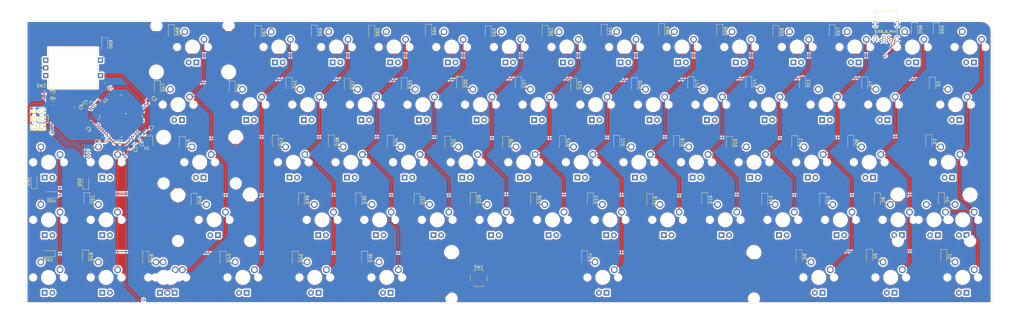
<source format=kicad_pcb>
(kicad_pcb (version 20171130) (host pcbnew "(5.1.6)-1")
  (layers (0 F.Cu signal) (31 B.Cu signal) (34 B.Paste user) (35 F.Paste user) (36 B.SilkS user) (37 F.SilkS user) (38 B.Mask user) (39 F.Mask user) (44 Edge.Cuts user))
  (net 0 "")
  (net 1 GND)
  (net 2 "Net-(C7-Pad1)")
  (net 3 "Net-(C8-Pad1)")
  (net 4 "Net-(C9-Pad1)")
  (net 5 "Net-(C10-Pad1)")
  (net 6 /MOSI)
  (net 7 /RESET)
  (net 8 /SCK)
  (net 9 /MISO)
  (net 10 "Net-(R4-Pad2)")
  (net 11 /D+)
  (net 12 "Net-(R5-Pad2)")
  (net 13 /D-)
  (net 14 /D4)
  (net 15 /D3)
  (net 16 "Net-(U1-Pad39)")
  (net 17 "Net-(U1-Pad38)")
  (net 18 "Net-(U1-Pad37)")
  (net 19 "Net-(U1-Pad22)")
  (net 20 "Net-(U1-Pad8)")
  (net 21 VBUS)
  (net 22 "Net-(J2-Pad4)")
  (net 23 "Net-(U1-Pad21)")
  (net 24 "Net-(U1-Pad20)")
  (net 25 "Net-(MX_SPACE1-Pad4)")
  (net 26 "Net-(MX_SPACE1-Pad3)")
  (net 27 "Net-(MX_0-Pad4)")
  (net 28 "Net-(MX_0-Pad3)")
  (net 29 "Net-(MX_1-Pad4)")
  (net 30 "Net-(MX_1-Pad3)")
  (net 31 "Net-(MX_2-Pad4)")
  (net 32 "Net-(MX_2-Pad3)")
  (net 33 "Net-(MX_3-Pad4)")
  (net 34 "Net-(MX_3-Pad3)")
  (net 35 "Net-(MX_4-Pad4)")
  (net 36 "Net-(MX_4-Pad3)")
  (net 37 "Net-(MX_5-Pad4)")
  (net 38 "Net-(MX_5-Pad3)")
  (net 39 "Net-(MX_6-Pad4)")
  (net 40 "Net-(MX_6-Pad3)")
  (net 41 "Net-(MX_7-Pad4)")
  (net 42 "Net-(MX_7-Pad3)")
  (net 43 "Net-(MX_8-Pad4)")
  (net 44 "Net-(MX_8-Pad3)")
  (net 45 "Net-(MX_9-Pad4)")
  (net 46 "Net-(MX_9-Pad3)")
  (net 47 "Net-(MX_<1-Pad4)")
  (net 48 "Net-(MX_<1-Pad3)")
  (net 49 "Net-(D32-Pad2)")
  (net 50 "Net-(MX_>1-Pad4)")
  (net 51 "Net-(MX_>1-Pad3)")
  (net 52 "Net-(D35-Pad2)")
  (net 53 "Net-(MX_A1-Pad4)")
  (net 54 "Net-(MX_A1-Pad3)")
  (net 55 "Net-(D8-Pad2)")
  (net 56 "Net-(MX_B1-Pad4)")
  (net 57 "Net-(MX_B1-Pad3)")
  (net 58 "Net-(D22-Pad2)")
  (net 59 "Net-(MX_BSLSH1-Pad4)")
  (net 60 "Net-(MX_BSLSH1-Pad3)")
  (net 61 "Net-(D47-Pad2)")
  (net 62 "Net-(MX_BSPC1-Pad4)")
  (net 63 "Net-(MX_BSPC1-Pad3)")
  (net 64 "Net-(MX_C1-Pad4)")
  (net 65 "Net-(MX_C1-Pad3)")
  (net 66 "Net-(D16-Pad2)")
  (net 67 "Net-(MX_CAPS1-Pad4)")
  (net 68 "Net-(MX_CAPS1-Pad3)")
  (net 69 "Net-(D3-Pad2)")
  (net 70 "Net-(MX_CLBRK1-Pad4)")
  (net 71 "Net-(MX_CLBRK1-Pad3)")
  (net 72 "Net-(D44-Pad2)")
  (net 73 "Net-(MX_D1-Pad4)")
  (net 74 "Net-(MX_D1-Pad3)")
  (net 75 "Net-(D15-Pad2)")
  (net 76 "Net-(MX_DOWN1-Pad4)")
  (net 77 "Net-(MX_DOWN1-Pad3)")
  (net 78 "Net-(D49-Pad2)")
  (net 79 "Net-(MX_E1-Pad4)")
  (net 80 "Net-(MX_E1-Pad3)")
  (net 81 "Net-(D14-Pad2)")
  (net 82 "Net-(MX_ENTER1-Pad4)")
  (net 83 "Net-(MX_ENTER1-Pad3)")
  (net 84 "Net-(D45-Pad2)")
  (net 85 "Net-(MX_ESC1-Pad4)")
  (net 86 "Net-(MX_ESC1-Pad3)")
  (net 87 "Net-(MX_EXTRA1-Pad4)")
  (net 88 "Net-(MX_EXTRA1-Pad3)")
  (net 89 "Net-(D6-Pad2)")
  (net 90 "Net-(MX_F1-Pad4)")
  (net 91 "Net-(MX_F1-Pad3)")
  (net 92 "Net-(D18-Pad2)")
  (net 93 "Net-(MX_FSLSH1-Pad4)")
  (net 94 "Net-(MX_FSLSH1-Pad3)")
  (net 95 "Net-(D39-Pad2)")
  (net 96 "Net-(MX_G1-Pad4)")
  (net 97 "Net-(MX_G1-Pad3)")
  (net 98 "Net-(D21-Pad2)")
  (net 99 "Net-(MX_H1-Pad4)")
  (net 100 "Net-(MX_H1-Pad3)")
  (net 101 "Net-(D25-Pad2)")
  (net 102 "Net-(MX_I1-Pad4)")
  (net 103 "Net-(MX_I1-Pad3)")
  (net 104 "Net-(D30-Pad2)")
  (net 105 "Net-(MX_J1-Pad4)")
  (net 106 "Net-(MX_J1-Pad3)")
  (net 107 "Net-(D28-Pad2)")
  (net 108 "Net-(MX_K1-Pad4)")
  (net 109 "Net-(MX_K1-Pad3)")
  (net 110 "Net-(D31-Pad2)")
  (net 111 "Net-(MX_L1-Pad4)")
  (net 112 "Net-(MX_L1-Pad3)")
  (net 113 "Net-(D34-Pad2)")
  (net 114 "Net-(MX_LALT1-Pad4)")
  (net 115 "Net-(MX_LALT1-Pad3)")
  (net 116 "Net-(D9-Pad2)")
  (net 117 "Net-(MX_LCTRL1-Pad4)")
  (net 118 "Net-(MX_LCTRL1-Pad3)")
  (net 119 "Net-(D1-Pad2)")
  (net 120 "Net-(MX_LEFT1-Pad4)")
  (net 121 "Net-(MX_LEFT1-Pad3)")
  (net 122 "Net-(D46-Pad2)")
  (net 123 "Net-(MX_LMENU1-Pad4)")
  (net 124 "Net-(MX_LMENU1-Pad3)")
  (net 125 "Net-(D5-Pad2)")
  (net 126 "Net-(MX_LSHFT1-Pad4)")
  (net 127 "Net-(MX_LSHFT1-Pad3)")
  (net 128 "Net-(D4-Pad2)")
  (net 129 "Net-(MX_LSHFT2-Pad4)")
  (net 130 "Net-(MX_LSHFT2-Pad3)")
  (net 131 "Net-(MX_M1-Pad4)")
  (net 132 "Net-(MX_M1-Pad3)")
  (net 133 "Net-(D29-Pad2)")
  (net 134 "Net-(MX_MACRO1-Pad4)")
  (net 135 "Net-(MX_MACRO1-Pad3)")
  (net 136 "Net-(D50-Pad2)")
  (net 137 "Net-(MX_MACRO2-Pad4)")
  (net 138 "Net-(MX_MACRO2-Pad3)")
  (net 139 "Net-(MX_MACRO2-Pad1)")
  (net 140 "Net-(D53-Pad2)")
  (net 141 "Net-(MX_MACRO3-Pad4)")
  (net 142 "Net-(MX_MACRO3-Pad3)")
  (net 143 "Net-(D54-Pad2)")
  (net 144 "Net-(MX_MINUS1-Pad4)")
  (net 145 "Net-(MX_MINUS1-Pad3)")
  (net 146 "Net-(MX_N1-Pad4)")
  (net 147 "Net-(MX_N1-Pad3)")
  (net 148 "Net-(D26-Pad2)")
  (net 149 "Net-(MX_O1-Pad4)")
  (net 150 "Net-(MX_O1-Pad3)")
  (net 151 "Net-(D33-Pad2)")
  (net 152 "Net-(MX_OPBRK1-Pad4)")
  (net 153 "Net-(MX_OPBRK1-Pad3)")
  (net 154 "Net-(D41-Pad2)")
  (net 155 "Net-(MX_P1-Pad4)")
  (net 156 "Net-(MX_P1-Pad3)")
  (net 157 "Net-(D37-Pad2)")
  (net 158 "Net-(MX_PLUS1-Pad4)")
  (net 159 "Net-(MX_PLUS1-Pad3)")
  (net 160 "Net-(MX_Q1-Pad4)")
  (net 161 "Net-(MX_Q1-Pad3)")
  (net 162 "Net-(D7-Pad2)")
  (net 163 "Net-(MX_QUOTE1-Pad4)")
  (net 164 "Net-(MX_QUOTE1-Pad3)")
  (net 165 "Net-(D42-Pad2)")
  (net 166 "Net-(MX_R1-Pad4)")
  (net 167 "Net-(MX_R1-Pad3)")
  (net 168 "Net-(D17-Pad2)")
  (net 169 "Net-(MX_RALT1-Pad4)")
  (net 170 "Net-(MX_RALT1-Pad3)")
  (net 171 "Net-(D36-Pad2)")
  (net 172 "Net-(MX_RCTRL1-Pad4)")
  (net 173 "Net-(MX_RCTRL1-Pad3)")
  (net 174 "Net-(D43-Pad2)")
  (net 175 "Net-(MX_RIGHT1-Pad4)")
  (net 176 "Net-(MX_RIGHT1-Pad3)")
  (net 177 "Net-(D52-Pad2)")
  (net 178 "Net-(MX_RMENU1-Pad4)")
  (net 179 "Net-(MX_RMENU1-Pad3)")
  (net 180 "Net-(D40-Pad2)")
  (net 181 "Net-(MX_RSHFT1-Pad4)")
  (net 182 "Net-(MX_RSHFT1-Pad3)")
  (net 183 "Net-(D48-Pad2)")
  (net 184 "Net-(MX_S1-Pad4)")
  (net 185 "Net-(MX_S1-Pad3)")
  (net 186 "Net-(D12-Pad2)")
  (net 187 "Net-(MX_SEMI1-Pad4)")
  (net 188 "Net-(MX_SEMI1-Pad3)")
  (net 189 "Net-(D38-Pad2)")
  (net 190 "Net-(D24-Pad2)")
  (net 191 "Net-(MX_T1-Pad4)")
  (net 192 "Net-(MX_T1-Pad3)")
  (net 193 "Net-(D20-Pad2)")
  (net 194 "Net-(MX_TAB1-Pad4)")
  (net 195 "Net-(MX_TAB1-Pad3)")
  (net 196 "Net-(D2-Pad2)")
  (net 197 "Net-(MX_U1-Pad4)")
  (net 198 "Net-(MX_U1-Pad3)")
  (net 199 "Net-(D27-Pad2)")
  (net 200 "Net-(MX_UP1-Pad4)")
  (net 201 "Net-(MX_UP1-Pad3)")
  (net 202 "Net-(D51-Pad2)")
  (net 203 "Net-(MX_V1-Pad4)")
  (net 204 "Net-(MX_V1-Pad3)")
  (net 205 "Net-(D19-Pad2)")
  (net 206 "Net-(MX_W1-Pad4)")
  (net 207 "Net-(MX_W1-Pad3)")
  (net 208 "Net-(D11-Pad2)")
  (net 209 "Net-(MX_X1-Pad4)")
  (net 210 "Net-(MX_X1-Pad3)")
  (net 211 "Net-(D13-Pad2)")
  (net 212 "Net-(MX_Y1-Pad4)")
  (net 213 "Net-(MX_Y1-Pad3)")
  (net 214 "Net-(D23-Pad2)")
  (net 215 "Net-(MX_Z1-Pad4)")
  (net 216 "Net-(MX_Z1-Pad3)")
  (net 217 "Net-(D10-Pad2)")
  (net 218 "Net-(D55-Pad2)")
  (net 219 "Net-(D56-Pad2)")
  (net 220 "Net-(D57-Pad2)")
  (net 221 "Net-(D58-Pad2)")
  (net 222 "Net-(D59-Pad2)")
  (net 223 "Net-(D60-Pad2)")
  (net 224 "Net-(D61-Pad2)")
  (net 225 "Net-(D62-Pad2)")
  (net 226 "Net-(D63-Pad2)")
  (net 227 "Net-(D64-Pad2)")
  (net 228 "Net-(D65-Pad2)")
  (net 229 "Net-(D66-Pad2)")
  (net 230 "Net-(D67-Pad2)")
  (net 231 "Net-(D68-Pad2)")
  (net 232 Row5)
  (net 233 Row2)
  (net 234 Row3)
  (net 235 Row4)
  (net 236 Row1)
  (net 237 "Net-(D69-Pad2)")
  (net 238 Col6)
  (net 239 Col15)
  (net 240 Col14)
  (net 241 Col13)
  (net 242 Col12)
  (net 243 Col11)
  (net 244 Col10)
  (net 245 Col9)
  (net 246 Col8)
  (net 247 Col7)
  (net 248 Col3)
  (net 249 Col16)
  (net 250 Col4)
  (net 251 COL2)
  (net 252 Col5)
  (net 253 "Net-(U1-Pad41)")
  (net 254 "Net-(U1-Pad40)")
  (net 255 "Net-(U1-Pad36)")
  (net 256 "Net-(U1-Pad32)")
  (net 257 "Net-(U1-Pad31)")
  (net 258 "Net-(U1-Pad30)")
  (net 259 "Net-(U1-Pad29)")
  (net 260 "Net-(U1-Pad28)")
  (net 261 "Net-(U1-Pad27)")
  (net 262 "Net-(U1-Pad26)")
  (net 263 "Net-(U1-Pad25)")
  (net 264 "Net-(U1-Pad19)")
  (net 265 "Net-(U1-Pad18)")
  (net 266 "Net-(U1-Pad12)")
  (net 267 "Net-(U1-Pad1)")
  (module Diode_SMD:D_SOD-123 (layer F.Cu) (at -14.72 72.88 270)
    (fp_text reference D69 (at 0 -2 90) (layer F.SilkS))
    (fp_text value D_Small)
    (pad 2 smd rect (at 1.65 0 270) (size 0.9 1.2) (layers F.Cu F.Paste F.Mask) (net 237 "Net-(D69-Pad2)"))
    (pad 1 smd rect (at -1.65 0 270) (size 0.9 1.2) (layers F.Cu F.Paste F.Mask) (net 236 Row1))
  )
  (module Pikatea:Encoder-BI_EN11_HSM0E (layer F.Cu) (at -25.21458 80.68564)
    (fp_text reference SW2 (at -10.5 5.9) (layer F.SilkS))
    (fp_text value Rotary_Encoder_Switch)
    (pad S1 thru_hole rect (at 9.05 -2.54) (size 1.7 1.7) (drill 1) (layers *.Cu *.Mask) (net 237 "Net-(D69-Pad2)"))
    (pad S2 thru_hole rect (at 9.05 2.54) (size 1.7 1.7) (drill 1) (layers *.Cu *.Mask) (net 251 COL2))
    (pad C thru_hole rect (at -9.05 0) (size 1.7 1.7) (drill 1) (layers *.Cu *.Mask) (net 1 GND))
    (pad B thru_hole rect (at -9.05 -2.54) (size 1.7 1.7) (drill 1) (layers *.Cu *.Mask) (net 15 /D3))
    (pad A thru_hole rect (at -9.05 2.54) (size 1.7 1.7) (drill 1) (layers *.Cu *.Mask) (net 14 /D4))
  )
  (module Diode_SMD:D_SOD-123 (layer F.Cu) (at 7.32 68.65 270)
    (fp_text reference D68 (at 0 -2 90) (layer F.SilkS))
    (fp_text value D_Small)
    (pad 2 smd rect (at 1.65 0 270) (size 0.9 1.2) (layers F.Cu F.Paste F.Mask) (net 231 "Net-(D68-Pad2)"))
    (pad 1 smd rect (at -1.65 0 270) (size 0.9 1.2) (layers F.Cu F.Paste F.Mask) (net 236 Row1))
  )
  (module Diode_SMD:D_SOD-123 (layer F.Cu) (at 35.99 68.97 270)
    (fp_text reference D67 (at 0 -2 90) (layer F.SilkS))
    (fp_text value D_Small)
    (pad 2 smd rect (at 1.65 0 270) (size 0.9 1.2) (layers F.Cu F.Paste F.Mask) (net 230 "Net-(D67-Pad2)"))
    (pad 1 smd rect (at -1.65 0 270) (size 0.9 1.2) (layers F.Cu F.Paste F.Mask) (net 236 Row1))
  )
  (module Diode_SMD:D_SOD-123 (layer F.Cu) (at 54.62 68.81 270)
    (fp_text reference D66 (at 0 -2 90) (layer F.SilkS))
    (fp_text value D_Small)
    (pad 2 smd rect (at 1.65 0 270) (size 0.9 1.2) (layers F.Cu F.Paste F.Mask) (net 229 "Net-(D66-Pad2)"))
    (pad 1 smd rect (at -1.65 0 270) (size 0.9 1.2) (layers F.Cu F.Paste F.Mask) (net 236 Row1))
  )
  (module Diode_SMD:D_SOD-123 (layer F.Cu) (at 73.56 68.86 270)
    (fp_text reference D65 (at 0 -2 90) (layer F.SilkS))
    (fp_text value D_Small)
    (pad 2 smd rect (at 1.65 0 270) (size 0.9 1.2) (layers F.Cu F.Paste F.Mask) (net 228 "Net-(D65-Pad2)"))
    (pad 1 smd rect (at -1.65 0 270) (size 0.9 1.2) (layers F.Cu F.Paste F.Mask) (net 236 Row1))
  )
  (module Diode_SMD:D_SOD-123 (layer F.Cu) (at 92.36 68.49 270)
    (fp_text reference D64 (at 0 -2 90) (layer F.SilkS))
    (fp_text value D_Small)
    (pad 2 smd rect (at 1.65 0 270) (size 0.9 1.2) (layers F.Cu F.Paste F.Mask) (net 227 "Net-(D64-Pad2)"))
    (pad 1 smd rect (at -1.65 0 270) (size 0.9 1.2) (layers F.Cu F.Paste F.Mask) (net 236 Row1))
  )
  (module Diode_SMD:D_SOD-123 (layer F.Cu) (at 112.13 68.97 270)
    (fp_text reference D63 (at 0 -2 90) (layer F.SilkS))
    (fp_text value D_Small)
    (pad 2 smd rect (at 1.65 0 270) (size 0.9 1.2) (layers F.Cu F.Paste F.Mask) (net 226 "Net-(D63-Pad2)"))
    (pad 1 smd rect (at -1.65 0 270) (size 0.9 1.2) (layers F.Cu F.Paste F.Mask) (net 236 Row1))
  )
  (module Diode_SMD:D_SOD-123 (layer F.Cu) (at 130.92 68.81 270)
    (fp_text reference D62 (at 0 -2 90) (layer F.SilkS))
    (fp_text value D_Small)
    (pad 2 smd rect (at 1.65 0 270) (size 0.9 1.2) (layers F.Cu F.Paste F.Mask) (net 225 "Net-(D62-Pad2)"))
    (pad 1 smd rect (at -1.65 0 270) (size 0.9 1.2) (layers F.Cu F.Paste F.Mask) (net 236 Row1))
  )
  (module Diode_SMD:D_SOD-123 (layer F.Cu) (at 150.51 68.54 270)
    (fp_text reference D61 (at 0 -2 90) (layer F.SilkS))
    (fp_text value D_Small)
    (pad 2 smd rect (at 1.65 0 270) (size 0.9 1.2) (layers F.Cu F.Paste F.Mask) (net 224 "Net-(D61-Pad2)"))
    (pad 1 smd rect (at -1.65 0 270) (size 0.9 1.2) (layers F.Cu F.Paste F.Mask) (net 236 Row1))
  )
  (module Diode_SMD:D_SOD-123 (layer F.Cu) (at 169.46 68.37 270)
    (fp_text reference D60 (at 0 -2 90) (layer F.SilkS))
    (fp_text value D_Small)
    (pad 2 smd rect (at 1.65 0 270) (size 0.9 1.2) (layers F.Cu F.Paste F.Mask) (net 223 "Net-(D60-Pad2)"))
    (pad 1 smd rect (at -1.65 0 270) (size 0.9 1.2) (layers F.Cu F.Paste F.Mask) (net 236 Row1))
  )
  (module Diode_SMD:D_SOD-123 (layer F.Cu) (at 188.67 68.54 270)
    (fp_text reference D59 (at 0 -2 90) (layer F.SilkS))
    (fp_text value D_Small)
    (pad 2 smd rect (at 1.65 0 270) (size 0.9 1.2) (layers F.Cu F.Paste F.Mask) (net 222 "Net-(D59-Pad2)"))
    (pad 1 smd rect (at -1.65 0 270) (size 0.9 1.2) (layers F.Cu F.Paste F.Mask) (net 236 Row1))
  )
  (module Diode_SMD:D_SOD-123 (layer F.Cu) (at 207.3 68.86 270)
    (fp_text reference D58 (at 0 -2 90) (layer F.SilkS))
    (fp_text value D_Small)
    (pad 2 smd rect (at 1.65 0 270) (size 0.9 1.2) (layers F.Cu F.Paste F.Mask) (net 221 "Net-(D58-Pad2)"))
    (pad 1 smd rect (at -1.65 0 270) (size 0.9 1.2) (layers F.Cu F.Paste F.Mask) (net 236 Row1))
  )
  (module Diode_SMD:D_SOD-123 (layer F.Cu) (at 225.93 68.7 270)
    (fp_text reference D57 (at 0 -2 90) (layer F.SilkS))
    (fp_text value D_Small)
    (pad 2 smd rect (at 1.65 0 270) (size 0.9 1.2) (layers F.Cu F.Paste F.Mask) (net 220 "Net-(D57-Pad2)"))
    (pad 1 smd rect (at -1.65 0 270) (size 0.9 1.2) (layers F.Cu F.Paste F.Mask) (net 236 Row1))
  )
  (module Diode_SMD:D_SOD-123 (layer F.Cu) (at 253.11 67.96 270)
    (fp_text reference D56 (at 0 -2 90) (layer F.SilkS))
    (fp_text value D_Small)
    (pad 2 smd rect (at 1.65 0 270) (size 0.9 1.2) (layers F.Cu F.Paste F.Mask) (net 219 "Net-(D56-Pad2)"))
    (pad 1 smd rect (at -1.65 0 270) (size 0.9 1.2) (layers F.Cu F.Paste F.Mask) (net 236 Row1))
  )
  (module Diode_SMD:D_SOD-123 (layer F.Cu) (at 260.3 68.04 270)
    (fp_text reference D55 (at 0 -2 90) (layer F.SilkS))
    (fp_text value D_Small)
    (pad 2 smd rect (at 1.65 0 270) (size 0.9 1.2) (layers F.Cu F.Paste F.Mask) (net 218 "Net-(D55-Pad2)"))
    (pad 1 smd rect (at -1.65 0 270) (size 0.9 1.2) (layers F.Cu F.Paste F.Mask) (net 236 Row1))
  )
  (module MX_Only:MXOnly-2U-FLIPPED (layer B.Cu) (at 14.2875 73.8 180)
    (fp_text reference MX_BSPC1)
    (fp_text value MX-LED)
    (pad "" np_thru_hole circle (at 11.938 -8.255 180) (size 3.9878 3.9878) (drill 3.9878) (layers *.Cu *.Mask))
    (pad "" np_thru_hole circle (at -11.938 -8.255 180) (size 3.9878 3.9878) (drill 3.9878) (layers *.Cu *.Mask))
    (pad "" np_thru_hole circle (at 11.938 6.985 180) (size 3.048 3.048) (drill 3.048) (layers *.Cu *.Mask))
    (pad "" np_thru_hole circle (at -11.938 6.985 180) (size 3.048 3.048) (drill 3.048) (layers *.Cu *.Mask))
    (pad "" np_thru_hole circle (at 5.08 0 131.9004) (size 1.75 1.75) (drill 1.75) (layers *.Cu *.Mask))
    (pad "" np_thru_hole circle (at -5.08 0 131.9004) (size 1.75 1.75) (drill 1.75) (layers *.Cu *.Mask))
    (pad 4 thru_hole rect (at -1.27 -5.08 180) (size 1.905 1.905) (drill 1.04) (layers *.Cu F.Mask) (net 62 "Net-(MX_BSPC1-Pad4)"))
    (pad 3 thru_hole circle (at 1.27 -5.08 180) (size 1.905 1.905) (drill 1.04) (layers *.Cu F.Mask) (net 63 "Net-(MX_BSPC1-Pad3)"))
    (pad 1 thru_hole circle (at -3.81 2.54 180) (size 2.25 2.25) (drill 1.47) (layers *.Cu F.Mask) (net 248 Col3))
    (pad "" np_thru_hole circle (at 0 0 180) (size 3.9878 3.9878) (drill 3.9878) (layers *.Cu *.Mask))
    (pad 2 thru_hole circle (at 2.54 5.08 180) (size 2.25 2.25) (drill 1.47) (layers *.Cu F.Mask) (net 231 "Net-(D68-Pad2)"))
  )
  (module Diode_SMD:D_SOD-123 (layer F.Cu) (at -32.375 122.7 180)
    (fp_text reference D54 (at 0 -2) (layer F.SilkS))
    (fp_text value D_Small)
    (pad 2 smd rect (at 1.65 0 180) (size 0.9 1.2) (layers F.Cu F.Paste F.Mask) (net 143 "Net-(D54-Pad2)"))
    (pad 1 smd rect (at -1.65 0 180) (size 0.9 1.2) (layers F.Cu F.Paste F.Mask) (net 235 Row4))
  )
  (module Diode_SMD:D_SOD-123 (layer F.Cu) (at -38.11 118.37 90)
    (fp_text reference D53 (at 0 -2 90) (layer F.SilkS))
    (fp_text value D_Small)
    (pad 2 smd rect (at 1.65 0 90) (size 0.9 1.2) (layers F.Cu F.Paste F.Mask) (net 140 "Net-(D53-Pad2)"))
    (pad 1 smd rect (at -1.65 0 90) (size 0.9 1.2) (layers F.Cu F.Paste F.Mask) (net 234 Row3))
  )
  (module Diode_SMD:D_SOD-123 (layer F.Cu) (at -33.33 142.13 180)
    (fp_text reference D52 (at 0 -2) (layer F.SilkS))
    (fp_text value D_Small)
    (pad 2 smd rect (at 1.65 0 180) (size 0.9 1.2) (layers F.Cu F.Paste F.Mask) (net 177 "Net-(D52-Pad2)"))
    (pad 1 smd rect (at -1.65 0 180) (size 0.9 1.2) (layers F.Cu F.Paste F.Mask) (net 232 Row5))
  )
  (module Diode_SMD:D_SOD-123 (layer F.Cu) (at -20.68 124.19 270)
    (fp_text reference D51 (at 0 -2 90) (layer F.SilkS))
    (fp_text value D_Small)
    (pad 2 smd rect (at 1.65 0 270) (size 0.9 1.2) (layers F.Cu F.Paste F.Mask) (net 202 "Net-(D51-Pad2)"))
    (pad 1 smd rect (at -1.65 0 270) (size 0.9 1.2) (layers F.Cu F.Paste F.Mask) (net 235 Row4))
  )
  (module Diode_SMD:D_SOD-123 (layer F.Cu) (at -21.06 118.57 90)
    (fp_text reference D50 (at 0 -2 90) (layer F.SilkS))
    (fp_text value D_Small)
    (pad 2 smd rect (at 1.65 0 90) (size 0.9 1.2) (layers F.Cu F.Paste F.Mask) (net 136 "Net-(D50-Pad2)"))
    (pad 1 smd rect (at -1.65 0 90) (size 0.9 1.2) (layers F.Cu F.Paste F.Mask) (net 234 Row3))
  )
  (module Diode_SMD:D_SOD-123 (layer F.Cu) (at -21.1 143.15 270)
    (fp_text reference D49 (at 0 -2 90) (layer F.SilkS))
    (fp_text value D_Small)
    (pad 2 smd rect (at 1.65 0 270) (size 0.9 1.2) (layers F.Cu F.Paste F.Mask) (net 78 "Net-(D49-Pad2)"))
    (pad 1 smd rect (at -1.65 0 270) (size 0.9 1.2) (layers F.Cu F.Paste F.Mask) (net 232 Row5))
  )
  (module Diode_SMD:D_SOD-123 (layer F.Cu) (at 14.8 124.41 270)
    (fp_text reference D48 (at 0 -2 90) (layer F.SilkS))
    (fp_text value D_Small)
    (pad 2 smd rect (at 1.65 0 270) (size 0.9 1.2) (layers F.Cu F.Paste F.Mask) (net 183 "Net-(D48-Pad2)"))
    (pad 1 smd rect (at -1.65 0 270) (size 0.9 1.2) (layers F.Cu F.Paste F.Mask) (net 235 Row4))
  )
  (module Diode_SMD:D_SOD-123 (layer F.Cu) (at 2.65 87.21 270)
    (fp_text reference D47 (at 0 -2 90) (layer F.SilkS))
    (fp_text value D_Small)
    (pad 2 smd rect (at 1.65 0 270) (size 0.9 1.2) (layers F.Cu F.Paste F.Mask) (net 61 "Net-(D47-Pad2)"))
    (pad 1 smd rect (at -1.65 0 270) (size 0.9 1.2) (layers F.Cu F.Paste F.Mask) (net 233 Row2))
  )
  (module Diode_SMD:D_SOD-123 (layer F.Cu) (at -1.25 143.59 270)
    (fp_text reference D46 (at 0 -2 90) (layer F.SilkS))
    (fp_text value D_Small)
    (pad 2 smd rect (at 1.65 0 270) (size 0.9 1.2) (layers F.Cu F.Paste F.Mask) (net 122 "Net-(D46-Pad2)"))
    (pad 1 smd rect (at -1.65 0 270) (size 0.9 1.2) (layers F.Cu F.Paste F.Mask) (net 232 Row5))
  )
  (module Diode_SMD:D_SOD-123 (layer F.Cu) (at 10.95 105.675 270)
    (fp_text reference D45 (at 0 -2 90) (layer F.SilkS))
    (fp_text value D_Small)
    (pad 2 smd rect (at 1.65 0 270) (size 0.9 1.2) (layers F.Cu F.Paste F.Mask) (net 84 "Net-(D45-Pad2)"))
    (pad 1 smd rect (at -1.65 0 270) (size 0.9 1.2) (layers F.Cu F.Paste F.Mask) (net 234 Row3))
  )
  (module Diode_SMD:D_SOD-123 (layer F.Cu) (at 27.43 87.25 270)
    (fp_text reference D44 (at 0 -2 90) (layer F.SilkS))
    (fp_text value D_Small)
    (pad 2 smd rect (at 1.65 0 270) (size 0.9 1.2) (layers F.Cu F.Paste F.Mask) (net 72 "Net-(D44-Pad2)"))
    (pad 1 smd rect (at -1.65 0 270) (size 0.9 1.2) (layers F.Cu F.Paste F.Mask) (net 233 Row2))
  )
  (module Diode_SMD:D_SOD-123 (layer F.Cu) (at 24.4 143.575 270)
    (fp_text reference D43 (at 0 -2 90) (layer F.SilkS))
    (fp_text value D_Small)
    (pad 2 smd rect (at 1.65 0 270) (size 0.9 1.2) (layers F.Cu F.Paste F.Mask) (net 174 "Net-(D43-Pad2)"))
    (pad 1 smd rect (at -1.65 0 270) (size 0.9 1.2) (layers F.Cu F.Paste F.Mask) (net 232 Row5))
  )
  (module Diode_SMD:D_SOD-123 (layer F.Cu) (at 41.69 105.16 270)
    (fp_text reference D42 (at 0 -2 90) (layer F.SilkS))
    (fp_text value D_Small)
    (pad 2 smd rect (at 1.65 0 270) (size 0.9 1.2) (layers F.Cu F.Paste F.Mask) (net 165 "Net-(D42-Pad2)"))
    (pad 1 smd rect (at -1.65 0 270) (size 0.9 1.2) (layers F.Cu F.Paste F.Mask) (net 234 Row3))
  )
  (module Diode_SMD:D_SOD-123 (layer F.Cu) (at 46.22 86.12 270)
    (fp_text reference D41 (at 0 -2 90) (layer F.SilkS))
    (fp_text value D_Small)
    (pad 2 smd rect (at 1.65 0 270) (size 0.9 1.2) (layers F.Cu F.Paste F.Mask) (net 154 "Net-(D41-Pad2)"))
    (pad 1 smd rect (at -1.65 0 270) (size 0.9 1.2) (layers F.Cu F.Paste F.Mask) (net 233 Row2))
  )
  (module Diode_SMD:D_SOD-123 (layer F.Cu) (at 48.325 143.575 270)
    (fp_text reference D40 (at 0 -2 90) (layer F.SilkS))
    (fp_text value D_Small)
    (pad 2 smd rect (at 1.65 0 270) (size 0.9 1.2) (layers F.Cu F.Paste F.Mask) (net 180 "Net-(D40-Pad2)"))
    (pad 1 smd rect (at -1.65 0 270) (size 0.9 1.2) (layers F.Cu F.Paste F.Mask) (net 232 Row5))
  )
  (module Diode_SMD:D_SOD-123 (layer F.Cu) (at 50.33 124.31 270)
    (fp_text reference D39 (at 0 -2 90) (layer F.SilkS))
    (fp_text value D_Small)
    (pad 2 smd rect (at 1.65 0 270) (size 0.9 1.2) (layers F.Cu F.Paste F.Mask) (net 95 "Net-(D39-Pad2)"))
    (pad 1 smd rect (at -1.65 0 270) (size 0.9 1.2) (layers F.Cu F.Paste F.Mask) (net 235 Row4))
  )
  (module Diode_SMD:D_SOD-123 (layer F.Cu) (at 60.225 105.125 270)
    (fp_text reference D38 (at 0 -2 90) (layer F.SilkS))
    (fp_text value D_Small)
    (pad 2 smd rect (at 1.65 0 270) (size 0.9 1.2) (layers F.Cu F.Paste F.Mask) (net 189 "Net-(D38-Pad2)"))
    (pad 1 smd rect (at -1.65 0 270) (size 0.9 1.2) (layers F.Cu F.Paste F.Mask) (net 234 Row3))
  )
  (module Diode_SMD:D_SOD-123 (layer F.Cu) (at 65.5 86.44 270)
    (fp_text reference D37 (at 0 -2 90) (layer F.SilkS))
    (fp_text value D_Small)
    (pad 2 smd rect (at 1.65 0 270) (size 0.9 1.2) (layers F.Cu F.Paste F.Mask) (net 157 "Net-(D37-Pad2)"))
    (pad 1 smd rect (at -1.65 0 270) (size 0.9 1.2) (layers F.Cu F.Paste F.Mask) (net 233 Row2))
  )
  (module Diode_SMD:D_SOD-123 (layer F.Cu) (at 71.2 143.575 270)
    (fp_text reference D36 (at 0 -2 90) (layer F.SilkS))
    (fp_text value D_Small)
    (pad 2 smd rect (at 1.65 0 270) (size 0.9 1.2) (layers F.Cu F.Paste F.Mask) (net 171 "Net-(D36-Pad2)"))
    (pad 1 smd rect (at -1.65 0 270) (size 0.9 1.2) (layers F.Cu F.Paste F.Mask) (net 232 Row5))
  )
  (module Diode_SMD:D_SOD-123 (layer F.Cu) (at 69.23 124.34 270)
    (fp_text reference D35 (at 0 -2 90) (layer F.SilkS))
    (fp_text value D_Small)
    (pad 2 smd rect (at 1.65 0 270) (size 0.9 1.2) (layers F.Cu F.Paste F.Mask) (net 52 "Net-(D35-Pad2)"))
    (pad 1 smd rect (at -1.65 0 270) (size 0.9 1.2) (layers F.Cu F.Paste F.Mask) (net 235 Row4))
  )
  (module Diode_SMD:D_SOD-123 (layer F.Cu) (at 79.75 105.23 270)
    (fp_text reference D34 (at 0 -2 90) (layer F.SilkS))
    (fp_text value D_Small)
    (pad 2 smd rect (at 1.65 0 270) (size 0.9 1.2) (layers F.Cu F.Paste F.Mask) (net 113 "Net-(D34-Pad2)"))
    (pad 1 smd rect (at -1.65 0 270) (size 0.9 1.2) (layers F.Cu F.Paste F.Mask) (net 234 Row3))
  )
  (module Diode_SMD:D_SOD-123 (layer F.Cu) (at 84.375 86.2 270)
    (fp_text reference D33 (at 0 -2 90) (layer F.SilkS))
    (fp_text value D_Small)
    (pad 2 smd rect (at 1.65 0 270) (size 0.9 1.2) (layers F.Cu F.Paste F.Mask) (net 151 "Net-(D33-Pad2)"))
    (pad 1 smd rect (at -1.65 0 270) (size 0.9 1.2) (layers F.Cu F.Paste F.Mask) (net 233 Row2))
  )
  (module Diode_SMD:D_SOD-123 (layer F.Cu) (at 88.56 124.47 270)
    (fp_text reference D32 (at 0 -2 90) (layer F.SilkS))
    (fp_text value D_Small)
    (pad 2 smd rect (at 1.65 0 270) (size 0.9 1.2) (layers F.Cu F.Paste F.Mask) (net 49 "Net-(D32-Pad2)"))
    (pad 1 smd rect (at -1.65 0 270) (size 0.9 1.2) (layers F.Cu F.Paste F.Mask) (net 235 Row4))
  )
  (module Diode_SMD:D_SOD-123 (layer F.Cu) (at 98.775 105.525 270)
    (fp_text reference D31 (at 0 -2 90) (layer F.SilkS))
    (fp_text value D_Small)
    (pad 2 smd rect (at 1.65 0 270) (size 0.9 1.2) (layers F.Cu F.Paste F.Mask) (net 110 "Net-(D31-Pad2)"))
    (pad 1 smd rect (at -1.65 0 270) (size 0.9 1.2) (layers F.Cu F.Paste F.Mask) (net 234 Row3))
  )
  (module Diode_SMD:D_SOD-123 (layer F.Cu) (at 102.675 85.875 270)
    (fp_text reference D30 (at 0 -2 90) (layer F.SilkS))
    (fp_text value D_Small)
    (pad 2 smd rect (at 1.65 0 270) (size 0.9 1.2) (layers F.Cu F.Paste F.Mask) (net 104 "Net-(D30-Pad2)"))
    (pad 1 smd rect (at -1.65 0 270) (size 0.9 1.2) (layers F.Cu F.Paste F.Mask) (net 233 Row2))
  )
  (module Diode_SMD:D_SOD-123 (layer F.Cu) (at 107.175 124.15 270)
    (fp_text reference D29 (at 0 -2 90) (layer F.SilkS))
    (fp_text value D_Small)
    (pad 2 smd rect (at 1.65 0 270) (size 0.9 1.2) (layers F.Cu F.Paste F.Mask) (net 133 "Net-(D29-Pad2)"))
    (pad 1 smd rect (at -1.65 0 270) (size 0.9 1.2) (layers F.Cu F.Paste F.Mask) (net 235 Row4))
  )
  (module Diode_SMD:D_SOD-123 (layer F.Cu) (at 117.83 105.52 270)
    (fp_text reference D28 (at 0 -2 90) (layer F.SilkS))
    (fp_text value D_Small)
    (pad 2 smd rect (at 1.65 0 270) (size 0.9 1.2) (layers F.Cu F.Paste F.Mask) (net 107 "Net-(D28-Pad2)"))
    (pad 1 smd rect (at -1.65 0 270) (size 0.9 1.2) (layers F.Cu F.Paste F.Mask) (net 234 Row3))
  )
  (module Diode_SMD:D_SOD-123 (layer F.Cu) (at 122.1 85.925 270)
    (fp_text reference D27 (at 0 -2 90) (layer F.SilkS))
    (fp_text value D_Small)
    (pad 2 smd rect (at 1.65 0 270) (size 0.9 1.2) (layers F.Cu F.Paste F.Mask) (net 199 "Net-(D27-Pad2)"))
    (pad 1 smd rect (at -1.65 0 270) (size 0.9 1.2) (layers F.Cu F.Paste F.Mask) (net 233 Row2))
  )
  (module Diode_SMD:D_SOD-123 (layer F.Cu) (at 127.125 124.25 270)
    (fp_text reference D26 (at 0 -2 90) (layer F.SilkS))
    (fp_text value D_Small)
    (pad 2 smd rect (at 1.65 0 270) (size 0.9 1.2) (layers F.Cu F.Paste F.Mask) (net 148 "Net-(D26-Pad2)"))
    (pad 1 smd rect (at -1.65 0 270) (size 0.9 1.2) (layers F.Cu F.Paste F.Mask) (net 235 Row4))
  )
  (module Diode_SMD:D_SOD-123 (layer F.Cu) (at 136.67 105.35 270)
    (fp_text reference D25 (at 0 -2 90) (layer F.SilkS))
    (fp_text value D_Small)
    (pad 2 smd rect (at 1.65 0 270) (size 0.9 1.2) (layers F.Cu F.Paste F.Mask) (net 101 "Net-(D25-Pad2)"))
    (pad 1 smd rect (at -1.65 0 270) (size 0.9 1.2) (layers F.Cu F.Paste F.Mask) (net 234 Row3))
  )
  (module Diode_SMD:D_SOD-123 (layer F.Cu) (at 143.975 143.4 270)
    (fp_text reference D24 (at 0 -2 90) (layer F.SilkS))
    (fp_text value D_Small)
    (pad 2 smd rect (at 1.65 0 270) (size 0.9 1.2) (layers F.Cu F.Paste F.Mask) (net 190 "Net-(D24-Pad2)"))
    (pad 1 smd rect (at -1.65 0 270) (size 0.9 1.2) (layers F.Cu F.Paste F.Mask) (net 232 Row5))
  )
  (module Diode_SMD:D_SOD-123 (layer F.Cu) (at 140.425 86.425 270)
    (fp_text reference D23 (at 0 -2 90) (layer F.SilkS))
    (fp_text value D_Small)
    (pad 2 smd rect (at 1.65 0 270) (size 0.9 1.2) (layers F.Cu F.Paste F.Mask) (net 214 "Net-(D23-Pad2)"))
    (pad 1 smd rect (at -1.65 0 270) (size 0.9 1.2) (layers F.Cu F.Paste F.Mask) (net 233 Row2))
  )
  (module Diode_SMD:D_SOD-123 (layer F.Cu) (at 145.9 124.3 270)
    (fp_text reference D22 (at 0 -2 90) (layer F.SilkS))
    (fp_text value D_Small)
    (pad 2 smd rect (at 1.65 0 270) (size 0.9 1.2) (layers F.Cu F.Paste F.Mask) (net 58 "Net-(D22-Pad2)"))
    (pad 1 smd rect (at -1.65 0 270) (size 0.9 1.2) (layers F.Cu F.Paste F.Mask) (net 235 Row4))
  )
  (module Diode_SMD:D_SOD-123 (layer F.Cu) (at 154.65 105.2 270)
    (fp_text reference D21 (at 0 -2 90) (layer F.SilkS))
    (fp_text value D_Small)
    (pad 2 smd rect (at 1.65 0 270) (size 0.9 1.2) (layers F.Cu F.Paste F.Mask) (net 98 "Net-(D21-Pad2)"))
    (pad 1 smd rect (at -1.65 0 270) (size 0.9 1.2) (layers F.Cu F.Paste F.Mask) (net 234 Row3))
  )
  (module Diode_SMD:D_SOD-123 (layer F.Cu) (at 160.5 86.2 270)
    (fp_text reference D20 (at 0 -2 90) (layer F.SilkS))
    (fp_text value D_Small)
    (pad 2 smd rect (at 1.65 0 270) (size 0.9 1.2) (layers F.Cu F.Paste F.Mask) (net 193 "Net-(D20-Pad2)"))
    (pad 1 smd rect (at -1.65 0 270) (size 0.9 1.2) (layers F.Cu F.Paste F.Mask) (net 233 Row2))
  )
  (module Diode_SMD:D_SOD-123 (layer F.Cu) (at 165.525 124.575 270)
    (fp_text reference D19 (at 0 -2 90) (layer F.SilkS))
    (fp_text value D_Small)
    (pad 2 smd rect (at 1.65 0 270) (size 0.9 1.2) (layers F.Cu F.Paste F.Mask) (net 205 "Net-(D19-Pad2)"))
    (pad 1 smd rect (at -1.65 0 270) (size 0.9 1.2) (layers F.Cu F.Paste F.Mask) (net 235 Row4))
  )
  (module Diode_SMD:D_SOD-123 (layer F.Cu) (at 174.41 105.35 270)
    (fp_text reference D18 (at 0 -2 90) (layer F.SilkS))
    (fp_text value D_Small)
    (pad 2 smd rect (at 1.65 0 270) (size 0.9 1.2) (layers F.Cu F.Paste F.Mask) (net 92 "Net-(D18-Pad2)"))
    (pad 1 smd rect (at -1.65 0 270) (size 0.9 1.2) (layers F.Cu F.Paste F.Mask) (net 234 Row3))
  )
  (module Diode_SMD:D_SOD-123 (layer F.Cu) (at 179.125 85.9 270)
    (fp_text reference D17 (at 0 -2 90) (layer F.SilkS))
    (fp_text value D_Small)
    (pad 2 smd rect (at 1.65 0 270) (size 0.9 1.2) (layers F.Cu F.Paste F.Mask) (net 168 "Net-(D17-Pad2)"))
    (pad 1 smd rect (at -1.65 0 270) (size 0.9 1.2) (layers F.Cu F.Paste F.Mask) (net 233 Row2))
  )
  (module Diode_SMD:D_SOD-123 (layer F.Cu) (at 183.675 124.25 270)
    (fp_text reference D16 (at 0 -2 90) (layer F.SilkS))
    (fp_text value D_Small)
    (pad 2 smd rect (at 1.65 0 270) (size 0.9 1.2) (layers F.Cu F.Paste F.Mask) (net 66 "Net-(D16-Pad2)"))
    (pad 1 smd rect (at -1.65 0 270) (size 0.9 1.2) (layers F.Cu F.Paste F.Mask) (net 235 Row4))
  )
  (module Diode_SMD:D_SOD-123 (layer F.Cu) (at 191.9 105.525 270)
    (fp_text reference D15 (at 0 -2 90) (layer F.SilkS))
    (fp_text value D_Small)
    (pad 2 smd rect (at 1.65 0 270) (size 0.9 1.2) (layers F.Cu F.Paste F.Mask) (net 75 "Net-(D15-Pad2)"))
    (pad 1 smd rect (at -1.65 0 270) (size 0.9 1.2) (layers F.Cu F.Paste F.Mask) (net 234 Row3))
  )
  (module Diode_SMD:D_SOD-123 (layer F.Cu) (at 198.275 85.825 270)
    (fp_text reference D14 (at 0 -2 90) (layer F.SilkS))
    (fp_text value D_Small)
    (pad 2 smd rect (at 1.65 0 270) (size 0.9 1.2) (layers F.Cu F.Paste F.Mask) (net 81 "Net-(D14-Pad2)"))
    (pad 1 smd rect (at -1.65 0 270) (size 0.9 1.2) (layers F.Cu F.Paste F.Mask) (net 233 Row2))
  )
  (module Diode_SMD:D_SOD-123 (layer F.Cu) (at 203.6 124.4 270)
    (fp_text reference D13 (at 0 -2 90) (layer F.SilkS))
    (fp_text value D_Small)
    (pad 2 smd rect (at 1.65 0 270) (size 0.9 1.2) (layers F.Cu F.Paste F.Mask) (net 211 "Net-(D13-Pad2)"))
    (pad 1 smd rect (at -1.65 0 270) (size 0.9 1.2) (layers F.Cu F.Paste F.Mask) (net 235 Row4))
  )
  (module Diode_SMD:D_SOD-123 (layer F.Cu) (at 213.475 105.325 270)
    (fp_text reference D12 (at 0 -2 90) (layer F.SilkS))
    (fp_text value D_Small)
    (pad 2 smd rect (at 1.65 0 270) (size 0.9 1.2) (layers F.Cu F.Paste F.Mask) (net 186 "Net-(D12-Pad2)"))
    (pad 1 smd rect (at -1.65 0 270) (size 0.9 1.2) (layers F.Cu F.Paste F.Mask) (net 234 Row3))
  )
  (module Diode_SMD:D_SOD-123 (layer F.Cu) (at 216.05 85.75 270)
    (fp_text reference D11 (at 0 -2 90) (layer F.SilkS))
    (fp_text value D_Small)
    (pad 2 smd rect (at 1.65 0 270) (size 0.9 1.2) (layers F.Cu F.Paste F.Mask) (net 208 "Net-(D11-Pad2)"))
    (pad 1 smd rect (at -1.65 0 270) (size 0.9 1.2) (layers F.Cu F.Paste F.Mask) (net 233 Row2))
  )
  (module Diode_SMD:D_SOD-123 (layer F.Cu) (at 222.7 124.4 270)
    (fp_text reference D10 (at 0 -2 90) (layer F.SilkS))
    (fp_text value D_Small)
    (pad 2 smd rect (at 1.65 0 270) (size 0.9 1.2) (layers F.Cu F.Paste F.Mask) (net 217 "Net-(D10-Pad2)"))
    (pad 1 smd rect (at -1.65 0 270) (size 0.9 1.2) (layers F.Cu F.Paste F.Mask) (net 235 Row4))
  )
  (module Diode_SMD:D_SOD-123 (layer F.Cu) (at 214.9 143.075 270)
    (fp_text reference D9 (at 0 -2 90) (layer F.SilkS))
    (fp_text value D_Small)
    (pad 2 smd rect (at 1.65 0 270) (size 0.9 1.2) (layers F.Cu F.Paste F.Mask) (net 116 "Net-(D9-Pad2)"))
    (pad 1 smd rect (at -1.65 0 270) (size 0.9 1.2) (layers F.Cu F.Paste F.Mask) (net 232 Row5))
  )
  (module Diode_SMD:D_SOD-123 (layer F.Cu) (at 232.025 105.2 270)
    (fp_text reference D8 (at 0 -2 90) (layer F.SilkS))
    (fp_text value D_Small)
    (pad 2 smd rect (at 1.65 0 270) (size 0.9 1.2) (layers F.Cu F.Paste F.Mask) (net 55 "Net-(D8-Pad2)"))
    (pad 1 smd rect (at -1.65 0 270) (size 0.9 1.2) (layers F.Cu F.Paste F.Mask) (net 234 Row3))
  )
  (module Diode_SMD:D_SOD-123 (layer F.Cu) (at 236.65 85.975 270)
    (fp_text reference D7 (at 0 -2 90) (layer F.SilkS))
    (fp_text value D_Small)
    (pad 2 smd rect (at 1.65 0 270) (size 0.9 1.2) (layers F.Cu F.Paste F.Mask) (net 162 "Net-(D7-Pad2)"))
    (pad 1 smd rect (at -1.65 0 270) (size 0.9 1.2) (layers F.Cu F.Paste F.Mask) (net 233 Row2))
  )
  (module Diode_SMD:D_SOD-123 (layer F.Cu) (at 240.825 124.3 270)
    (fp_text reference D6 (at 0 -2 90) (layer F.SilkS))
    (fp_text value D_Small)
    (pad 2 smd rect (at 1.65 0 270) (size 0.9 1.2) (layers F.Cu F.Paste F.Mask) (net 89 "Net-(D6-Pad2)"))
    (pad 1 smd rect (at -1.65 0 270) (size 0.9 1.2) (layers F.Cu F.Paste F.Mask) (net 235 Row4))
  )
  (module Diode_SMD:D_SOD-123 (layer F.Cu) (at 238.225 142.95 270)
    (fp_text reference D5 (at 0 -2 90) (layer F.SilkS))
    (fp_text value D_Small)
    (pad 2 smd rect (at 1.65 0 270) (size 0.9 1.2) (layers F.Cu F.Paste F.Mask) (net 125 "Net-(D5-Pad2)"))
    (pad 1 smd rect (at -1.65 0 270) (size 0.9 1.2) (layers F.Cu F.Paste F.Mask) (net 232 Row5))
  )
  (module Diode_SMD:D_SOD-123 (layer F.Cu) (at 262 124.2 270)
    (fp_text reference D4 (at 0 -2 90) (layer F.SilkS))
    (fp_text value D_Small)
    (pad 2 smd rect (at 1.65 0 270) (size 0.9 1.2) (layers F.Cu F.Paste F.Mask) (net 128 "Net-(D4-Pad2)"))
    (pad 1 smd rect (at -1.65 0 270) (size 0.9 1.2) (layers F.Cu F.Paste F.Mask) (net 235 Row4))
  )
  (module Diode_SMD:D_SOD-123 (layer F.Cu) (at 257.85 105.025 270)
    (fp_text reference D3 (at 0 -2 90) (layer F.SilkS))
    (fp_text value D_Small)
    (pad 2 smd rect (at 1.65 0 270) (size 0.9 1.2) (layers F.Cu F.Paste F.Mask) (net 69 "Net-(D3-Pad2)"))
    (pad 1 smd rect (at -1.65 0 270) (size 0.9 1.2) (layers F.Cu F.Paste F.Mask) (net 234 Row3))
  )
  (module Diode_SMD:D_SOD-123 (layer F.Cu) (at 259.05 86 270)
    (fp_text reference D2 (at 0 -2 90) (layer F.SilkS))
    (fp_text value D_Small)
    (pad 2 smd rect (at 1.65 0 270) (size 0.9 1.2) (layers F.Cu F.Paste F.Mask) (net 196 "Net-(D2-Pad2)"))
    (pad 1 smd rect (at -1.65 0 270) (size 0.9 1.2) (layers F.Cu F.Paste F.Mask) (net 233 Row2))
  )
  (module Diode_SMD:D_SOD-123 (layer F.Cu) (at 262.75 143.025 270)
    (fp_text reference D1 (at 0 -2 90) (layer F.SilkS))
    (fp_text value D_Small)
    (pad 2 smd rect (at 1.65 0 270) (size 0.9 1.2) (layers F.Cu F.Paste F.Mask) (net 119 "Net-(D1-Pad2)"))
    (pad 1 smd rect (at -1.65 0 270) (size 0.9 1.2) (layers F.Cu F.Paste F.Mask) (net 232 Row5))
  )
  (module MX_Only:MXOnly-1.25U-FLIPPED (layer B.Cu) (at 269.0625 130.95 180)
    (fp_text reference MX_LSHFT2)
    (fp_text value MX-LED)
    (pad "" np_thru_hole circle (at 5.08 0 131.9004) (size 1.75 1.75) (drill 1.75) (layers *.Cu *.Mask))
    (pad "" np_thru_hole circle (at -5.08 0 131.9004) (size 1.75 1.75) (drill 1.75) (layers *.Cu *.Mask))
    (pad 4 thru_hole rect (at -1.27 -5.08 180) (size 1.905 1.905) (drill 1.04) (layers *.Cu F.Mask) (net 129 "Net-(MX_LSHFT2-Pad4)"))
    (pad 3 thru_hole circle (at 1.27 -5.08 180) (size 1.905 1.905) (drill 1.04) (layers *.Cu F.Mask) (net 130 "Net-(MX_LSHFT2-Pad3)"))
    (pad 1 thru_hole circle (at -3.81 2.54 180) (size 2.25 2.25) (drill 1.47) (layers *.Cu F.Mask) (net 249 Col16))
    (pad "" np_thru_hole circle (at 0 0 180) (size 3.9878 3.9878) (drill 3.9878) (layers *.Cu *.Mask))
    (pad 2 thru_hole circle (at 2.54 5.08 180) (size 2.25 2.25) (drill 1.47) (layers *.Cu F.Mask) (net 128 "Net-(D4-Pad2)"))
  )
  (module MX_Only:MXOnly-1.25U-FLIPPED (layer B.Cu) (at 7.12 150 180)
    (fp_text reference MX_LEFT2)
    (fp_text value MX-LED)
    (pad "" np_thru_hole circle (at 5.08 0 131.9004) (size 1.75 1.75) (drill 1.75) (layers *.Cu *.Mask))
    (pad "" np_thru_hole circle (at -5.08 0 131.9004) (size 1.75 1.75) (drill 1.75) (layers *.Cu *.Mask))
    (pad 4 thru_hole rect (at -1.27 -5.08 180) (size 1.905 1.905) (drill 1.04) (layers *.Cu F.Mask) (net 120 "Net-(MX_LEFT1-Pad4)"))
    (pad 3 thru_hole circle (at 1.27 -5.08 180) (size 1.905 1.905) (drill 1.04) (layers *.Cu F.Mask) (net 121 "Net-(MX_LEFT1-Pad3)"))
    (pad 1 thru_hole circle (at -3.81 2.54 180) (size 2.25 2.25) (drill 1.47) (layers *.Cu F.Mask) (net 248 Col3))
    (pad "" np_thru_hole circle (at 0 0 180) (size 3.9878 3.9878) (drill 3.9878) (layers *.Cu *.Mask))
    (pad 2 thru_hole circle (at 2.54 5.08 180) (size 2.25 2.25) (drill 1.47) (layers *.Cu F.Mask) (net 122 "Net-(D46-Pad2)"))
  )
  (module MX_Only:MXOnly-1U (layer B.Cu) (at 209.55 130.95 180)
    (fp_text reference MX_X1)
    (fp_text value MX-LED)
    (pad "" np_thru_hole circle (at 5.08 0 131.9004) (size 1.75 1.75) (drill 1.75) (layers *.Cu *.Mask))
    (pad "" np_thru_hole circle (at -5.08 0 131.9004) (size 1.75 1.75) (drill 1.75) (layers *.Cu *.Mask))
    (pad 4 thru_hole rect (at 1.27 -5.08 180) (size 1.905 1.905) (drill 1.04) (layers *.Cu F.Mask) (net 209 "Net-(MX_X1-Pad4)"))
    (pad 3 thru_hole circle (at -1.27 -5.08 180) (size 1.905 1.905) (drill 1.04) (layers *.Cu F.Mask) (net 210 "Net-(MX_X1-Pad3)"))
    (pad 1 thru_hole circle (at -3.81 2.54 180) (size 2.25 2.25) (drill 1.47) (layers *.Cu F.Mask) (net 241 Col13))
    (pad "" np_thru_hole circle (at 0 0 180) (size 3.9878 3.9878) (drill 3.9878) (layers *.Cu *.Mask))
    (pad 2 thru_hole circle (at 2.54 5.08 180) (size 2.25 2.25) (drill 1.47) (layers *.Cu F.Mask) (net 211 "Net-(D13-Pad2)"))
  )
  (module MX_Only:MXOnly-1U (layer B.Cu) (at 4.7625 150 180)
    (fp_text reference MX_LEFT1)
    (fp_text value MX-LED)
    (pad "" np_thru_hole circle (at 5.08 0 131.9004) (size 1.75 1.75) (drill 1.75) (layers *.Cu *.Mask))
    (pad "" np_thru_hole circle (at -5.08 0 131.9004) (size 1.75 1.75) (drill 1.75) (layers *.Cu *.Mask))
    (pad 4 thru_hole rect (at 1.27 -5.08 180) (size 1.905 1.905) (drill 1.04) (layers *.Cu F.Mask) (net 120 "Net-(MX_LEFT1-Pad4)"))
    (pad 3 thru_hole circle (at -1.27 -5.08 180) (size 1.905 1.905) (drill 1.04) (layers *.Cu F.Mask) (net 121 "Net-(MX_LEFT1-Pad3)"))
    (pad 1 thru_hole circle (at -3.81 2.54 180) (size 2.25 2.25) (drill 1.47) (layers *.Cu F.Mask) (net 248 Col3))
    (pad "" np_thru_hole circle (at 0 0 180) (size 3.9878 3.9878) (drill 3.9878) (layers *.Cu *.Mask))
    (pad 2 thru_hole circle (at 2.54 5.08 180) (size 2.25 2.25) (drill 1.47) (layers *.Cu F.Mask) (net 122 "Net-(D46-Pad2)"))
  )
  (module MX_Only:MXOnly-1.25U-FLIPPED (layer B.Cu) (at 269.0625 150 180)
    (fp_text reference MX_LCTRL1)
    (fp_text value MX-LED)
    (pad "" np_thru_hole circle (at 5.08 0 131.9004) (size 1.75 1.75) (drill 1.75) (layers *.Cu *.Mask))
    (pad "" np_thru_hole circle (at -5.08 0 131.9004) (size 1.75 1.75) (drill 1.75) (layers *.Cu *.Mask))
    (pad 4 thru_hole rect (at -1.27 -5.08 180) (size 1.905 1.905) (drill 1.04) (layers *.Cu F.Mask) (net 117 "Net-(MX_LCTRL1-Pad4)"))
    (pad 3 thru_hole circle (at 1.27 -5.08 180) (size 1.905 1.905) (drill 1.04) (layers *.Cu F.Mask) (net 118 "Net-(MX_LCTRL1-Pad3)"))
    (pad 1 thru_hole circle (at -3.81 2.54 180) (size 2.25 2.25) (drill 1.47) (layers *.Cu F.Mask) (net 249 Col16))
    (pad "" np_thru_hole circle (at 0 0 180) (size 3.9878 3.9878) (drill 3.9878) (layers *.Cu *.Mask))
    (pad 2 thru_hole circle (at 2.54 5.08 180) (size 2.25 2.25) (drill 1.47) (layers *.Cu F.Mask) (net 119 "Net-(D1-Pad2)"))
  )
  (module Crystal:Crystal_SMD_SeikoEpson_FA238-4Pin_3.2x2.5mm (layer F.Cu) (at -0.81 104.83 180)
    (fp_text reference X1 (at 0 -2.45) (layer F.SilkS))
    (fp_text value 16MHz)
    (pad 4 smd rect (at -1.1 -0.8 180) (size 1.4 1.2) (layers F.Cu F.Paste F.Mask) (net 1 GND))
    (pad 3 smd rect (at 1.1 -0.8 180) (size 1.4 1.2) (layers F.Cu F.Paste F.Mask) (net 3 "Net-(C8-Pad1)"))
    (pad 2 smd rect (at 1.1 0.8 180) (size 1.4 1.2) (layers F.Cu F.Paste F.Mask) (net 1 GND))
    (pad 1 smd rect (at -1.1 0.8 180) (size 1.4 1.2) (layers F.Cu F.Paste F.Mask) (net 2 "Net-(C7-Pad1)"))
  )
  (module Package_QFP:LQFP-44_10x10mm_P0.8mm (layer F.Cu) (at -9.28 96.6 45)
    (fp_text reference U1 (at 0 -7.35 45) (layer F.SilkS))
    (fp_text value ATMEGA32U4-EP)
    (pad 44 smd roundrect (at -4 -5.6625 45) (size 0.55 1.475) (layers F.Cu F.Paste F.Mask) (net 21 VBUS))
    (pad 43 smd roundrect (at -3.2 -5.6625 45) (size 0.55 1.475) (layers F.Cu F.Paste F.Mask) (net 1 GND))
    (pad 42 smd roundrect (at -2.4 -5.6625 45) (size 0.55 1.475) (layers F.Cu F.Paste F.Mask) (net 5 "Net-(C10-Pad1)"))
    (pad 41 smd roundrect (at -1.6 -5.6625 45) (size 0.55 1.475) (layers F.Cu F.Paste F.Mask) (net 253 "Net-(U1-Pad41)"))
    (pad 40 smd roundrect (at -0.8 -5.6625 45) (size 0.55 1.475) (layers F.Cu F.Paste F.Mask) (net 254 "Net-(U1-Pad40)"))
    (pad 39 smd roundrect (at 0 -5.6625 45) (size 0.55 1.475) (layers F.Cu F.Paste F.Mask) (net 16 "Net-(U1-Pad39)"))
    (pad 38 smd roundrect (at 0.8 -5.6625 45) (size 0.55 1.475) (layers F.Cu F.Paste F.Mask) (net 17 "Net-(U1-Pad38)"))
    (pad 37 smd roundrect (at 1.6 -5.6625 45) (size 0.55 1.475) (layers F.Cu F.Paste F.Mask) (net 18 "Net-(U1-Pad37)"))
    (pad 36 smd roundrect (at 2.4 -5.6625 45) (size 0.55 1.475) (layers F.Cu F.Paste F.Mask) (net 255 "Net-(U1-Pad36)"))
    (pad 35 smd roundrect (at 3.2 -5.6625 45) (size 0.55 1.475) (layers F.Cu F.Paste F.Mask) (net 1 GND))
    (pad 34 smd roundrect (at 4 -5.6625 45) (size 0.55 1.475) (layers F.Cu F.Paste F.Mask) (net 21 VBUS))
    (pad 33 smd roundrect (at 5.6625 -4 45) (size 1.475 0.55) (layers F.Cu F.Paste F.Mask) (net 1 GND))
    (pad 32 smd roundrect (at 5.6625 -3.2 45) (size 1.475 0.55) (layers F.Cu F.Paste F.Mask) (net 256 "Net-(U1-Pad32)"))
    (pad 31 smd roundrect (at 5.6625 -2.4 45) (size 1.475 0.55) (layers F.Cu F.Paste F.Mask) (net 257 "Net-(U1-Pad31)"))
    (pad 30 smd roundrect (at 5.6625 -1.6 45) (size 1.475 0.55) (layers F.Cu F.Paste F.Mask) (net 258 "Net-(U1-Pad30)"))
    (pad 29 smd roundrect (at 5.6625 -0.8 45) (size 1.475 0.55) (layers F.Cu F.Paste F.Mask) (net 259 "Net-(U1-Pad29)"))
    (pad 28 smd roundrect (at 5.6625 0 45) (size 1.475 0.55) (layers F.Cu F.Paste F.Mask) (net 260 "Net-(U1-Pad28)"))
    (pad 27 smd roundrect (at 5.6625 0.8 45) (size 1.475 0.55) (layers F.Cu F.Paste F.Mask) (net 261 "Net-(U1-Pad27)"))
    (pad 26 smd roundrect (at 5.6625 1.6 45) (size 1.475 0.55) (layers F.Cu F.Paste F.Mask) (net 262 "Net-(U1-Pad26)"))
    (pad 25 smd roundrect (at 5.6625 2.4 45) (size 1.475 0.55) (layers F.Cu F.Paste F.Mask) (net 263 "Net-(U1-Pad25)"))
    (pad 24 smd roundrect (at 5.6625 3.2 45) (size 1.475 0.55) (layers F.Cu F.Paste F.Mask) (net 21 VBUS))
    (pad 23 smd roundrect (at 5.6625 4 45) (size 1.475 0.55) (layers F.Cu F.Paste F.Mask) (net 1 GND))
    (pad 22 smd roundrect (at 4 5.6625 45) (size 0.55 1.475) (layers F.Cu F.Paste F.Mask) (net 19 "Net-(U1-Pad22)"))
    (pad 21 smd roundrect (at 3.2 5.6625 45) (size 0.55 1.475) (layers F.Cu F.Paste F.Mask) (net 23 "Net-(U1-Pad21)"))
    (pad 20 smd roundrect (at 2.4 5.6625 45) (size 0.55 1.475) (layers F.Cu F.Paste F.Mask) (net 24 "Net-(U1-Pad20)"))
    (pad 19 smd roundrect (at 1.6 5.6625 45) (size 0.55 1.475) (layers F.Cu F.Paste F.Mask) (net 264 "Net-(U1-Pad19)"))
    (pad 18 smd roundrect (at 0.8 5.6625 45) (size 0.55 1.475) (layers F.Cu F.Paste F.Mask) (net 265 "Net-(U1-Pad18)"))
    (pad 17 smd roundrect (at 0 5.6625 45) (size 0.55 1.475) (layers F.Cu F.Paste F.Mask) (net 2 "Net-(C7-Pad1)"))
    (pad 16 smd roundrect (at -0.8 5.6625 45) (size 0.55 1.475) (layers F.Cu F.Paste F.Mask) (net 3 "Net-(C8-Pad1)"))
    (pad 15 smd roundrect (at -1.6 5.6625 45) (size 0.55 1.475) (layers F.Cu F.Paste F.Mask) (net 1 GND))
    (pad 14 smd roundrect (at -2.4 5.6625 45) (size 0.55 1.475) (layers F.Cu F.Paste F.Mask) (net 21 VBUS))
    (pad 13 smd roundrect (at -3.2 5.6625 45) (size 0.55 1.475) (layers F.Cu F.Paste F.Mask) (net 7 /RESET))
    (pad 12 smd roundrect (at -4 5.6625 45) (size 0.55 1.475) (layers F.Cu F.Paste F.Mask) (net 266 "Net-(U1-Pad12)"))
    (pad 11 smd roundrect (at -5.6625 4 45) (size 1.475 0.55) (layers F.Cu F.Paste F.Mask) (net 9 /MISO))
    (pad 10 smd roundrect (at -5.6625 3.2 45) (size 1.475 0.55) (layers F.Cu F.Paste F.Mask) (net 6 /MOSI))
    (pad 9 smd roundrect (at -5.6625 2.4 45) (size 1.475 0.55) (layers F.Cu F.Paste F.Mask) (net 8 /SCK))
    (pad 8 smd roundrect (at -5.6625 1.6 45) (size 1.475 0.55) (layers F.Cu F.Paste F.Mask) (net 20 "Net-(U1-Pad8)"))
    (pad 7 smd roundrect (at -5.6625 0.8 45) (size 1.475 0.55) (layers F.Cu F.Paste F.Mask) (net 21 VBUS))
    (pad 6 smd roundrect (at -5.6625 0 45) (size 1.475 0.55) (layers F.Cu F.Paste F.Mask) (net 4 "Net-(C9-Pad1)"))
    (pad 5 smd roundrect (at -5.6625 -0.8 45) (size 1.475 0.55) (layers F.Cu F.Paste F.Mask) (net 1 GND))
    (pad 4 smd roundrect (at -5.6625 -1.6 45) (size 1.475 0.55) (layers F.Cu F.Paste F.Mask) (net 10 "Net-(R4-Pad2)"))
    (pad 3 smd roundrect (at -5.6625 -2.4 45) (size 1.475 0.55) (layers F.Cu F.Paste F.Mask) (net 12 "Net-(R5-Pad2)"))
    (pad 2 smd roundrect (at -5.6625 -3.2 45) (size 1.475 0.55) (layers F.Cu F.Paste F.Mask) (net 21 VBUS))
    (pad 1 smd roundrect (at -5.6625 -4 45) (size 1.475 0.55) (layers F.Cu F.Paste F.Mask) (net 267 "Net-(U1-Pad1)"))
  )
  (module Button_Switch_SMD:SW_SPST_TL3342 (layer F.Cu) (at 108.96314 150.2718)
    (fp_text reference SW1 (at 0 -3.75) (layer F.SilkS))
    (fp_text value SW_DPST)
    (pad 2 smd rect (at 3.15 1.9) (size 1.7 1) (layers F.Cu F.Paste F.Mask) (net 7 /RESET))
    (pad 2 smd rect (at -3.15 1.9) (size 1.7 1) (layers F.Cu F.Paste F.Mask) (net 7 /RESET))
    (pad 1 smd rect (at 3.15 -1.9) (size 1.7 1) (layers F.Cu F.Paste F.Mask) (net 1 GND))
    (pad 1 smd rect (at -3.15 -1.9) (size 1.7 1) (layers F.Cu F.Paste F.Mask) (net 1 GND))
  )
  (module Resistor_SMD:R_0805_2012Metric (layer F.Cu) (at -31.9475 90)
    (fp_text reference R5 (at 0 -1.65) (layer F.SilkS))
    (fp_text value 22)
    (pad 2 smd roundrect (at 0.9375 0) (size 0.975 1.4) (layers F.Cu F.Paste F.Mask) (net 12 "Net-(R5-Pad2)"))
    (pad 1 smd roundrect (at -0.9375 0) (size 0.975 1.4) (layers F.Cu F.Paste F.Mask) (net 13 /D-))
  )
  (module Resistor_SMD:R_0805_2012Metric (layer F.Cu) (at -31.8675 92.45)
    (fp_text reference R4 (at 0 -1.65) (layer F.SilkS))
    (fp_text value 22)
    (pad 2 smd roundrect (at 0.9375 0) (size 0.975 1.4) (layers F.Cu F.Paste F.Mask) (net 10 "Net-(R4-Pad2)"))
    (pad 1 smd roundrect (at -0.9375 0) (size 0.975 1.4) (layers F.Cu F.Paste F.Mask) (net 11 /D+))
  )
  (module Resistor_SMD:R_0805_2012Metric (layer F.Cu) (at -9.7175 106.62)
    (fp_text reference R3 (at 0 -1.65) (layer F.SilkS))
    (fp_text value 10K)
    (pad 2 smd roundrect (at 0.9375 0) (size 0.975 1.4) (layers F.Cu F.Paste F.Mask) (net 7 /RESET))
    (pad 1 smd roundrect (at -0.9375 0) (size 0.975 1.4) (layers F.Cu F.Paste F.Mask) (net 21 VBUS))
  )
  (module MX_Only:MXOnly-1U (layer B.Cu) (at -33.3375 130.95 180)
    (fp_text reference MX_MACRO3)
    (fp_text value MX-LED)
    (pad "" np_thru_hole circle (at 5.08 0 131.9004) (size 1.75 1.75) (drill 1.75) (layers *.Cu *.Mask))
    (pad "" np_thru_hole circle (at -5.08 0 131.9004) (size 1.75 1.75) (drill 1.75) (layers *.Cu *.Mask))
    (pad 4 thru_hole rect (at 1.27 -5.08 180) (size 1.905 1.905) (drill 1.04) (layers *.Cu F.Mask) (net 141 "Net-(MX_MACRO3-Pad4)"))
    (pad 3 thru_hole circle (at -1.27 -5.08 180) (size 1.905 1.905) (drill 1.04) (layers *.Cu F.Mask) (net 142 "Net-(MX_MACRO3-Pad3)"))
    (pad 1 thru_hole circle (at -3.81 2.54 180) (size 2.25 2.25) (drill 1.47) (layers *.Cu F.Mask) (net 139 "Net-(MX_MACRO2-Pad1)"))
    (pad "" np_thru_hole circle (at 0 0 180) (size 3.9878 3.9878) (drill 3.9878) (layers *.Cu *.Mask))
    (pad 2 thru_hole circle (at 2.54 5.08 180) (size 2.25 2.25) (drill 1.47) (layers *.Cu F.Mask) (net 143 "Net-(D54-Pad2)"))
  )
  (module MX_Only:MXOnly-1U (layer B.Cu) (at -33.3375 111.9 180)
    (fp_text reference MX_MACRO2)
    (fp_text value MX-LED)
    (pad "" np_thru_hole circle (at 5.08 0 131.9004) (size 1.75 1.75) (drill 1.75) (layers *.Cu *.Mask))
    (pad "" np_thru_hole circle (at -5.08 0 131.9004) (size 1.75 1.75) (drill 1.75) (layers *.Cu *.Mask))
    (pad 4 thru_hole rect (at 1.27 -5.08 180) (size 1.905 1.905) (drill 1.04) (layers *.Cu F.Mask) (net 137 "Net-(MX_MACRO2-Pad4)"))
    (pad 3 thru_hole circle (at -1.27 -5.08 180) (size 1.905 1.905) (drill 1.04) (layers *.Cu F.Mask) (net 138 "Net-(MX_MACRO2-Pad3)"))
    (pad 1 thru_hole circle (at -3.81 2.54 180) (size 2.25 2.25) (drill 1.47) (layers *.Cu F.Mask) (net 139 "Net-(MX_MACRO2-Pad1)"))
    (pad "" np_thru_hole circle (at 0 0 180) (size 3.9878 3.9878) (drill 3.9878) (layers *.Cu *.Mask))
    (pad 2 thru_hole circle (at 2.54 5.08 180) (size 2.25 2.25) (drill 1.47) (layers *.Cu F.Mask) (net 140 "Net-(D53-Pad2)"))
  )
  (module MX_Only:MXOnly-1U (layer B.Cu) (at -33.3375 150 180)
    (fp_text reference MX_RIGHT1)
    (fp_text value MX-LED)
    (pad "" np_thru_hole circle (at 5.08 0 131.9004) (size 1.75 1.75) (drill 1.75) (layers *.Cu *.Mask))
    (pad "" np_thru_hole circle (at -5.08 0 131.9004) (size 1.75 1.75) (drill 1.75) (layers *.Cu *.Mask))
    (pad 4 thru_hole rect (at 1.27 -5.08 180) (size 1.905 1.905) (drill 1.04) (layers *.Cu F.Mask) (net 175 "Net-(MX_RIGHT1-Pad4)"))
    (pad 3 thru_hole circle (at -1.27 -5.08 180) (size 1.905 1.905) (drill 1.04) (layers *.Cu F.Mask) (net 176 "Net-(MX_RIGHT1-Pad3)"))
    (pad 1 thru_hole circle (at -3.81 2.54 180) (size 2.25 2.25) (drill 1.47) (layers *.Cu F.Mask) (net 139 "Net-(MX_MACRO2-Pad1)"))
    (pad "" np_thru_hole circle (at 0 0 180) (size 3.9878 3.9878) (drill 3.9878) (layers *.Cu *.Mask))
    (pad 2 thru_hole circle (at 2.54 5.08 180) (size 2.25 2.25) (drill 1.47) (layers *.Cu F.Mask) (net 177 "Net-(D52-Pad2)"))
  )
  (module MX_Only:MXOnly-1U (layer B.Cu) (at -14.2875 130.95 180)
    (fp_text reference MX_UP1)
    (fp_text value MX-LED)
    (pad "" np_thru_hole circle (at 5.08 0 131.9004) (size 1.75 1.75) (drill 1.75) (layers *.Cu *.Mask))
    (pad "" np_thru_hole circle (at -5.08 0 131.9004) (size 1.75 1.75) (drill 1.75) (layers *.Cu *.Mask))
    (pad 4 thru_hole rect (at 1.27 -5.08 180) (size 1.905 1.905) (drill 1.04) (layers *.Cu F.Mask) (net 200 "Net-(MX_UP1-Pad4)"))
    (pad 3 thru_hole circle (at -1.27 -5.08 180) (size 1.905 1.905) (drill 1.04) (layers *.Cu F.Mask) (net 201 "Net-(MX_UP1-Pad3)"))
    (pad 1 thru_hole circle (at -3.81 2.54 180) (size 2.25 2.25) (drill 1.47) (layers *.Cu F.Mask) (net 251 COL2))
    (pad "" np_thru_hole circle (at 0 0 180) (size 3.9878 3.9878) (drill 3.9878) (layers *.Cu *.Mask))
    (pad 2 thru_hole circle (at 2.54 5.08 180) (size 2.25 2.25) (drill 1.47) (layers *.Cu F.Mask) (net 202 "Net-(D51-Pad2)"))
  )
  (module MX_Only:MXOnly-1U (layer B.Cu) (at -14.2875 111.9 180)
    (fp_text reference MX_MACRO1)
    (fp_text value MX-LED)
    (pad "" np_thru_hole circle (at 5.08 0 131.9004) (size 1.75 1.75) (drill 1.75) (layers *.Cu *.Mask))
    (pad "" np_thru_hole circle (at -5.08 0 131.9004) (size 1.75 1.75) (drill 1.75) (layers *.Cu *.Mask))
    (pad 4 thru_hole rect (at 1.27 -5.08 180) (size 1.905 1.905) (drill 1.04) (layers *.Cu F.Mask) (net 134 "Net-(MX_MACRO1-Pad4)"))
    (pad 3 thru_hole circle (at -1.27 -5.08 180) (size 1.905 1.905) (drill 1.04) (layers *.Cu F.Mask) (net 135 "Net-(MX_MACRO1-Pad3)"))
    (pad 1 thru_hole circle (at -3.81 2.54 180) (size 2.25 2.25) (drill 1.47) (layers *.Cu F.Mask) (net 251 COL2))
    (pad "" np_thru_hole circle (at 0 0 180) (size 3.9878 3.9878) (drill 3.9878) (layers *.Cu *.Mask))
    (pad 2 thru_hole circle (at 2.54 5.08 180) (size 2.25 2.25) (drill 1.47) (layers *.Cu F.Mask) (net 136 "Net-(D50-Pad2)"))
  )
  (module MX_Only:MXOnly-1U (layer B.Cu) (at -14.2875 150 180)
    (fp_text reference MX_DOWN1)
    (fp_text value MX-LED)
    (pad "" np_thru_hole circle (at 5.08 0 131.9004) (size 1.75 1.75) (drill 1.75) (layers *.Cu *.Mask))
    (pad "" np_thru_hole circle (at -5.08 0 131.9004) (size 1.75 1.75) (drill 1.75) (layers *.Cu *.Mask))
    (pad 4 thru_hole rect (at 1.27 -5.08 180) (size 1.905 1.905) (drill 1.04) (layers *.Cu F.Mask) (net 76 "Net-(MX_DOWN1-Pad4)"))
    (pad 3 thru_hole circle (at -1.27 -5.08 180) (size 1.905 1.905) (drill 1.04) (layers *.Cu F.Mask) (net 77 "Net-(MX_DOWN1-Pad3)"))
    (pad 1 thru_hole circle (at -3.81 2.54 180) (size 2.25 2.25) (drill 1.47) (layers *.Cu F.Mask) (net 251 COL2))
    (pad "" np_thru_hole circle (at 0 0 180) (size 3.9878 3.9878) (drill 3.9878) (layers *.Cu *.Mask))
    (pad 2 thru_hole circle (at 2.54 5.08 180) (size 2.25 2.25) (drill 1.47) (layers *.Cu F.Mask) (net 78 "Net-(D49-Pad2)"))
  )
  (module MX_Only:MXOnly-2.75U-FLIPPED-ReversedStabilizers (layer B.Cu) (at 21.43125 130.95 180)
    (fp_text reference MX_RSHFT1)
    (fp_text value MX-LED)
    (pad "" np_thru_hole circle (at 11.938 8.255 180) (size 3.9878 3.9878) (drill 3.9878) (layers *.Cu *.Mask))
    (pad "" np_thru_hole circle (at -11.938 8.255 180) (size 3.9878 3.9878) (drill 3.9878) (layers *.Cu *.Mask))
    (pad "" np_thru_hole circle (at 11.938 -6.985 180) (size 3.048 3.048) (drill 3.048) (layers *.Cu *.Mask))
    (pad "" np_thru_hole circle (at -11.938 -6.985 180) (size 3.048 3.048) (drill 3.048) (layers *.Cu *.Mask))
    (pad "" np_thru_hole circle (at 5.08 0 131.9004) (size 1.75 1.75) (drill 1.75) (layers *.Cu *.Mask))
    (pad "" np_thru_hole circle (at -5.08 0 131.9004) (size 1.75 1.75) (drill 1.75) (layers *.Cu *.Mask))
    (pad 4 thru_hole rect (at -1.27 -5.08 180) (size 1.905 1.905) (drill 1.04) (layers *.Cu F.Mask) (net 181 "Net-(MX_RSHFT1-Pad4)"))
    (pad 3 thru_hole circle (at 1.27 -5.08 180) (size 1.905 1.905) (drill 1.04) (layers *.Cu F.Mask) (net 182 "Net-(MX_RSHFT1-Pad3)"))
    (pad 1 thru_hole circle (at -3.81 2.54 180) (size 2.25 2.25) (drill 1.47) (layers *.Cu F.Mask) (net 248 Col3))
    (pad "" np_thru_hole circle (at 0 0 180) (size 3.9878 3.9878) (drill 3.9878) (layers *.Cu *.Mask))
    (pad 2 thru_hole circle (at 2.54 5.08 180) (size 2.25 2.25) (drill 1.47) (layers *.Cu F.Mask) (net 183 "Net-(D48-Pad2)"))
  )
  (module MX_Only:MXOnly-1.5U-FLIPPED (layer B.Cu) (at 9.525 92.85 180)
    (fp_text reference MX_BSLSH1)
    (fp_text value MX-LED)
    (pad "" np_thru_hole circle (at 5.08 0 131.9004) (size 1.75 1.75) (drill 1.75) (layers *.Cu *.Mask))
    (pad "" np_thru_hole circle (at -5.08 0 131.9004) (size 1.75 1.75) (drill 1.75) (layers *.Cu *.Mask))
    (pad 4 thru_hole rect (at -1.27 -5.08 180) (size 1.905 1.905) (drill 1.04) (layers *.Cu F.Mask) (net 59 "Net-(MX_BSLSH1-Pad4)"))
    (pad 3 thru_hole circle (at 1.27 -5.08 180) (size 1.905 1.905) (drill 1.04) (layers *.Cu F.Mask) (net 60 "Net-(MX_BSLSH1-Pad3)"))
    (pad 1 thru_hole circle (at -3.81 2.54 180) (size 2.25 2.25) (drill 1.47) (layers *.Cu F.Mask) (net 248 Col3))
    (pad "" np_thru_hole circle (at 0 0 180) (size 3.9878 3.9878) (drill 3.9878) (layers *.Cu *.Mask))
    (pad 2 thru_hole circle (at 2.54 5.08 180) (size 2.25 2.25) (drill 1.47) (layers *.Cu F.Mask) (net 61 "Net-(D47-Pad2)"))
  )
  (module MX_Only:MXOnly-2.25U-FLIPPED-ReversedStabilizers (layer B.Cu) (at 16.66875 111.9 180)
    (fp_text reference MX_ENTER1)
    (fp_text value MX-LED)
    (pad "" np_thru_hole circle (at 11.938 8.255 180) (size 3.9878 3.9878) (drill 3.9878) (layers *.Cu *.Mask))
    (pad "" np_thru_hole circle (at -11.938 8.255 180) (size 3.9878 3.9878) (drill 3.9878) (layers *.Cu *.Mask))
    (pad "" np_thru_hole circle (at 11.938 -6.985 180) (size 3.048 3.048) (drill 3.048) (layers *.Cu *.Mask))
    (pad "" np_thru_hole circle (at -11.938 -6.985 180) (size 3.048 3.048) (drill 3.048) (layers *.Cu *.Mask))
    (pad "" np_thru_hole circle (at 5.08 0 131.9004) (size 1.75 1.75) (drill 1.75) (layers *.Cu *.Mask))
    (pad "" np_thru_hole circle (at -5.08 0 131.9004) (size 1.75 1.75) (drill 1.75) (layers *.Cu *.Mask))
    (pad 4 thru_hole rect (at -1.27 -5.08 180) (size 1.905 1.905) (drill 1.04) (layers *.Cu F.Mask) (net 82 "Net-(MX_ENTER1-Pad4)"))
    (pad 3 thru_hole circle (at 1.27 -5.08 180) (size 1.905 1.905) (drill 1.04) (layers *.Cu F.Mask) (net 83 "Net-(MX_ENTER1-Pad3)"))
    (pad 1 thru_hole circle (at -3.81 2.54 180) (size 2.25 2.25) (drill 1.47) (layers *.Cu F.Mask) (net 248 Col3))
    (pad "" np_thru_hole circle (at 0 0 180) (size 3.9878 3.9878) (drill 3.9878) (layers *.Cu *.Mask))
    (pad 2 thru_hole circle (at 2.54 5.08 180) (size 2.25 2.25) (drill 1.47) (layers *.Cu F.Mask) (net 84 "Net-(D45-Pad2)"))
  )
  (module MX_Only:MXOnly-1U (layer B.Cu) (at 33.3375 92.85 180)
    (fp_text reference MX_CLBRK1)
    (fp_text value MX-LED)
    (pad "" np_thru_hole circle (at 5.08 0 131.9004) (size 1.75 1.75) (drill 1.75) (layers *.Cu *.Mask))
    (pad "" np_thru_hole circle (at -5.08 0 131.9004) (size 1.75 1.75) (drill 1.75) (layers *.Cu *.Mask))
    (pad 4 thru_hole rect (at 1.27 -5.08 180) (size 1.905 1.905) (drill 1.04) (layers *.Cu F.Mask) (net 70 "Net-(MX_CLBRK1-Pad4)"))
    (pad 3 thru_hole circle (at -1.27 -5.08 180) (size 1.905 1.905) (drill 1.04) (layers *.Cu F.Mask) (net 71 "Net-(MX_CLBRK1-Pad3)"))
    (pad 1 thru_hole circle (at -3.81 2.54 180) (size 2.25 2.25) (drill 1.47) (layers *.Cu F.Mask) (net 250 Col4))
    (pad "" np_thru_hole circle (at 0 0 180) (size 3.9878 3.9878) (drill 3.9878) (layers *.Cu *.Mask))
    (pad 2 thru_hole circle (at 2.54 5.08 180) (size 2.25 2.25) (drill 1.47) (layers *.Cu F.Mask) (net 72 "Net-(D44-Pad2)"))
  )
  (module MX_Only:MXOnly-1.25U-FLIPPED (layer B.Cu) (at 30.95625 150 180)
    (fp_text reference MX_RCTRL1)
    (fp_text value MX-LED)
    (pad "" np_thru_hole circle (at 5.08 0 131.9004) (size 1.75 1.75) (drill 1.75) (layers *.Cu *.Mask))
    (pad "" np_thru_hole circle (at -5.08 0 131.9004) (size 1.75 1.75) (drill 1.75) (layers *.Cu *.Mask))
    (pad 4 thru_hole rect (at -1.27 -5.08 180) (size 1.905 1.905) (drill 1.04) (layers *.Cu F.Mask) (net 172 "Net-(MX_RCTRL1-Pad4)"))
    (pad 3 thru_hole circle (at 1.27 -5.08 180) (size 1.905 1.905) (drill 1.04) (layers *.Cu F.Mask) (net 173 "Net-(MX_RCTRL1-Pad3)"))
    (pad 1 thru_hole circle (at -3.81 2.54 180) (size 2.25 2.25) (drill 1.47) (layers *.Cu F.Mask) (net 250 Col4))
    (pad "" np_thru_hole circle (at 0 0 180) (size 3.9878 3.9878) (drill 3.9878) (layers *.Cu *.Mask))
    (pad 2 thru_hole circle (at 2.54 5.08 180) (size 2.25 2.25) (drill 1.47) (layers *.Cu F.Mask) (net 174 "Net-(D43-Pad2)"))
  )
  (module MX_Only:MXOnly-1U (layer B.Cu) (at 42.8625 73.8 180)
    (fp_text reference MX_PLUS1)
    (fp_text value MX-LED)
    (pad "" np_thru_hole circle (at 5.08 0 131.9004) (size 1.75 1.75) (drill 1.75) (layers *.Cu *.Mask))
    (pad "" np_thru_hole circle (at -5.08 0 131.9004) (size 1.75 1.75) (drill 1.75) (layers *.Cu *.Mask))
    (pad 4 thru_hole rect (at 1.27 -5.08 180) (size 1.905 1.905) (drill 1.04) (layers *.Cu F.Mask) (net 158 "Net-(MX_PLUS1-Pad4)"))
    (pad 3 thru_hole circle (at -1.27 -5.08 180) (size 1.905 1.905) (drill 1.04) (layers *.Cu F.Mask) (net 159 "Net-(MX_PLUS1-Pad3)"))
    (pad 1 thru_hole circle (at -3.81 2.54 180) (size 2.25 2.25) (drill 1.47) (layers *.Cu F.Mask) (net 250 Col4))
    (pad "" np_thru_hole circle (at 0 0 180) (size 3.9878 3.9878) (drill 3.9878) (layers *.Cu *.Mask))
    (pad 2 thru_hole circle (at 2.54 5.08 180) (size 2.25 2.25) (drill 1.47) (layers *.Cu F.Mask) (net 230 "Net-(D67-Pad2)"))
  )
  (module MX_Only:MXOnly-1U (layer B.Cu) (at 47.625 111.9 180)
    (fp_text reference MX_QUOTE1)
    (fp_text value MX-LED)
    (pad "" np_thru_hole circle (at 5.08 0 131.9004) (size 1.75 1.75) (drill 1.75) (layers *.Cu *.Mask))
    (pad "" np_thru_hole circle (at -5.08 0 131.9004) (size 1.75 1.75) (drill 1.75) (layers *.Cu *.Mask))
    (pad 4 thru_hole rect (at 1.27 -5.08 180) (size 1.905 1.905) (drill 1.04) (layers *.Cu F.Mask) (net 163 "Net-(MX_QUOTE1-Pad4)"))
    (pad 3 thru_hole circle (at -1.27 -5.08 180) (size 1.905 1.905) (drill 1.04) (layers *.Cu F.Mask) (net 164 "Net-(MX_QUOTE1-Pad3)"))
    (pad 1 thru_hole circle (at -3.81 2.54 180) (size 2.25 2.25) (drill 1.47) (layers *.Cu F.Mask) (net 252 Col5))
    (pad "" np_thru_hole circle (at 0 0 180) (size 3.9878 3.9878) (drill 3.9878) (layers *.Cu *.Mask))
    (pad 2 thru_hole circle (at 2.54 5.08 180) (size 2.25 2.25) (drill 1.47) (layers *.Cu F.Mask) (net 165 "Net-(D42-Pad2)"))
  )
  (module MX_Only:MXOnly-1U (layer B.Cu) (at 52.3875 92.85 180)
    (fp_text reference MX_OPBRK1)
    (fp_text value MX-LED)
    (pad "" np_thru_hole circle (at 5.08 0 131.9004) (size 1.75 1.75) (drill 1.75) (layers *.Cu *.Mask))
    (pad "" np_thru_hole circle (at -5.08 0 131.9004) (size 1.75 1.75) (drill 1.75) (layers *.Cu *.Mask))
    (pad 4 thru_hole rect (at 1.27 -5.08 180) (size 1.905 1.905) (drill 1.04) (layers *.Cu F.Mask) (net 152 "Net-(MX_OPBRK1-Pad4)"))
    (pad 3 thru_hole circle (at -1.27 -5.08 180) (size 1.905 1.905) (drill 1.04) (layers *.Cu F.Mask) (net 153 "Net-(MX_OPBRK1-Pad3)"))
    (pad 1 thru_hole circle (at -3.81 2.54 180) (size 2.25 2.25) (drill 1.47) (layers *.Cu F.Mask) (net 252 Col5))
    (pad "" np_thru_hole circle (at 0 0 180) (size 3.9878 3.9878) (drill 3.9878) (layers *.Cu *.Mask))
    (pad 2 thru_hole circle (at 2.54 5.08 180) (size 2.25 2.25) (drill 1.47) (layers *.Cu F.Mask) (net 154 "Net-(D41-Pad2)"))
  )
  (module MX_Only:MXOnly-1.25U-FLIPPED (layer B.Cu) (at 54.75 150 180)
    (fp_text reference MX_RMENU1)
    (fp_text value MX-LED)
    (pad "" np_thru_hole circle (at 5.08 0 131.9004) (size 1.75 1.75) (drill 1.75) (layers *.Cu *.Mask))
    (pad "" np_thru_hole circle (at -5.08 0 131.9004) (size 1.75 1.75) (drill 1.75) (layers *.Cu *.Mask))
    (pad 4 thru_hole rect (at -1.27 -5.08 180) (size 1.905 1.905) (drill 1.04) (layers *.Cu F.Mask) (net 178 "Net-(MX_RMENU1-Pad4)"))
    (pad 3 thru_hole circle (at 1.27 -5.08 180) (size 1.905 1.905) (drill 1.04) (layers *.Cu F.Mask) (net 179 "Net-(MX_RMENU1-Pad3)"))
    (pad 1 thru_hole circle (at -3.81 2.54 180) (size 2.25 2.25) (drill 1.47) (layers *.Cu F.Mask) (net 252 Col5))
    (pad "" np_thru_hole circle (at 0 0 180) (size 3.9878 3.9878) (drill 3.9878) (layers *.Cu *.Mask))
    (pad 2 thru_hole circle (at 2.54 5.08 180) (size 2.25 2.25) (drill 1.47) (layers *.Cu F.Mask) (net 180 "Net-(D40-Pad2)"))
  )
  (module MX_Only:MXOnly-1U (layer B.Cu) (at 57.15 130.95 180)
    (fp_text reference MX_FSLSH1)
    (fp_text value MX-LED)
    (pad "" np_thru_hole circle (at 5.08 0 131.9004) (size 1.75 1.75) (drill 1.75) (layers *.Cu *.Mask))
    (pad "" np_thru_hole circle (at -5.08 0 131.9004) (size 1.75 1.75) (drill 1.75) (layers *.Cu *.Mask))
    (pad 4 thru_hole rect (at 1.27 -5.08 180) (size 1.905 1.905) (drill 1.04) (layers *.Cu F.Mask) (net 93 "Net-(MX_FSLSH1-Pad4)"))
    (pad 3 thru_hole circle (at -1.27 -5.08 180) (size 1.905 1.905) (drill 1.04) (layers *.Cu F.Mask) (net 94 "Net-(MX_FSLSH1-Pad3)"))
    (pad 1 thru_hole circle (at -3.81 2.54 180) (size 2.25 2.25) (drill 1.47) (layers *.Cu F.Mask) (net 252 Col5))
    (pad "" np_thru_hole circle (at 0 0 180) (size 3.9878 3.9878) (drill 3.9878) (layers *.Cu *.Mask))
    (pad 2 thru_hole circle (at 2.54 5.08 180) (size 2.25 2.25) (drill 1.47) (layers *.Cu F.Mask) (net 95 "Net-(D39-Pad2)"))
  )
  (module MX_Only:MXOnly-1U (layer B.Cu) (at 61.9125 73.8 180)
    (fp_text reference MX_MINUS1)
    (fp_text value MX-LED)
    (pad "" np_thru_hole circle (at 5.08 0 131.9004) (size 1.75 1.75) (drill 1.75) (layers *.Cu *.Mask))
    (pad "" np_thru_hole circle (at -5.08 0 131.9004) (size 1.75 1.75) (drill 1.75) (layers *.Cu *.Mask))
    (pad 4 thru_hole rect (at 1.27 -5.08 180) (size 1.905 1.905) (drill 1.04) (layers *.Cu F.Mask) (net 144 "Net-(MX_MINUS1-Pad4)"))
    (pad 3 thru_hole circle (at -1.27 -5.08 180) (size 1.905 1.905) (drill 1.04) (layers *.Cu F.Mask) (net 145 "Net-(MX_MINUS1-Pad3)"))
    (pad 1 thru_hole circle (at -3.81 2.54 180) (size 2.25 2.25) (drill 1.47) (layers *.Cu F.Mask) (net 252 Col5))
    (pad "" np_thru_hole circle (at 0 0 180) (size 3.9878 3.9878) (drill 3.9878) (layers *.Cu *.Mask))
    (pad 2 thru_hole circle (at 2.54 5.08 180) (size 2.25 2.25) (drill 1.47) (layers *.Cu F.Mask) (net 229 "Net-(D66-Pad2)"))
  )
  (module MX_Only:MXOnly-1U (layer B.Cu) (at 66.675 111.9 180)
    (fp_text reference MX_SEMI1)
    (fp_text value MX-LED)
    (pad "" np_thru_hole circle (at 5.08 0 131.9004) (size 1.75 1.75) (drill 1.75) (layers *.Cu *.Mask))
    (pad "" np_thru_hole circle (at -5.08 0 131.9004) (size 1.75 1.75) (drill 1.75) (layers *.Cu *.Mask))
    (pad 4 thru_hole rect (at 1.27 -5.08 180) (size 1.905 1.905) (drill 1.04) (layers *.Cu F.Mask) (net 187 "Net-(MX_SEMI1-Pad4)"))
    (pad 3 thru_hole circle (at -1.27 -5.08 180) (size 1.905 1.905) (drill 1.04) (layers *.Cu F.Mask) (net 188 "Net-(MX_SEMI1-Pad3)"))
    (pad 1 thru_hole circle (at -3.81 2.54 180) (size 2.25 2.25) (drill 1.47) (layers *.Cu F.Mask) (net 238 Col6))
    (pad "" np_thru_hole circle (at 0 0 180) (size 3.9878 3.9878) (drill 3.9878) (layers *.Cu *.Mask))
    (pad 2 thru_hole circle (at 2.54 5.08 180) (size 2.25 2.25) (drill 1.47) (layers *.Cu F.Mask) (net 189 "Net-(D38-Pad2)"))
  )
  (module MX_Only:MXOnly-1U (layer B.Cu) (at 71.4375 92.85 180)
    (fp_text reference MX_P1)
    (fp_text value MX-LED)
    (pad "" np_thru_hole circle (at 5.08 0 131.9004) (size 1.75 1.75) (drill 1.75) (layers *.Cu *.Mask))
    (pad "" np_thru_hole circle (at -5.08 0 131.9004) (size 1.75 1.75) (drill 1.75) (layers *.Cu *.Mask))
    (pad 4 thru_hole rect (at 1.27 -5.08 180) (size 1.905 1.905) (drill 1.04) (layers *.Cu F.Mask) (net 155 "Net-(MX_P1-Pad4)"))
    (pad 3 thru_hole circle (at -1.27 -5.08 180) (size 1.905 1.905) (drill 1.04) (layers *.Cu F.Mask) (net 156 "Net-(MX_P1-Pad3)"))
    (pad 1 thru_hole circle (at -3.81 2.54 180) (size 2.25 2.25) (drill 1.47) (layers *.Cu F.Mask) (net 238 Col6))
    (pad "" np_thru_hole circle (at 0 0 180) (size 3.9878 3.9878) (drill 3.9878) (layers *.Cu *.Mask))
    (pad 2 thru_hole circle (at 2.54 5.08 180) (size 2.25 2.25) (drill 1.47) (layers *.Cu F.Mask) (net 157 "Net-(D37-Pad2)"))
  )
  (module MX_Only:MXOnly-1.25U-FLIPPED (layer B.Cu) (at 78.5625 150 180)
    (fp_text reference MX_RALT1)
    (fp_text value MX-LED)
    (pad "" np_thru_hole circle (at 5.08 0 131.9004) (size 1.75 1.75) (drill 1.75) (layers *.Cu *.Mask))
    (pad "" np_thru_hole circle (at -5.08 0 131.9004) (size 1.75 1.75) (drill 1.75) (layers *.Cu *.Mask))
    (pad 4 thru_hole rect (at -1.27 -5.08 180) (size 1.905 1.905) (drill 1.04) (layers *.Cu F.Mask) (net 169 "Net-(MX_RALT1-Pad4)"))
    (pad 3 thru_hole circle (at 1.27 -5.08 180) (size 1.905 1.905) (drill 1.04) (layers *.Cu F.Mask) (net 170 "Net-(MX_RALT1-Pad3)"))
    (pad 1 thru_hole circle (at -3.81 2.54 180) (size 2.25 2.25) (drill 1.47) (layers *.Cu F.Mask) (net 238 Col6))
    (pad "" np_thru_hole circle (at 0 0 180) (size 3.9878 3.9878) (drill 3.9878) (layers *.Cu *.Mask))
    (pad 2 thru_hole circle (at 2.54 5.08 180) (size 2.25 2.25) (drill 1.47) (layers *.Cu F.Mask) (net 171 "Net-(D36-Pad2)"))
  )
  (module MX_Only:MXOnly-1U (layer B.Cu) (at 76.2 130.95 180)
    (fp_text reference MX_>1)
    (fp_text value MX-LED)
    (pad "" np_thru_hole circle (at 5.08 0 131.9004) (size 1.75 1.75) (drill 1.75) (layers *.Cu *.Mask))
    (pad "" np_thru_hole circle (at -5.08 0 131.9004) (size 1.75 1.75) (drill 1.75) (layers *.Cu *.Mask))
    (pad 4 thru_hole rect (at 1.27 -5.08 180) (size 1.905 1.905) (drill 1.04) (layers *.Cu F.Mask) (net 50 "Net-(MX_>1-Pad4)"))
    (pad 3 thru_hole circle (at -1.27 -5.08 180) (size 1.905 1.905) (drill 1.04) (layers *.Cu F.Mask) (net 51 "Net-(MX_>1-Pad3)"))
    (pad 1 thru_hole circle (at -3.81 2.54 180) (size 2.25 2.25) (drill 1.47) (layers *.Cu F.Mask) (net 238 Col6))
    (pad "" np_thru_hole circle (at 0 0 180) (size 3.9878 3.9878) (drill 3.9878) (layers *.Cu *.Mask))
    (pad 2 thru_hole circle (at 2.54 5.08 180) (size 2.25 2.25) (drill 1.47) (layers *.Cu F.Mask) (net 52 "Net-(D35-Pad2)"))
  )
  (module MX_Only:MXOnly-1U (layer B.Cu) (at 80.9625 73.8 180)
    (fp_text reference MX_0)
    (fp_text value MX-LED)
    (pad "" np_thru_hole circle (at 5.08 0 131.9004) (size 1.75 1.75) (drill 1.75) (layers *.Cu *.Mask))
    (pad "" np_thru_hole circle (at -5.08 0 131.9004) (size 1.75 1.75) (drill 1.75) (layers *.Cu *.Mask))
    (pad 4 thru_hole rect (at 1.27 -5.08 180) (size 1.905 1.905) (drill 1.04) (layers *.Cu F.Mask) (net 27 "Net-(MX_0-Pad4)"))
    (pad 3 thru_hole circle (at -1.27 -5.08 180) (size 1.905 1.905) (drill 1.04) (layers *.Cu F.Mask) (net 28 "Net-(MX_0-Pad3)"))
    (pad 1 thru_hole circle (at -3.81 2.54 180) (size 2.25 2.25) (drill 1.47) (layers *.Cu F.Mask) (net 238 Col6))
    (pad "" np_thru_hole circle (at 0 0 180) (size 3.9878 3.9878) (drill 3.9878) (layers *.Cu *.Mask))
    (pad 2 thru_hole circle (at 2.54 5.08 180) (size 2.25 2.25) (drill 1.47) (layers *.Cu F.Mask) (net 228 "Net-(D65-Pad2)"))
  )
  (module MX_Only:MXOnly-1U (layer B.Cu) (at 85.725 111.9 180)
    (fp_text reference MX_L1)
    (fp_text value MX-LED)
    (pad "" np_thru_hole circle (at 5.08 0 131.9004) (size 1.75 1.75) (drill 1.75) (layers *.Cu *.Mask))
    (pad "" np_thru_hole circle (at -5.08 0 131.9004) (size 1.75 1.75) (drill 1.75) (layers *.Cu *.Mask))
    (pad 4 thru_hole rect (at 1.27 -5.08 180) (size 1.905 1.905) (drill 1.04) (layers *.Cu F.Mask) (net 111 "Net-(MX_L1-Pad4)"))
    (pad 3 thru_hole circle (at -1.27 -5.08 180) (size 1.905 1.905) (drill 1.04) (layers *.Cu F.Mask) (net 112 "Net-(MX_L1-Pad3)"))
    (pad 1 thru_hole circle (at -3.81 2.54 180) (size 2.25 2.25) (drill 1.47) (layers *.Cu F.Mask) (net 247 Col7))
    (pad "" np_thru_hole circle (at 0 0 180) (size 3.9878 3.9878) (drill 3.9878) (layers *.Cu *.Mask))
    (pad 2 thru_hole circle (at 2.54 5.08 180) (size 2.25 2.25) (drill 1.47) (layers *.Cu F.Mask) (net 113 "Net-(D34-Pad2)"))
  )
  (module MX_Only:MXOnly-1U (layer B.Cu) (at 90.4875 92.85 180)
    (fp_text reference MX_O1)
    (fp_text value MX-LED)
    (pad "" np_thru_hole circle (at 5.08 0 131.9004) (size 1.75 1.75) (drill 1.75) (layers *.Cu *.Mask))
    (pad "" np_thru_hole circle (at -5.08 0 131.9004) (size 1.75 1.75) (drill 1.75) (layers *.Cu *.Mask))
    (pad 4 thru_hole rect (at 1.27 -5.08 180) (size 1.905 1.905) (drill 1.04) (layers *.Cu F.Mask) (net 149 "Net-(MX_O1-Pad4)"))
    (pad 3 thru_hole circle (at -1.27 -5.08 180) (size 1.905 1.905) (drill 1.04) (layers *.Cu F.Mask) (net 150 "Net-(MX_O1-Pad3)"))
    (pad 1 thru_hole circle (at -3.81 2.54 180) (size 2.25 2.25) (drill 1.47) (layers *.Cu F.Mask) (net 247 Col7))
    (pad "" np_thru_hole circle (at 0 0 180) (size 3.9878 3.9878) (drill 3.9878) (layers *.Cu *.Mask))
    (pad 2 thru_hole circle (at 2.54 5.08 180) (size 2.25 2.25) (drill 1.47) (layers *.Cu F.Mask) (net 151 "Net-(D33-Pad2)"))
  )
  (module MX_Only:MXOnly-1U (layer B.Cu) (at 95.25 130.95 180)
    (fp_text reference MX_<1)
    (fp_text value MX-LED)
    (pad "" np_thru_hole circle (at 5.08 0 131.9004) (size 1.75 1.75) (drill 1.75) (layers *.Cu *.Mask))
    (pad "" np_thru_hole circle (at -5.08 0 131.9004) (size 1.75 1.75) (drill 1.75) (layers *.Cu *.Mask))
    (pad 4 thru_hole rect (at 1.27 -5.08 180) (size 1.905 1.905) (drill 1.04) (layers *.Cu F.Mask) (net 47 "Net-(MX_<1-Pad4)"))
    (pad 3 thru_hole circle (at -1.27 -5.08 180) (size 1.905 1.905) (drill 1.04) (layers *.Cu F.Mask) (net 48 "Net-(MX_<1-Pad3)"))
    (pad 1 thru_hole circle (at -3.81 2.54 180) (size 2.25 2.25) (drill 1.47) (layers *.Cu F.Mask) (net 247 Col7))
    (pad "" np_thru_hole circle (at 0 0 180) (size 3.9878 3.9878) (drill 3.9878) (layers *.Cu *.Mask))
    (pad 2 thru_hole circle (at 2.54 5.08 180) (size 2.25 2.25) (drill 1.47) (layers *.Cu F.Mask) (net 49 "Net-(D32-Pad2)"))
  )
  (module MX_Only:MXOnly-1U (layer B.Cu) (at 100.0125 73.8 180)
    (fp_text reference MX_9)
    (fp_text value MX-LED)
    (pad "" np_thru_hole circle (at 5.08 0 131.9004) (size 1.75 1.75) (drill 1.75) (layers *.Cu *.Mask))
    (pad "" np_thru_hole circle (at -5.08 0 131.9004) (size 1.75 1.75) (drill 1.75) (layers *.Cu *.Mask))
    (pad 4 thru_hole rect (at 1.27 -5.08 180) (size 1.905 1.905) (drill 1.04) (layers *.Cu F.Mask) (net 45 "Net-(MX_9-Pad4)"))
    (pad 3 thru_hole circle (at -1.27 -5.08 180) (size 1.905 1.905) (drill 1.04) (layers *.Cu F.Mask) (net 46 "Net-(MX_9-Pad3)"))
    (pad 1 thru_hole circle (at -3.81 2.54 180) (size 2.25 2.25) (drill 1.47) (layers *.Cu F.Mask) (net 247 Col7))
    (pad "" np_thru_hole circle (at 0 0 180) (size 3.9878 3.9878) (drill 3.9878) (layers *.Cu *.Mask))
    (pad 2 thru_hole circle (at 2.54 5.08 180) (size 2.25 2.25) (drill 1.47) (layers *.Cu F.Mask) (net 227 "Net-(D64-Pad2)"))
  )
  (module MX_Only:MXOnly-1U (layer B.Cu) (at 104.775 111.9 180)
    (fp_text reference MX_K1)
    (fp_text value MX-LED)
    (pad "" np_thru_hole circle (at 5.08 0 131.9004) (size 1.75 1.75) (drill 1.75) (layers *.Cu *.Mask))
    (pad "" np_thru_hole circle (at -5.08 0 131.9004) (size 1.75 1.75) (drill 1.75) (layers *.Cu *.Mask))
    (pad 4 thru_hole rect (at 1.27 -5.08 180) (size 1.905 1.905) (drill 1.04) (layers *.Cu F.Mask) (net 108 "Net-(MX_K1-Pad4)"))
    (pad 3 thru_hole circle (at -1.27 -5.08 180) (size 1.905 1.905) (drill 1.04) (layers *.Cu F.Mask) (net 109 "Net-(MX_K1-Pad3)"))
    (pad 1 thru_hole circle (at -3.81 2.54 180) (size 2.25 2.25) (drill 1.47) (layers *.Cu F.Mask) (net 246 Col8))
    (pad "" np_thru_hole circle (at 0 0 180) (size 3.9878 3.9878) (drill 3.9878) (layers *.Cu *.Mask))
    (pad 2 thru_hole circle (at 2.54 5.08 180) (size 2.25 2.25) (drill 1.47) (layers *.Cu F.Mask) (net 110 "Net-(D31-Pad2)"))
  )
  (module MX_Only:MXOnly-1U (layer B.Cu) (at 109.5375 92.85 180)
    (fp_text reference MX_I1)
    (fp_text value MX-LED)
    (pad "" np_thru_hole circle (at 5.08 0 131.9004) (size 1.75 1.75) (drill 1.75) (layers *.Cu *.Mask))
    (pad "" np_thru_hole circle (at -5.08 0 131.9004) (size 1.75 1.75) (drill 1.75) (layers *.Cu *.Mask))
    (pad 4 thru_hole rect (at 1.27 -5.08 180) (size 1.905 1.905) (drill 1.04) (layers *.Cu F.Mask) (net 102 "Net-(MX_I1-Pad4)"))
    (pad 3 thru_hole circle (at -1.27 -5.08 180) (size 1.905 1.905) (drill 1.04) (layers *.Cu F.Mask) (net 103 "Net-(MX_I1-Pad3)"))
    (pad 1 thru_hole circle (at -3.81 2.54 180) (size 2.25 2.25) (drill 1.47) (layers *.Cu F.Mask) (net 246 Col8))
    (pad "" np_thru_hole circle (at 0 0 180) (size 3.9878 3.9878) (drill 3.9878) (layers *.Cu *.Mask))
    (pad 2 thru_hole circle (at 2.54 5.08 180) (size 2.25 2.25) (drill 1.47) (layers *.Cu F.Mask) (net 104 "Net-(D30-Pad2)"))
  )
  (module MX_Only:MXOnly-1U (layer B.Cu) (at 114.3 130.95 180)
    (fp_text reference MX_M1)
    (fp_text value MX-LED)
    (pad "" np_thru_hole circle (at 5.08 0 131.9004) (size 1.75 1.75) (drill 1.75) (layers *.Cu *.Mask))
    (pad "" np_thru_hole circle (at -5.08 0 131.9004) (size 1.75 1.75) (drill 1.75) (layers *.Cu *.Mask))
    (pad 4 thru_hole rect (at 1.27 -5.08 180) (size 1.905 1.905) (drill 1.04) (layers *.Cu F.Mask) (net 131 "Net-(MX_M1-Pad4)"))
    (pad 3 thru_hole circle (at -1.27 -5.08 180) (size 1.905 1.905) (drill 1.04) (layers *.Cu F.Mask) (net 132 "Net-(MX_M1-Pad3)"))
    (pad 1 thru_hole circle (at -3.81 2.54 180) (size 2.25 2.25) (drill 1.47) (layers *.Cu F.Mask) (net 246 Col8))
    (pad "" np_thru_hole circle (at 0 0 180) (size 3.9878 3.9878) (drill 3.9878) (layers *.Cu *.Mask))
    (pad 2 thru_hole circle (at 2.54 5.08 180) (size 2.25 2.25) (drill 1.47) (layers *.Cu F.Mask) (net 133 "Net-(D29-Pad2)"))
  )
  (module MX_Only:MXOnly-1U (layer B.Cu) (at 119.0625 73.8 180)
    (fp_text reference MX_8)
    (fp_text value MX-LED)
    (pad "" np_thru_hole circle (at 5.08 0 131.9004) (size 1.75 1.75) (drill 1.75) (layers *.Cu *.Mask))
    (pad "" np_thru_hole circle (at -5.08 0 131.9004) (size 1.75 1.75) (drill 1.75) (layers *.Cu *.Mask))
    (pad 4 thru_hole rect (at 1.27 -5.08 180) (size 1.905 1.905) (drill 1.04) (layers *.Cu F.Mask) (net 43 "Net-(MX_8-Pad4)"))
    (pad 3 thru_hole circle (at -1.27 -5.08 180) (size 1.905 1.905) (drill 1.04) (layers *.Cu F.Mask) (net 44 "Net-(MX_8-Pad3)"))
    (pad 1 thru_hole circle (at -3.81 2.54 180) (size 2.25 2.25) (drill 1.47) (layers *.Cu F.Mask) (net 246 Col8))
    (pad "" np_thru_hole circle (at 0 0 180) (size 3.9878 3.9878) (drill 3.9878) (layers *.Cu *.Mask))
    (pad 2 thru_hole circle (at 2.54 5.08 180) (size 2.25 2.25) (drill 1.47) (layers *.Cu F.Mask) (net 226 "Net-(D63-Pad2)"))
  )
  (module MX_Only:MXOnly-1U (layer B.Cu) (at 123.825 111.9 180)
    (fp_text reference MX_J1)
    (fp_text value MX-LED)
    (pad "" np_thru_hole circle (at 5.08 0 131.9004) (size 1.75 1.75) (drill 1.75) (layers *.Cu *.Mask))
    (pad "" np_thru_hole circle (at -5.08 0 131.9004) (size 1.75 1.75) (drill 1.75) (layers *.Cu *.Mask))
    (pad 4 thru_hole rect (at 1.27 -5.08 180) (size 1.905 1.905) (drill 1.04) (layers *.Cu F.Mask) (net 105 "Net-(MX_J1-Pad4)"))
    (pad 3 thru_hole circle (at -1.27 -5.08 180) (size 1.905 1.905) (drill 1.04) (layers *.Cu F.Mask) (net 106 "Net-(MX_J1-Pad3)"))
    (pad 1 thru_hole circle (at -3.81 2.54 180) (size 2.25 2.25) (drill 1.47) (layers *.Cu F.Mask) (net 245 Col9))
    (pad "" np_thru_hole circle (at 0 0 180) (size 3.9878 3.9878) (drill 3.9878) (layers *.Cu *.Mask))
    (pad 2 thru_hole circle (at 2.54 5.08 180) (size 2.25 2.25) (drill 1.47) (layers *.Cu F.Mask) (net 107 "Net-(D28-Pad2)"))
  )
  (module MX_Only:MXOnly-1U (layer B.Cu) (at 128.5875 92.85 180)
    (fp_text reference MX_U1)
    (fp_text value MX-LED)
    (pad "" np_thru_hole circle (at 5.08 0 131.9004) (size 1.75 1.75) (drill 1.75) (layers *.Cu *.Mask))
    (pad "" np_thru_hole circle (at -5.08 0 131.9004) (size 1.75 1.75) (drill 1.75) (layers *.Cu *.Mask))
    (pad 4 thru_hole rect (at 1.27 -5.08 180) (size 1.905 1.905) (drill 1.04) (layers *.Cu F.Mask) (net 197 "Net-(MX_U1-Pad4)"))
    (pad 3 thru_hole circle (at -1.27 -5.08 180) (size 1.905 1.905) (drill 1.04) (layers *.Cu F.Mask) (net 198 "Net-(MX_U1-Pad3)"))
    (pad 1 thru_hole circle (at -3.81 2.54 180) (size 2.25 2.25) (drill 1.47) (layers *.Cu F.Mask) (net 245 Col9))
    (pad "" np_thru_hole circle (at 0 0 180) (size 3.9878 3.9878) (drill 3.9878) (layers *.Cu *.Mask))
    (pad 2 thru_hole circle (at 2.54 5.08 180) (size 2.25 2.25) (drill 1.47) (layers *.Cu F.Mask) (net 199 "Net-(D27-Pad2)"))
  )
  (module MX_Only:MXOnly-1U (layer B.Cu) (at 133.35 130.95 180)
    (fp_text reference MX_N1)
    (fp_text value MX-LED)
    (pad "" np_thru_hole circle (at 5.08 0 131.9004) (size 1.75 1.75) (drill 1.75) (layers *.Cu *.Mask))
    (pad "" np_thru_hole circle (at -5.08 0 131.9004) (size 1.75 1.75) (drill 1.75) (layers *.Cu *.Mask))
    (pad 4 thru_hole rect (at 1.27 -5.08 180) (size 1.905 1.905) (drill 1.04) (layers *.Cu F.Mask) (net 146 "Net-(MX_N1-Pad4)"))
    (pad 3 thru_hole circle (at -1.27 -5.08 180) (size 1.905 1.905) (drill 1.04) (layers *.Cu F.Mask) (net 147 "Net-(MX_N1-Pad3)"))
    (pad 1 thru_hole circle (at -3.81 2.54 180) (size 2.25 2.25) (drill 1.47) (layers *.Cu F.Mask) (net 245 Col9))
    (pad "" np_thru_hole circle (at 0 0 180) (size 3.9878 3.9878) (drill 3.9878) (layers *.Cu *.Mask))
    (pad 2 thru_hole circle (at 2.54 5.08 180) (size 2.25 2.25) (drill 1.47) (layers *.Cu F.Mask) (net 148 "Net-(D26-Pad2)"))
  )
  (module MX_Only:MXOnly-1U (layer B.Cu) (at 138.1125 73.8 180)
    (fp_text reference MX_7)
    (fp_text value MX-LED)
    (pad "" np_thru_hole circle (at 5.08 0 131.9004) (size 1.75 1.75) (drill 1.75) (layers *.Cu *.Mask))
    (pad "" np_thru_hole circle (at -5.08 0 131.9004) (size 1.75 1.75) (drill 1.75) (layers *.Cu *.Mask))
    (pad 4 thru_hole rect (at 1.27 -5.08 180) (size 1.905 1.905) (drill 1.04) (layers *.Cu F.Mask) (net 41 "Net-(MX_7-Pad4)"))
    (pad 3 thru_hole circle (at -1.27 -5.08 180) (size 1.905 1.905) (drill 1.04) (layers *.Cu F.Mask) (net 42 "Net-(MX_7-Pad3)"))
    (pad 1 thru_hole circle (at -3.81 2.54 180) (size 2.25 2.25) (drill 1.47) (layers *.Cu F.Mask) (net 245 Col9))
    (pad "" np_thru_hole circle (at 0 0 180) (size 3.9878 3.9878) (drill 3.9878) (layers *.Cu *.Mask))
    (pad 2 thru_hole circle (at 2.54 5.08 180) (size 2.25 2.25) (drill 1.47) (layers *.Cu F.Mask) (net 225 "Net-(D62-Pad2)"))
  )
  (module MX_Only:MXOnly-1U (layer B.Cu) (at 142.875 111.9 180)
    (fp_text reference MX_H1)
    (fp_text value MX-LED)
    (pad "" np_thru_hole circle (at 5.08 0 131.9004) (size 1.75 1.75) (drill 1.75) (layers *.Cu *.Mask))
    (pad "" np_thru_hole circle (at -5.08 0 131.9004) (size 1.75 1.75) (drill 1.75) (layers *.Cu *.Mask))
    (pad 4 thru_hole rect (at 1.27 -5.08 180) (size 1.905 1.905) (drill 1.04) (layers *.Cu F.Mask) (net 99 "Net-(MX_H1-Pad4)"))
    (pad 3 thru_hole circle (at -1.27 -5.08 180) (size 1.905 1.905) (drill 1.04) (layers *.Cu F.Mask) (net 100 "Net-(MX_H1-Pad3)"))
    (pad 1 thru_hole circle (at -3.81 2.54 180) (size 2.25 2.25) (drill 1.47) (layers *.Cu F.Mask) (net 244 Col10))
    (pad "" np_thru_hole circle (at 0 0 180) (size 3.9878 3.9878) (drill 3.9878) (layers *.Cu *.Mask))
    (pad 2 thru_hole circle (at 2.54 5.08 180) (size 2.25 2.25) (drill 1.47) (layers *.Cu F.Mask) (net 101 "Net-(D25-Pad2)"))
  )
  (module MX_Only:MXOnly-6.25U-FLIPPED-ReversedStabilizers (layer B.Cu) (at 150 150 180)
    (fp_text reference MX_SPACE1)
    (fp_text value MX-LED)
    (pad "" np_thru_hole circle (at 49.9999 8.255 180) (size 3.9878 3.9878) (drill 3.9878) (layers *.Cu *.Mask))
    (pad "" np_thru_hole circle (at -49.9999 8.255 180) (size 3.9878 3.9878) (drill 3.9878) (layers *.Cu *.Mask))
    (pad "" np_thru_hole circle (at 49.9999 -6.985 180) (size 3.048 3.048) (drill 3.048) (layers *.Cu *.Mask))
    (pad "" np_thru_hole circle (at -49.9999 -6.985 180) (size 3.048 3.048) (drill 3.048) (layers *.Cu *.Mask))
    (pad "" np_thru_hole circle (at 5.08 0 131.9004) (size 1.75 1.75) (drill 1.75) (layers *.Cu *.Mask))
    (pad "" np_thru_hole circle (at -5.08 0 131.9004) (size 1.75 1.75) (drill 1.75) (layers *.Cu *.Mask))
    (pad 4 thru_hole rect (at -1.27 -5.08 180) (size 1.905 1.905) (drill 1.04) (layers *.Cu F.Mask) (net 25 "Net-(MX_SPACE1-Pad4)"))
    (pad 3 thru_hole circle (at 1.27 -5.08 180) (size 1.905 1.905) (drill 1.04) (layers *.Cu F.Mask) (net 26 "Net-(MX_SPACE1-Pad3)"))
    (pad 1 thru_hole circle (at -3.81 2.54 180) (size 2.25 2.25) (drill 1.47) (layers *.Cu F.Mask) (net 244 Col10))
    (pad "" np_thru_hole circle (at 0 0 180) (size 3.9878 3.9878) (drill 3.9878) (layers *.Cu *.Mask))
    (pad 2 thru_hole circle (at 2.54 5.08 180) (size 2.25 2.25) (drill 1.47) (layers *.Cu F.Mask) (net 190 "Net-(D24-Pad2)"))
  )
  (module MX_Only:MXOnly-1U (layer B.Cu) (at 147.6375 92.85 180)
    (fp_text reference MX_Y1)
    (fp_text value MX-LED)
    (pad "" np_thru_hole circle (at 5.08 0 131.9004) (size 1.75 1.75) (drill 1.75) (layers *.Cu *.Mask))
    (pad "" np_thru_hole circle (at -5.08 0 131.9004) (size 1.75 1.75) (drill 1.75) (layers *.Cu *.Mask))
    (pad 4 thru_hole rect (at 1.27 -5.08 180) (size 1.905 1.905) (drill 1.04) (layers *.Cu F.Mask) (net 212 "Net-(MX_Y1-Pad4)"))
    (pad 3 thru_hole circle (at -1.27 -5.08 180) (size 1.905 1.905) (drill 1.04) (layers *.Cu F.Mask) (net 213 "Net-(MX_Y1-Pad3)"))
    (pad 1 thru_hole circle (at -3.81 2.54 180) (size 2.25 2.25) (drill 1.47) (layers *.Cu F.Mask) (net 244 Col10))
    (pad "" np_thru_hole circle (at 0 0 180) (size 3.9878 3.9878) (drill 3.9878) (layers *.Cu *.Mask))
    (pad 2 thru_hole circle (at 2.54 5.08 180) (size 2.25 2.25) (drill 1.47) (layers *.Cu F.Mask) (net 214 "Net-(D23-Pad2)"))
  )
  (module MX_Only:MXOnly-1U (layer B.Cu) (at 152.4 130.95 180)
    (fp_text reference MX_B1)
    (fp_text value MX-LED)
    (pad "" np_thru_hole circle (at 5.08 0 131.9004) (size 1.75 1.75) (drill 1.75) (layers *.Cu *.Mask))
    (pad "" np_thru_hole circle (at -5.08 0 131.9004) (size 1.75 1.75) (drill 1.75) (layers *.Cu *.Mask))
    (pad 4 thru_hole rect (at 1.27 -5.08 180) (size 1.905 1.905) (drill 1.04) (layers *.Cu F.Mask) (net 56 "Net-(MX_B1-Pad4)"))
    (pad 3 thru_hole circle (at -1.27 -5.08 180) (size 1.905 1.905) (drill 1.04) (layers *.Cu F.Mask) (net 57 "Net-(MX_B1-Pad3)"))
    (pad 1 thru_hole circle (at -3.81 2.54 180) (size 2.25 2.25) (drill 1.47) (layers *.Cu F.Mask) (net 244 Col10))
    (pad "" np_thru_hole circle (at 0 0 180) (size 3.9878 3.9878) (drill 3.9878) (layers *.Cu *.Mask))
    (pad 2 thru_hole circle (at 2.54 5.08 180) (size 2.25 2.25) (drill 1.47) (layers *.Cu F.Mask) (net 58 "Net-(D22-Pad2)"))
  )
  (module MX_Only:MXOnly-1U (layer B.Cu) (at 157.1625 73.8 180)
    (fp_text reference MX_6)
    (fp_text value MX-LED)
    (pad "" np_thru_hole circle (at 5.08 0 131.9004) (size 1.75 1.75) (drill 1.75) (layers *.Cu *.Mask))
    (pad "" np_thru_hole circle (at -5.08 0 131.9004) (size 1.75 1.75) (drill 1.75) (layers *.Cu *.Mask))
    (pad 4 thru_hole rect (at 1.27 -5.08 180) (size 1.905 1.905) (drill 1.04) (layers *.Cu F.Mask) (net 39 "Net-(MX_6-Pad4)"))
    (pad 3 thru_hole circle (at -1.27 -5.08 180) (size 1.905 1.905) (drill 1.04) (layers *.Cu F.Mask) (net 40 "Net-(MX_6-Pad3)"))
    (pad 1 thru_hole circle (at -3.81 2.54 180) (size 2.25 2.25) (drill 1.47) (layers *.Cu F.Mask) (net 244 Col10))
    (pad "" np_thru_hole circle (at 0 0 180) (size 3.9878 3.9878) (drill 3.9878) (layers *.Cu *.Mask))
    (pad 2 thru_hole circle (at 2.54 5.08 180) (size 2.25 2.25) (drill 1.47) (layers *.Cu F.Mask) (net 224 "Net-(D61-Pad2)"))
  )
  (module MX_Only:MXOnly-1U (layer B.Cu) (at 161.925 111.9 180)
    (fp_text reference MX_G1)
    (fp_text value MX-LED)
    (pad "" np_thru_hole circle (at 5.08 0 131.9004) (size 1.75 1.75) (drill 1.75) (layers *.Cu *.Mask))
    (pad "" np_thru_hole circle (at -5.08 0 131.9004) (size 1.75 1.75) (drill 1.75) (layers *.Cu *.Mask))
    (pad 4 thru_hole rect (at 1.27 -5.08 180) (size 1.905 1.905) (drill 1.04) (layers *.Cu F.Mask) (net 96 "Net-(MX_G1-Pad4)"))
    (pad 3 thru_hole circle (at -1.27 -5.08 180) (size 1.905 1.905) (drill 1.04) (layers *.Cu F.Mask) (net 97 "Net-(MX_G1-Pad3)"))
    (pad 1 thru_hole circle (at -3.81 2.54 180) (size 2.25 2.25) (drill 1.47) (layers *.Cu F.Mask) (net 243 Col11))
    (pad "" np_thru_hole circle (at 0 0 180) (size 3.9878 3.9878) (drill 3.9878) (layers *.Cu *.Mask))
    (pad 2 thru_hole circle (at 2.54 5.08 180) (size 2.25 2.25) (drill 1.47) (layers *.Cu F.Mask) (net 98 "Net-(D21-Pad2)"))
  )
  (module MX_Only:MXOnly-1U (layer B.Cu) (at 166.6875 92.85 180)
    (fp_text reference MX_T1)
    (fp_text value MX-LED)
    (pad "" np_thru_hole circle (at 5.08 0 131.9004) (size 1.75 1.75) (drill 1.75) (layers *.Cu *.Mask))
    (pad "" np_thru_hole circle (at -5.08 0 131.9004) (size 1.75 1.75) (drill 1.75) (layers *.Cu *.Mask))
    (pad 4 thru_hole rect (at 1.27 -5.08 180) (size 1.905 1.905) (drill 1.04) (layers *.Cu F.Mask) (net 191 "Net-(MX_T1-Pad4)"))
    (pad 3 thru_hole circle (at -1.27 -5.08 180) (size 1.905 1.905) (drill 1.04) (layers *.Cu F.Mask) (net 192 "Net-(MX_T1-Pad3)"))
    (pad 1 thru_hole circle (at -3.81 2.54 180) (size 2.25 2.25) (drill 1.47) (layers *.Cu F.Mask) (net 243 Col11))
    (pad "" np_thru_hole circle (at 0 0 180) (size 3.9878 3.9878) (drill 3.9878) (layers *.Cu *.Mask))
    (pad 2 thru_hole circle (at 2.54 5.08 180) (size 2.25 2.25) (drill 1.47) (layers *.Cu F.Mask) (net 193 "Net-(D20-Pad2)"))
  )
  (module MX_Only:MXOnly-1U (layer B.Cu) (at 171.45 130.95 180)
    (fp_text reference MX_V1)
    (fp_text value MX-LED)
    (pad "" np_thru_hole circle (at 5.08 0 131.9004) (size 1.75 1.75) (drill 1.75) (layers *.Cu *.Mask))
    (pad "" np_thru_hole circle (at -5.08 0 131.9004) (size 1.75 1.75) (drill 1.75) (layers *.Cu *.Mask))
    (pad 4 thru_hole rect (at 1.27 -5.08 180) (size 1.905 1.905) (drill 1.04) (layers *.Cu F.Mask) (net 203 "Net-(MX_V1-Pad4)"))
    (pad 3 thru_hole circle (at -1.27 -5.08 180) (size 1.905 1.905) (drill 1.04) (layers *.Cu F.Mask) (net 204 "Net-(MX_V1-Pad3)"))
    (pad 1 thru_hole circle (at -3.81 2.54 180) (size 2.25 2.25) (drill 1.47) (layers *.Cu F.Mask) (net 243 Col11))
    (pad "" np_thru_hole circle (at 0 0 180) (size 3.9878 3.9878) (drill 3.9878) (layers *.Cu *.Mask))
    (pad 2 thru_hole circle (at 2.54 5.08 180) (size 2.25 2.25) (drill 1.47) (layers *.Cu F.Mask) (net 205 "Net-(D19-Pad2)"))
  )
  (module MX_Only:MXOnly-1U (layer B.Cu) (at 176.2125 73.8 180)
    (fp_text reference MX_5)
    (fp_text value MX-LED)
    (pad "" np_thru_hole circle (at 5.08 0 131.9004) (size 1.75 1.75) (drill 1.75) (layers *.Cu *.Mask))
    (pad "" np_thru_hole circle (at -5.08 0 131.9004) (size 1.75 1.75) (drill 1.75) (layers *.Cu *.Mask))
    (pad 4 thru_hole rect (at 1.27 -5.08 180) (size 1.905 1.905) (drill 1.04) (layers *.Cu F.Mask) (net 37 "Net-(MX_5-Pad4)"))
    (pad 3 thru_hole circle (at -1.27 -5.08 180) (size 1.905 1.905) (drill 1.04) (layers *.Cu F.Mask) (net 38 "Net-(MX_5-Pad3)"))
    (pad 1 thru_hole circle (at -3.81 2.54 180) (size 2.25 2.25) (drill 1.47) (layers *.Cu F.Mask) (net 243 Col11))
    (pad "" np_thru_hole circle (at 0 0 180) (size 3.9878 3.9878) (drill 3.9878) (layers *.Cu *.Mask))
    (pad 2 thru_hole circle (at 2.54 5.08 180) (size 2.25 2.25) (drill 1.47) (layers *.Cu F.Mask) (net 223 "Net-(D60-Pad2)"))
  )
  (module MX_Only:MXOnly-1U (layer B.Cu) (at 180.975 111.9 180)
    (fp_text reference MX_F1)
    (fp_text value MX-LED)
    (pad "" np_thru_hole circle (at 5.08 0 131.9004) (size 1.75 1.75) (drill 1.75) (layers *.Cu *.Mask))
    (pad "" np_thru_hole circle (at -5.08 0 131.9004) (size 1.75 1.75) (drill 1.75) (layers *.Cu *.Mask))
    (pad 4 thru_hole rect (at 1.27 -5.08 180) (size 1.905 1.905) (drill 1.04) (layers *.Cu F.Mask) (net 90 "Net-(MX_F1-Pad4)"))
    (pad 3 thru_hole circle (at -1.27 -5.08 180) (size 1.905 1.905) (drill 1.04) (layers *.Cu F.Mask) (net 91 "Net-(MX_F1-Pad3)"))
    (pad 1 thru_hole circle (at -3.81 2.54 180) (size 2.25 2.25) (drill 1.47) (layers *.Cu F.Mask) (net 242 Col12))
    (pad "" np_thru_hole circle (at 0 0 180) (size 3.9878 3.9878) (drill 3.9878) (layers *.Cu *.Mask))
    (pad 2 thru_hole circle (at 2.54 5.08 180) (size 2.25 2.25) (drill 1.47) (layers *.Cu F.Mask) (net 92 "Net-(D18-Pad2)"))
  )
  (module MX_Only:MXOnly-1U (layer B.Cu) (at 185.7375 92.85 180)
    (fp_text reference MX_R1)
    (fp_text value MX-LED)
    (pad "" np_thru_hole circle (at 5.08 0 131.9004) (size 1.75 1.75) (drill 1.75) (layers *.Cu *.Mask))
    (pad "" np_thru_hole circle (at -5.08 0 131.9004) (size 1.75 1.75) (drill 1.75) (layers *.Cu *.Mask))
    (pad 4 thru_hole rect (at 1.27 -5.08 180) (size 1.905 1.905) (drill 1.04) (layers *.Cu F.Mask) (net 166 "Net-(MX_R1-Pad4)"))
    (pad 3 thru_hole circle (at -1.27 -5.08 180) (size 1.905 1.905) (drill 1.04) (layers *.Cu F.Mask) (net 167 "Net-(MX_R1-Pad3)"))
    (pad 1 thru_hole circle (at -3.81 2.54 180) (size 2.25 2.25) (drill 1.47) (layers *.Cu F.Mask) (net 242 Col12))
    (pad "" np_thru_hole circle (at 0 0 180) (size 3.9878 3.9878) (drill 3.9878) (layers *.Cu *.Mask))
    (pad 2 thru_hole circle (at 2.54 5.08 180) (size 2.25 2.25) (drill 1.47) (layers *.Cu F.Mask) (net 168 "Net-(D17-Pad2)"))
  )
  (module MX_Only:MXOnly-1U (layer B.Cu) (at 190.5 130.95 180)
    (fp_text reference MX_C1)
    (fp_text value MX-LED)
    (pad "" np_thru_hole circle (at 5.08 0 131.9004) (size 1.75 1.75) (drill 1.75) (layers *.Cu *.Mask))
    (pad "" np_thru_hole circle (at -5.08 0 131.9004) (size 1.75 1.75) (drill 1.75) (layers *.Cu *.Mask))
    (pad 4 thru_hole rect (at 1.27 -5.08 180) (size 1.905 1.905) (drill 1.04) (layers *.Cu F.Mask) (net 64 "Net-(MX_C1-Pad4)"))
    (pad 3 thru_hole circle (at -1.27 -5.08 180) (size 1.905 1.905) (drill 1.04) (layers *.Cu F.Mask) (net 65 "Net-(MX_C1-Pad3)"))
    (pad 1 thru_hole circle (at -3.81 2.54 180) (size 2.25 2.25) (drill 1.47) (layers *.Cu F.Mask) (net 242 Col12))
    (pad "" np_thru_hole circle (at 0 0 180) (size 3.9878 3.9878) (drill 3.9878) (layers *.Cu *.Mask))
    (pad 2 thru_hole circle (at 2.54 5.08 180) (size 2.25 2.25) (drill 1.47) (layers *.Cu F.Mask) (net 66 "Net-(D16-Pad2)"))
  )
  (module MX_Only:MXOnly-1U (layer B.Cu) (at 195.2625 73.8 180)
    (fp_text reference MX_4)
    (fp_text value MX-LED)
    (pad "" np_thru_hole circle (at 5.08 0 131.9004) (size 1.75 1.75) (drill 1.75) (layers *.Cu *.Mask))
    (pad "" np_thru_hole circle (at -5.08 0 131.9004) (size 1.75 1.75) (drill 1.75) (layers *.Cu *.Mask))
    (pad 4 thru_hole rect (at 1.27 -5.08 180) (size 1.905 1.905) (drill 1.04) (layers *.Cu F.Mask) (net 35 "Net-(MX_4-Pad4)"))
    (pad 3 thru_hole circle (at -1.27 -5.08 180) (size 1.905 1.905) (drill 1.04) (layers *.Cu F.Mask) (net 36 "Net-(MX_4-Pad3)"))
    (pad 1 thru_hole circle (at -3.81 2.54 180) (size 2.25 2.25) (drill 1.47) (layers *.Cu F.Mask) (net 242 Col12))
    (pad "" np_thru_hole circle (at 0 0 180) (size 3.9878 3.9878) (drill 3.9878) (layers *.Cu *.Mask))
    (pad 2 thru_hole circle (at 2.54 5.08 180) (size 2.25 2.25) (drill 1.47) (layers *.Cu F.Mask) (net 222 "Net-(D59-Pad2)"))
  )
  (module MX_Only:MXOnly-1U (layer B.Cu) (at 200.025 111.9 180)
    (fp_text reference MX_D1)
    (fp_text value MX-LED)
    (pad "" np_thru_hole circle (at 5.08 0 131.9004) (size 1.75 1.75) (drill 1.75) (layers *.Cu *.Mask))
    (pad "" np_thru_hole circle (at -5.08 0 131.9004) (size 1.75 1.75) (drill 1.75) (layers *.Cu *.Mask))
    (pad 4 thru_hole rect (at 1.27 -5.08 180) (size 1.905 1.905) (drill 1.04) (layers *.Cu F.Mask) (net 73 "Net-(MX_D1-Pad4)"))
    (pad 3 thru_hole circle (at -1.27 -5.08 180) (size 1.905 1.905) (drill 1.04) (layers *.Cu F.Mask) (net 74 "Net-(MX_D1-Pad3)"))
    (pad 1 thru_hole circle (at -3.81 2.54 180) (size 2.25 2.25) (drill 1.47) (layers *.Cu F.Mask) (net 241 Col13))
    (pad "" np_thru_hole circle (at 0 0 180) (size 3.9878 3.9878) (drill 3.9878) (layers *.Cu *.Mask))
    (pad 2 thru_hole circle (at 2.54 5.08 180) (size 2.25 2.25) (drill 1.47) (layers *.Cu F.Mask) (net 75 "Net-(D15-Pad2)"))
  )
  (module MX_Only:MXOnly-1U (layer B.Cu) (at 204.7875 92.85 180)
    (fp_text reference MX_E1)
    (fp_text value MX-LED)
    (pad "" np_thru_hole circle (at 5.08 0 131.9004) (size 1.75 1.75) (drill 1.75) (layers *.Cu *.Mask))
    (pad "" np_thru_hole circle (at -5.08 0 131.9004) (size 1.75 1.75) (drill 1.75) (layers *.Cu *.Mask))
    (pad 4 thru_hole rect (at 1.27 -5.08 180) (size 1.905 1.905) (drill 1.04) (layers *.Cu F.Mask) (net 79 "Net-(MX_E1-Pad4)"))
    (pad 3 thru_hole circle (at -1.27 -5.08 180) (size 1.905 1.905) (drill 1.04) (layers *.Cu F.Mask) (net 80 "Net-(MX_E1-Pad3)"))
    (pad 1 thru_hole circle (at -3.81 2.54 180) (size 2.25 2.25) (drill 1.47) (layers *.Cu F.Mask) (net 241 Col13))
    (pad "" np_thru_hole circle (at 0 0 180) (size 3.9878 3.9878) (drill 3.9878) (layers *.Cu *.Mask))
    (pad 2 thru_hole circle (at 2.54 5.08 180) (size 2.25 2.25) (drill 1.47) (layers *.Cu F.Mask) (net 81 "Net-(D14-Pad2)"))
  )
  (module MX_Only:MXOnly-1U (layer B.Cu) (at 214.3125 73.8 180)
    (fp_text reference MX_3)
    (fp_text value MX-LED)
    (pad "" np_thru_hole circle (at 5.08 0 131.9004) (size 1.75 1.75) (drill 1.75) (layers *.Cu *.Mask))
    (pad "" np_thru_hole circle (at -5.08 0 131.9004) (size 1.75 1.75) (drill 1.75) (layers *.Cu *.Mask))
    (pad 4 thru_hole rect (at 1.27 -5.08 180) (size 1.905 1.905) (drill 1.04) (layers *.Cu F.Mask) (net 33 "Net-(MX_3-Pad4)"))
    (pad 3 thru_hole circle (at -1.27 -5.08 180) (size 1.905 1.905) (drill 1.04) (layers *.Cu F.Mask) (net 34 "Net-(MX_3-Pad3)"))
    (pad 1 thru_hole circle (at -3.81 2.54 180) (size 2.25 2.25) (drill 1.47) (layers *.Cu F.Mask) (net 241 Col13))
    (pad "" np_thru_hole circle (at 0 0 180) (size 3.9878 3.9878) (drill 3.9878) (layers *.Cu *.Mask))
    (pad 2 thru_hole circle (at 2.54 5.08 180) (size 2.25 2.25) (drill 1.47) (layers *.Cu F.Mask) (net 221 "Net-(D58-Pad2)"))
  )
  (module MX_Only:MXOnly-1U (layer B.Cu) (at 219.075 111.9 180)
    (fp_text reference MX_S1)
    (fp_text value MX-LED)
    (pad "" np_thru_hole circle (at 5.08 0 131.9004) (size 1.75 1.75) (drill 1.75) (layers *.Cu *.Mask))
    (pad "" np_thru_hole circle (at -5.08 0 131.9004) (size 1.75 1.75) (drill 1.75) (layers *.Cu *.Mask))
    (pad 4 thru_hole rect (at 1.27 -5.08 180) (size 1.905 1.905) (drill 1.04) (layers *.Cu F.Mask) (net 184 "Net-(MX_S1-Pad4)"))
    (pad 3 thru_hole circle (at -1.27 -5.08 180) (size 1.905 1.905) (drill 1.04) (layers *.Cu F.Mask) (net 185 "Net-(MX_S1-Pad3)"))
    (pad 1 thru_hole circle (at -3.81 2.54 180) (size 2.25 2.25) (drill 1.47) (layers *.Cu F.Mask) (net 240 Col14))
    (pad "" np_thru_hole circle (at 0 0 180) (size 3.9878 3.9878) (drill 3.9878) (layers *.Cu *.Mask))
    (pad 2 thru_hole circle (at 2.54 5.08 180) (size 2.25 2.25) (drill 1.47) (layers *.Cu F.Mask) (net 186 "Net-(D12-Pad2)"))
  )
  (module MX_Only:MXOnly-1U (layer B.Cu) (at 223.8375 92.85 180)
    (fp_text reference MX_W1)
    (fp_text value MX-LED)
    (pad "" np_thru_hole circle (at 5.08 0 131.9004) (size 1.75 1.75) (drill 1.75) (layers *.Cu *.Mask))
    (pad "" np_thru_hole circle (at -5.08 0 131.9004) (size 1.75 1.75) (drill 1.75) (layers *.Cu *.Mask))
    (pad 4 thru_hole rect (at 1.27 -5.08 180) (size 1.905 1.905) (drill 1.04) (layers *.Cu F.Mask) (net 206 "Net-(MX_W1-Pad4)"))
    (pad 3 thru_hole circle (at -1.27 -5.08 180) (size 1.905 1.905) (drill 1.04) (layers *.Cu F.Mask) (net 207 "Net-(MX_W1-Pad3)"))
    (pad 1 thru_hole circle (at -3.81 2.54 180) (size 2.25 2.25) (drill 1.47) (layers *.Cu F.Mask) (net 240 Col14))
    (pad "" np_thru_hole circle (at 0 0 180) (size 3.9878 3.9878) (drill 3.9878) (layers *.Cu *.Mask))
    (pad 2 thru_hole circle (at 2.54 5.08 180) (size 2.25 2.25) (drill 1.47) (layers *.Cu F.Mask) (net 208 "Net-(D11-Pad2)"))
  )
  (module MX_Only:MXOnly-1U (layer B.Cu) (at 228.6 130.95 180)
    (fp_text reference MX_Z1)
    (fp_text value MX-LED)
    (pad "" np_thru_hole circle (at 5.08 0 131.9004) (size 1.75 1.75) (drill 1.75) (layers *.Cu *.Mask))
    (pad "" np_thru_hole circle (at -5.08 0 131.9004) (size 1.75 1.75) (drill 1.75) (layers *.Cu *.Mask))
    (pad 4 thru_hole rect (at 1.27 -5.08 180) (size 1.905 1.905) (drill 1.04) (layers *.Cu F.Mask) (net 215 "Net-(MX_Z1-Pad4)"))
    (pad 3 thru_hole circle (at -1.27 -5.08 180) (size 1.905 1.905) (drill 1.04) (layers *.Cu F.Mask) (net 216 "Net-(MX_Z1-Pad3)"))
    (pad 1 thru_hole circle (at -3.81 2.54 180) (size 2.25 2.25) (drill 1.47) (layers *.Cu F.Mask) (net 240 Col14))
    (pad "" np_thru_hole circle (at 0 0 180) (size 3.9878 3.9878) (drill 3.9878) (layers *.Cu *.Mask))
    (pad 2 thru_hole circle (at 2.54 5.08 180) (size 2.25 2.25) (drill 1.47) (layers *.Cu F.Mask) (net 217 "Net-(D10-Pad2)"))
  )
  (module MX_Only:MXOnly-1.25U-FLIPPED (layer B.Cu) (at 221.4375 150 180)
    (fp_text reference MX_LALT1)
    (fp_text value MX-LED)
    (pad "" np_thru_hole circle (at 5.08 0 131.9004) (size 1.75 1.75) (drill 1.75) (layers *.Cu *.Mask))
    (pad "" np_thru_hole circle (at -5.08 0 131.9004) (size 1.75 1.75) (drill 1.75) (layers *.Cu *.Mask))
    (pad 4 thru_hole rect (at -1.27 -5.08 180) (size 1.905 1.905) (drill 1.04) (layers *.Cu F.Mask) (net 114 "Net-(MX_LALT1-Pad4)"))
    (pad 3 thru_hole circle (at 1.27 -5.08 180) (size 1.905 1.905) (drill 1.04) (layers *.Cu F.Mask) (net 115 "Net-(MX_LALT1-Pad3)"))
    (pad 1 thru_hole circle (at -3.81 2.54 180) (size 2.25 2.25) (drill 1.47) (layers *.Cu F.Mask) (net 240 Col14))
    (pad "" np_thru_hole circle (at 0 0 180) (size 3.9878 3.9878) (drill 3.9878) (layers *.Cu *.Mask))
    (pad 2 thru_hole circle (at 2.54 5.08 180) (size 2.25 2.25) (drill 1.47) (layers *.Cu F.Mask) (net 116 "Net-(D9-Pad2)"))
  )
  (module MX_Only:MXOnly-1U-FLIPPED (layer B.Cu) (at 233.3625 73.8 180)
    (fp_text reference MX_2)
    (fp_text value MX-LED)
    (pad "" np_thru_hole circle (at 5.08 0 131.9004) (size 1.75 1.75) (drill 1.75) (layers *.Cu *.Mask))
    (pad "" np_thru_hole circle (at -5.08 0 131.9004) (size 1.75 1.75) (drill 1.75) (layers *.Cu *.Mask))
    (pad 4 thru_hole rect (at -1.27 -5.08 180) (size 1.905 1.905) (drill 1.04) (layers *.Cu F.Mask) (net 31 "Net-(MX_2-Pad4)"))
    (pad 3 thru_hole circle (at 1.27 -5.08 180) (size 1.905 1.905) (drill 1.04) (layers *.Cu F.Mask) (net 32 "Net-(MX_2-Pad3)"))
    (pad 1 thru_hole circle (at -3.81 2.54 180) (size 2.25 2.25) (drill 1.47) (layers *.Cu F.Mask) (net 240 Col14))
    (pad "" np_thru_hole circle (at 0 0 180) (size 3.9878 3.9878) (drill 3.9878) (layers *.Cu *.Mask))
    (pad 2 thru_hole circle (at 2.54 5.08 180) (size 2.25 2.25) (drill 1.47) (layers *.Cu F.Mask) (net 220 "Net-(D57-Pad2)"))
  )
  (module MX_Only:MXOnly-1U-FLIPPED (layer B.Cu) (at 238.125 111.9 180)
    (fp_text reference MX_A1)
    (fp_text value MX-LED)
    (pad "" np_thru_hole circle (at 5.08 0 131.9004) (size 1.75 1.75) (drill 1.75) (layers *.Cu *.Mask))
    (pad "" np_thru_hole circle (at -5.08 0 131.9004) (size 1.75 1.75) (drill 1.75) (layers *.Cu *.Mask))
    (pad 4 thru_hole rect (at -1.27 -5.08 180) (size 1.905 1.905) (drill 1.04) (layers *.Cu F.Mask) (net 53 "Net-(MX_A1-Pad4)"))
    (pad 3 thru_hole circle (at 1.27 -5.08 180) (size 1.905 1.905) (drill 1.04) (layers *.Cu F.Mask) (net 54 "Net-(MX_A1-Pad3)"))
    (pad 1 thru_hole circle (at -3.81 2.54 180) (size 2.25 2.25) (drill 1.47) (layers *.Cu F.Mask) (net 239 Col15))
    (pad "" np_thru_hole circle (at 0 0 180) (size 3.9878 3.9878) (drill 3.9878) (layers *.Cu *.Mask))
    (pad 2 thru_hole circle (at 2.54 5.08 180) (size 2.25 2.25) (drill 1.47) (layers *.Cu F.Mask) (net 55 "Net-(D8-Pad2)"))
  )
  (module MX_Only:MXOnly-1U-FLIPPED (layer B.Cu) (at 242.8875 92.85 180)
    (fp_text reference MX_Q1)
    (fp_text value MX-LED)
    (pad "" np_thru_hole circle (at 5.08 0 131.9004) (size 1.75 1.75) (drill 1.75) (layers *.Cu *.Mask))
    (pad "" np_thru_hole circle (at -5.08 0 131.9004) (size 1.75 1.75) (drill 1.75) (layers *.Cu *.Mask))
    (pad 4 thru_hole rect (at -1.27 -5.08 180) (size 1.905 1.905) (drill 1.04) (layers *.Cu F.Mask) (net 160 "Net-(MX_Q1-Pad4)"))
    (pad 3 thru_hole circle (at 1.27 -5.08 180) (size 1.905 1.905) (drill 1.04) (layers *.Cu F.Mask) (net 161 "Net-(MX_Q1-Pad3)"))
    (pad 1 thru_hole circle (at -3.81 2.54 180) (size 2.25 2.25) (drill 1.47) (layers *.Cu F.Mask) (net 239 Col15))
    (pad "" np_thru_hole circle (at 0 0 180) (size 3.9878 3.9878) (drill 3.9878) (layers *.Cu *.Mask))
    (pad 2 thru_hole circle (at 2.54 5.08 180) (size 2.25 2.25) (drill 1.47) (layers *.Cu F.Mask) (net 162 "Net-(D7-Pad2)"))
  )
  (module MX_Only:MXOnly-1U-FLIPPED (layer B.Cu) (at 247.65 130.95 180)
    (fp_text reference MX_EXTRA1)
    (fp_text value MX-LED)
    (pad "" np_thru_hole circle (at 5.08 0 131.9004) (size 1.75 1.75) (drill 1.75) (layers *.Cu *.Mask))
    (pad "" np_thru_hole circle (at -5.08 0 131.9004) (size 1.75 1.75) (drill 1.75) (layers *.Cu *.Mask))
    (pad 4 thru_hole rect (at -1.27 -5.08 180) (size 1.905 1.905) (drill 1.04) (layers *.Cu F.Mask) (net 87 "Net-(MX_EXTRA1-Pad4)"))
    (pad 3 thru_hole circle (at 1.27 -5.08 180) (size 1.905 1.905) (drill 1.04) (layers *.Cu F.Mask) (net 88 "Net-(MX_EXTRA1-Pad3)"))
    (pad 1 thru_hole circle (at -3.81 2.54 180) (size 2.25 2.25) (drill 1.47) (layers *.Cu F.Mask) (net 239 Col15))
    (pad "" np_thru_hole circle (at 0 0 180) (size 3.9878 3.9878) (drill 3.9878) (layers *.Cu *.Mask))
    (pad 2 thru_hole circle (at 2.54 5.08 180) (size 2.25 2.25) (drill 1.47) (layers *.Cu F.Mask) (net 89 "Net-(D6-Pad2)"))
  )
  (module MX_Only:MXOnly-1U-FLIPPED (layer B.Cu) (at 252.4125 73.8 180)
    (fp_text reference MX_1)
    (fp_text value MX-LED)
    (pad "" np_thru_hole circle (at 5.08 0 131.9004) (size 1.75 1.75) (drill 1.75) (layers *.Cu *.Mask))
    (pad "" np_thru_hole circle (at -5.08 0 131.9004) (size 1.75 1.75) (drill 1.75) (layers *.Cu *.Mask))
    (pad 4 thru_hole rect (at -1.27 -5.08 180) (size 1.905 1.905) (drill 1.04) (layers *.Cu F.Mask) (net 29 "Net-(MX_1-Pad4)"))
    (pad 3 thru_hole circle (at 1.27 -5.08 180) (size 1.905 1.905) (drill 1.04) (layers *.Cu F.Mask) (net 30 "Net-(MX_1-Pad3)"))
    (pad 1 thru_hole circle (at -3.81 2.54 180) (size 2.25 2.25) (drill 1.47) (layers *.Cu F.Mask) (net 239 Col15))
    (pad "" np_thru_hole circle (at 0 0 180) (size 3.9878 3.9878) (drill 3.9878) (layers *.Cu *.Mask))
    (pad 2 thru_hole circle (at 2.54 5.08 180) (size 2.25 2.25) (drill 1.47) (layers *.Cu F.Mask) (net 219 "Net-(D56-Pad2)"))
  )
  (module MX_Only:MXOnly-1.25U-FLIPPED (layer B.Cu) (at 245.25 150 180)
    (fp_text reference MX_LMENU1)
    (fp_text value MX-LED)
    (pad "" np_thru_hole circle (at 5.08 0 131.9004) (size 1.75 1.75) (drill 1.75) (layers *.Cu *.Mask))
    (pad "" np_thru_hole circle (at -5.08 0 131.9004) (size 1.75 1.75) (drill 1.75) (layers *.Cu *.Mask))
    (pad 4 thru_hole rect (at -1.27 -5.08 180) (size 1.905 1.905) (drill 1.04) (layers *.Cu F.Mask) (net 123 "Net-(MX_LMENU1-Pad4)"))
    (pad 3 thru_hole circle (at 1.27 -5.08 180) (size 1.905 1.905) (drill 1.04) (layers *.Cu F.Mask) (net 124 "Net-(MX_LMENU1-Pad3)"))
    (pad 1 thru_hole circle (at -3.81 2.54 180) (size 2.25 2.25) (drill 1.47) (layers *.Cu F.Mask) (net 239 Col15))
    (pad "" np_thru_hole circle (at 0 0 180) (size 3.9878 3.9878) (drill 3.9878) (layers *.Cu *.Mask))
    (pad 2 thru_hole circle (at 2.54 5.08 180) (size 2.25 2.25) (drill 1.47) (layers *.Cu F.Mask) (net 125 "Net-(D5-Pad2)"))
  )
  (module MX_Only:MXOnly-2.25U-FLIPPED-ReversedStabilizers (layer B.Cu) (at 259.55625 130.95 180)
    (fp_text reference MX_LSHFT1)
    (fp_text value MX-LED)
    (pad "" np_thru_hole circle (at 11.938 8.255 180) (size 3.9878 3.9878) (drill 3.9878) (layers *.Cu *.Mask))
    (pad "" np_thru_hole circle (at -11.938 8.255 180) (size 3.9878 3.9878) (drill 3.9878) (layers *.Cu *.Mask))
    (pad "" np_thru_hole circle (at 11.938 -6.985 180) (size 3.048 3.048) (drill 3.048) (layers *.Cu *.Mask))
    (pad "" np_thru_hole circle (at -11.938 -6.985 180) (size 3.048 3.048) (drill 3.048) (layers *.Cu *.Mask))
    (pad "" np_thru_hole circle (at 5.08 0 131.9004) (size 1.75 1.75) (drill 1.75) (layers *.Cu *.Mask))
    (pad "" np_thru_hole circle (at -5.08 0 131.9004) (size 1.75 1.75) (drill 1.75) (layers *.Cu *.Mask))
    (pad 4 thru_hole rect (at -1.27 -5.08 180) (size 1.905 1.905) (drill 1.04) (layers *.Cu F.Mask) (net 126 "Net-(MX_LSHFT1-Pad4)"))
    (pad 3 thru_hole circle (at 1.27 -5.08 180) (size 1.905 1.905) (drill 1.04) (layers *.Cu F.Mask) (net 127 "Net-(MX_LSHFT1-Pad3)"))
    (pad 1 thru_hole circle (at -3.81 2.54 180) (size 2.25 2.25) (drill 1.47) (layers *.Cu F.Mask) (net 249 Col16))
    (pad "" np_thru_hole circle (at 0 0 180) (size 3.9878 3.9878) (drill 3.9878) (layers *.Cu *.Mask))
    (pad 2 thru_hole circle (at 2.54 5.08 180) (size 2.25 2.25) (drill 1.47) (layers *.Cu F.Mask) (net 128 "Net-(D4-Pad2)"))
  )
  (module MX_Only:MXOnly-1.75U-FLIPPED (layer B.Cu) (at 264.31875 111.9 180)
    (fp_text reference MX_CAPS1)
    (fp_text value MX-LED)
    (pad "" np_thru_hole circle (at 5.08 0 131.9004) (size 1.75 1.75) (drill 1.75) (layers *.Cu *.Mask))
    (pad "" np_thru_hole circle (at -5.08 0 131.9004) (size 1.75 1.75) (drill 1.75) (layers *.Cu *.Mask))
    (pad 4 thru_hole rect (at -1.27 -5.08 180) (size 1.905 1.905) (drill 1.04) (layers *.Cu F.Mask) (net 67 "Net-(MX_CAPS1-Pad4)"))
    (pad 3 thru_hole circle (at 1.27 -5.08 180) (size 1.905 1.905) (drill 1.04) (layers *.Cu F.Mask) (net 68 "Net-(MX_CAPS1-Pad3)"))
    (pad 1 thru_hole circle (at -3.81 2.54 180) (size 2.25 2.25) (drill 1.47) (layers *.Cu F.Mask) (net 249 Col16))
    (pad "" np_thru_hole circle (at 0 0 180) (size 3.9878 3.9878) (drill 3.9878) (layers *.Cu *.Mask))
    (pad 2 thru_hole circle (at 2.54 5.08 180) (size 2.25 2.25) (drill 1.47) (layers *.Cu F.Mask) (net 69 "Net-(D3-Pad2)"))
  )
  (module MX_Only:MXOnly-1.5U-FLIPPED (layer B.Cu) (at 266.7 92.85 180)
    (fp_text reference MX_TAB1)
    (fp_text value MX-LED)
    (pad "" np_thru_hole circle (at 5.08 0 131.9004) (size 1.75 1.75) (drill 1.75) (layers *.Cu *.Mask))
    (pad "" np_thru_hole circle (at -5.08 0 131.9004) (size 1.75 1.75) (drill 1.75) (layers *.Cu *.Mask))
    (pad 4 thru_hole rect (at -1.27 -5.08 180) (size 1.905 1.905) (drill 1.04) (layers *.Cu F.Mask) (net 194 "Net-(MX_TAB1-Pad4)"))
    (pad 3 thru_hole circle (at 1.27 -5.08 180) (size 1.905 1.905) (drill 1.04) (layers *.Cu F.Mask) (net 195 "Net-(MX_TAB1-Pad3)"))
    (pad 1 thru_hole circle (at -3.81 2.54 180) (size 2.25 2.25) (drill 1.47) (layers *.Cu F.Mask) (net 249 Col16))
    (pad "" np_thru_hole circle (at 0 0 180) (size 3.9878 3.9878) (drill 3.9878) (layers *.Cu *.Mask))
    (pad 2 thru_hole circle (at 2.54 5.08 180) (size 2.25 2.25) (drill 1.47) (layers *.Cu F.Mask) (net 196 "Net-(D2-Pad2)"))
  )
  (module MX_Only:MXOnly-1U-FLIPPED (layer B.Cu) (at 271.4625 73.8 180)
    (fp_text reference MX_ESC1)
    (fp_text value MX-LED)
    (pad "" np_thru_hole circle (at 5.08 0 131.9004) (size 1.75 1.75) (drill 1.75) (layers *.Cu *.Mask))
    (pad "" np_thru_hole circle (at -5.08 0 131.9004) (size 1.75 1.75) (drill 1.75) (layers *.Cu *.Mask))
    (pad 4 thru_hole rect (at -1.27 -5.08 180) (size 1.905 1.905) (drill 1.04) (layers *.Cu F.Mask) (net 85 "Net-(MX_ESC1-Pad4)"))
    (pad 3 thru_hole circle (at 1.27 -5.08 180) (size 1.905 1.905) (drill 1.04) (layers *.Cu F.Mask) (net 86 "Net-(MX_ESC1-Pad3)"))
    (pad 1 thru_hole circle (at -3.81 2.54 180) (size 2.25 2.25) (drill 1.47) (layers *.Cu F.Mask) (net 249 Col16))
    (pad "" np_thru_hole circle (at 0 0 180) (size 3.9878 3.9878) (drill 3.9878) (layers *.Cu *.Mask))
    (pad 2 thru_hole circle (at 2.54 5.08 180) (size 2.25 2.25) (drill 1.47) (layers *.Cu F.Mask) (net 218 "Net-(D55-Pad2)"))
  )
  (module "usb_mini:USB-Mini-B_ LCSC-C46398" (layer F.Cu) (at 243.79 71.12 180)
    (fp_text reference J2 hide)
    (fp_text value USB_B_Mini (at 0.02 2.46) (layer F.SilkS) (effects (font (size 0.8 0.8))))
    (pad 6 thru_hole oval (at 3.65 0 180) (size 1.2 1.9) (drill oval 0.8 1.5) (layers *.Cu *.Mask) (net 1 GND))
    (pad 6 thru_hole oval (at -3.65 0 180) (size 1.2 1.9) (drill oval 0.8 1.5) (layers *.Cu *.Mask) (net 1 GND))
    (pad 1 thru_hole circle (at -1.6 -0.6 180) (size 1.1 1.1) (drill 0.7) (layers *.Cu *.Mask) (net 21 VBUS))
    (pad 2 thru_hole circle (at -0.8 0.6 180) (size 1.1 1.1) (drill 0.7) (layers *.Cu *.Mask) (net 13 /D-))
    (pad 3 thru_hole circle (at 0 -0.6 180) (size 1.1 1.1) (drill 0.7) (layers *.Cu *.Mask) (net 11 /D+))
    (pad 4 thru_hole circle (at 0.8 0.6 180) (size 1.1 1.1) (drill 0.7) (layers *.Cu *.Mask) (net 22 "Net-(J2-Pad4)"))
    (pad 5 thru_hole circle (at 1.6 -0.6 180) (size 1.1 1.1) (drill 0.7) (layers *.Cu *.Mask) (net 1 GND))
    (pad 6 thru_hole oval (at -3.65 4.82 180) (size 1.2 1.9) (drill oval 0.8 1.5) (layers *.Cu *.Mask) (net 1 GND))
    (pad 6 thru_hole oval (at 3.65 4.82 180) (size 1.2 1.9) (drill oval 0.8 1.5) (layers *.Cu *.Mask) (net 1 GND))
  )
  (module keyboard_parts:AVR_ICSP_3x2 (layer F.Cu) (at -36.8 97.57 90)
    (fp_text reference J1 hide)
    (fp_text value AVR-ISP-6 hide)
    (pad 6 thru_hole circle (at 2.54 -1.27 90) (size 1.7 1.7) (drill 1.016) (layers *.Cu *.Mask F.SilkS) (net 1 GND))
    (pad 5 thru_hole circle (at 2.54 1.27 90) (size 1.7 1.7) (drill 1.016) (layers *.Cu *.Mask F.SilkS) (net 7 /RESET))
    (pad 4 thru_hole circle (at 0 -1.27 90) (size 1.7 1.7) (drill 1.016) (layers *.Cu *.Mask F.SilkS) (net 6 /MOSI))
    (pad 3 thru_hole circle (at 0 1.27 90) (size 1.7 1.7) (drill 1.016) (layers *.Cu *.Mask F.SilkS) (net 8 /SCK))
    (pad 2 thru_hole circle (at -2.54 -1.27 90) (size 1.7 1.7) (drill 1.016) (layers *.Cu *.Mask F.SilkS) (net 21 VBUS))
    (pad 1 thru_hole rect (at -2.54 1.27 90) (size 1.7 1.7) (drill 1.016) (layers *.Cu *.Mask F.SilkS) (net 9 /MISO))
  )
  (module Capacitor_SMD:C_0805_2012Metric (layer F.Cu) (at -17.552913 91.537087 135)
    (fp_text reference C10 (at 0 -1.65 135) (layer F.SilkS))
    (fp_text value 0u1)
    (pad 2 smd roundrect (at 0.9375 0 135) (size 0.975 1.4) (layers F.Cu F.Paste F.Mask) (net 1 GND))
    (pad 1 smd roundrect (at -0.9375 0 135) (size 0.975 1.4) (layers F.Cu F.Paste F.Mask) (net 5 "Net-(C10-Pad1)"))
  )
  (module Capacitor_SMD:C_0805_2012Metric (layer F.Cu) (at -16.022913 104.037087 135)
    (fp_text reference C9 (at 0 -1.65 135) (layer F.SilkS))
    (fp_text value 1u)
    (pad 2 smd roundrect (at 0.9375 0 135) (size 0.975 1.4) (layers F.Cu F.Paste F.Mask) (net 1 GND))
    (pad 1 smd roundrect (at -0.9375 0 135) (size 0.975 1.4) (layers F.Cu F.Paste F.Mask) (net 4 "Net-(C9-Pad1)"))
  )
  (module Capacitor_SMD:C_0805_2012Metric (layer F.Cu) (at -4.03 105.8175 270)
    (fp_text reference C8 (at 0 -1.65 90) (layer F.SilkS))
    (fp_text value 22p)
    (pad 2 smd roundrect (at 0.9375 0 270) (size 0.975 1.4) (layers F.Cu F.Paste F.Mask) (net 1 GND))
    (pad 1 smd roundrect (at -0.9375 0 270) (size 0.975 1.4) (layers F.Cu F.Paste F.Mask) (net 3 "Net-(C8-Pad1)"))
  )
  (module Capacitor_SMD:C_0805_2012Metric (layer F.Cu) (at 0.6625 102.1)
    (fp_text reference C7 (at 0 -1.65) (layer F.SilkS))
    (fp_text value 22p)
    (pad 2 smd roundrect (at 0.9375 0) (size 0.975 1.4) (layers F.Cu F.Paste F.Mask) (net 1 GND))
    (pad 1 smd roundrect (at -0.9375 0) (size 0.975 1.4) (layers F.Cu F.Paste F.Mask) (net 2 "Net-(C7-Pad1)"))
  )
  (module Capacitor_SMD:C_0805_2012Metric (layer F.Cu) (at -24.17 93.5775 270)
    (fp_text reference C6 (at 0 -1.65 90) (layer F.SilkS))
    (fp_text value 4u7)
    (pad 2 smd roundrect (at 0.9375 0 270) (size 0.975 1.4) (layers F.Cu F.Paste F.Mask) (net 1 GND))
    (pad 1 smd roundrect (at -0.9375 0 270) (size 0.975 1.4) (layers F.Cu F.Paste F.Mask) (net 21 VBUS))
  )
  (module Capacitor_SMD:C_0805_2012Metric (layer F.Cu) (at -18.887087 99.862913 135)
    (fp_text reference C5 (at 0 -1.65 135) (layer F.SilkS))
    (fp_text value 0u1)
    (pad 1 smd roundrect (at -0.9375 0 135) (size 0.975 1.4) (layers F.Cu F.Paste F.Mask) (net 21 VBUS))
    (pad 2 smd roundrect (at 0.9375 0 135) (size 0.975 1.4) (layers F.Cu F.Paste F.Mask) (net 1 GND))
  )
  (module Capacitor_SMD:C_0805_2012Metric (layer F.Cu) (at -20.067087 93.157087 45)
    (fp_text reference C4 (at 0 -1.65 45) (layer F.SilkS))
    (fp_text value 0u1)
    (pad 2 smd roundrect (at 0.9375 0 45) (size 0.975 1.4) (layers F.Cu F.Paste F.Mask) (net 1 GND))
    (pad 1 smd roundrect (at -0.9375 0 45) (size 0.975 1.4) (layers F.Cu F.Paste F.Mask) (net 21 VBUS))
  )
  (module Capacitor_SMD:C_0805_2012Metric (layer F.Cu) (at 0.417087 92.047087 315)
    (fp_text reference C3 (at 0 -1.65 135) (layer F.SilkS))
    (fp_text value 0u1)
    (pad 2 smd roundrect (at 0.9375 0 315) (size 0.975 1.4) (layers F.Cu F.Paste F.Mask) (net 1 GND))
    (pad 1 smd roundrect (at -0.9375 0 315) (size 0.975 1.4) (layers F.Cu F.Paste F.Mask) (net 21 VBUS))
  )
  (module Capacitor_SMD:C_0805_2012Metric (layer F.Cu) (at -14.262913 86.282913 225)
    (fp_text reference C2 (at 0 -1.65 45) (layer F.SilkS))
    (fp_text value 0u1)
    (pad 2 smd roundrect (at 0.9375 0 225) (size 0.975 1.4) (layers F.Cu F.Paste F.Mask) (net 1 GND))
    (pad 1 smd roundrect (at -0.9375 0 225) (size 0.975 1.4) (layers F.Cu F.Paste F.Mask) (net 21 VBUS))
  )
  (module Capacitor_SMD:C_0805_2012Metric (layer F.Cu) (at -6.15 107.6375 270)
    (fp_text reference C1 (at 0 -1.65 90) (layer F.SilkS))
    (fp_text value 0u1)
    (pad 2 smd roundrect (at 0.9375 0 270) (size 0.975 1.4) (layers F.Cu F.Paste F.Mask) (net 1 GND))
    (pad 1 smd roundrect (at -0.9375 0 270) (size 0.975 1.4) (layers F.Cu F.Paste F.Mask) (net 21 VBUS))
  )
  (gr_line (start -33.32 73.99) (end -17.12 74.01) (layer Edge.Cuts) (width 0.05))
  (gr_line (start -33.32 87.38) (end -33.32 73.99) (layer Edge.Cuts) (width 0.05))
  (gr_line (start -17.12 87.38) (end -33.32 87.38) (layer Edge.Cuts) (width 0.05))
  (gr_line (start -17.12 74.01) (end -17.12 87.38) (layer Edge.Cuts) (width 0.05))
  (gr_arc (start 275.2 68.6) (end 278.8 68.6) (angle -90) (layer Edge.Cuts) (width 0.05))
  (gr_line (start -40.8 158.7) (end -40.8 65) (layer Edge.Cuts) (width 0.05))
  (gr_line (start 275.2 65) (end -40.8 65) (layer Edge.Cuts) (width 0.05))
  (gr_line (start 278.8 68.6) (end 278.8 158.7) (layer Edge.Cuts) (width 0.05))
  (gr_line (start -40.8 158.7) (end 278.8 158.7) (layer Edge.Cuts) (width 0.05))
  (segment (start 0.004998 105.63) (end 0.29 105.63) (width 0.25) (layer F.Cu) (net 1))
  (segment (start -1.91 104.03) (end -1.595002 104.03) (width 0.25) (layer F.Cu) (net 1))
  (segment (start -1.595002 104.03) (end 0.004998 105.63) (width 0.25) (layer F.Cu) (net 1))
  (segment (start 1.24 105.63) (end 0.29 105.63) (width 0.25) (layer F.Cu) (net 1))
  (segment (start 1.6 105.27) (end 1.24 105.63) (width 0.25) (layer F.Cu) (net 1))
  (segment (start 1.6 102.1) (end 1.6 105.27) (width 0.25) (layer F.Cu) (net 1))
  (segment (start -0.835 106.755) (end -4.03 106.755) (width 0.25) (layer F.Cu) (net 1))
  (segment (start 0.29 105.63) (end -0.835 106.755) (width 0.25) (layer F.Cu) (net 1))
  (segment (start -6.15 108.575) (end -5.035 108.575) (width 0.25) (layer F.Cu) (net 1))
  (segment (start -4.03 107.57) (end -4.03 106.755) (width 0.25) (layer F.Cu) (net 1))
  (segment (start -5.035 108.575) (end -4.03 107.57) (width 0.25) (layer F.Cu) (net 1))
  (segment (start 0.266854 92.71) (end -2.447581 95.424435) (width 0.25) (layer F.Cu) (net 1))
  (segment (start 1.08 92.71) (end 0.266854 92.71) (width 0.25) (layer F.Cu) (net 1))
  (segment (start -14.40869 86.945826) (end -11.02125 90.333266) (width 0.25) (layer F.Cu) (net 1))
  (segment (start -14.925826 86.945826) (end -14.40869 86.945826) (width 0.25) (layer F.Cu) (net 1))
  (segment (start -19.404174 92.494174) (end -18.358348 93.54) (width 0.25) (layer F.Cu) (net 1))
  (segment (start -16.865484 93.54) (end -15.546734 94.85875) (width 0.25) (layer F.Cu) (net 1))
  (segment (start -18.358348 93.54) (end -16.865484 93.54) (width 0.25) (layer F.Cu) (net 1))
  (segment (start -18.215826 91.305826) (end -19.404174 92.494174) (width 0.25) (layer F.Cu) (net 1))
  (segment (start -18.215826 90.874174) (end -18.215826 91.305826) (width 0.25) (layer F.Cu) (net 1))
  (segment (start -16.685826 102.874455) (end -13.849678 100.038307) (width 0.25) (layer F.Cu) (net 1))
  (segment (start -16.685826 103.374174) (end -16.685826 102.874455) (width 0.25) (layer F.Cu) (net 1))
  (segment (start -14.562733 95.842751) (end -15.546734 94.85875) (width 0.25) (layer F.Cu) (net 1))
  (segment (start -2.447581 95.424435) (end -2.865897 95.842751) (width 0.25) (layer F.Cu) (net 1))
  (segment (start -11.02125 90.333266) (end -9.22 92.134516) (width 0.25) (layer F.Cu) (net 1))
  (segment (start -9.22 98.922742) (end -6.407379 101.735363) (width 0.25) (layer F.Cu) (net 1))
  (segment (start -9.22 92.134516) (end -9.22 98.922742) (width 0.25) (layer F.Cu) (net 1))
  (segment (start -9.22 90.883146) (end -9.22 92.134516) (width 0.25) (layer F.Cu) (net 1))
  (segment (start -8.104435 89.767581) (end -9.22 90.883146) (width 0.25) (layer F.Cu) (net 1))
  (segment (start -9.654122 95.842751) (end -13.849678 100.038307) (width 0.25) (layer F.Cu) (net 1))
  (segment (start -9.217249 95.842751) (end -9.654122 95.842751) (width 0.25) (layer F.Cu) (net 1))
  (segment (start -9.217249 95.842751) (end -14.562733 95.842751) (width 0.25) (layer F.Cu) (net 1))
  (segment (start -2.865897 95.842751) (end -7.802751 95.842751) (width 0.25) (layer F.Cu) (net 1))
  (via (at -3.24 103.24) (size 0.8) (drill 0.4) (layers F.Cu B.Cu) (net 1))
  (segment (start -1.91 104.03) (end -2.45 104.03) (width 0.25) (layer F.Cu) (net 1))
  (segment (start -2.45 104.03) (end -3.24 103.24) (width 0.25) (layer F.Cu) (net 1))
  (segment (start -7.802751 95.842751) (end -9.217249 95.842751) (width 0.25) (layer F.Cu) (net 1))
  (via (at -7.802751 95.842751) (size 0.8) (drill 0.4) (layers F.Cu B.Cu) (net 1))
  (segment (start -14.562733 95.842751) (end -14.562733 95.922733) (width 0.25) (layer F.Cu) (net 1))
  (segment (start -14.562733 95.922733) (end -15.25 96.61) (width 0.25) (layer F.Cu) (net 1))
  (segment (start -16.96 96.61) (end -19.55 99.2) (width 0.25) (layer F.Cu) (net 1))
  (segment (start -15.25 96.61) (end -16.96 96.61) (width 0.25) (layer F.Cu) (net 1))
  (segment (start 0.29 104.03) (end 0.29 103.21) (width 0.25) (layer F.Cu) (net 2))
  (segment (start 0.29 103.21) (end -0.57 102.35) (width 0.25) (layer F.Cu) (net 2))
  (segment (start -3.53 102.35) (end -5.276008 100.603992) (width 0.25) (layer F.Cu) (net 2))
  (segment (start -0.54 102.1) (end -0.79 102.35) (width 0.25) (layer F.Cu) (net 2))
  (segment (start -0.275 102.1) (end -0.54 102.1) (width 0.25) (layer F.Cu) (net 2))
  (segment (start -0.57 102.35) (end -0.79 102.35) (width 0.25) (layer F.Cu) (net 2))
  (segment (start -0.79 102.35) (end -3.53 102.35) (width 0.25) (layer F.Cu) (net 2))
  (segment (start -5.841693 101.169678) (end -3.99 103.021371) (width 0.25) (layer F.Cu) (net 3))
  (segment (start -3.99 103.021371) (end -3.99 104.6) (width 0.25) (layer F.Cu) (net 3))
  (segment (start -2.96 105.63) (end -1.91 105.63) (width 0.25) (layer F.Cu) (net 3))
  (segment (start -3.99 104.6) (end -2.96 105.63) (width 0.25) (layer F.Cu) (net 3))
  (segment (start -4.03 104.64) (end -3.99 104.6) (width 0.25) (layer F.Cu) (net 3))
  (segment (start -4.03 104.88) (end -4.03 104.64) (width 0.25) (layer F.Cu) (net 3))
  (segment (start -15.36 102.68) (end -13.283992 100.603992) (width 0.25) (layer F.Cu) (net 4))
  (segment (start -15.36 104.7) (end -15.36 102.68) (width 0.25) (layer F.Cu) (net 4))
  (segment (start -14.981048 94.108952) (end -16.89 92.2) (width 0.25) (layer F.Cu) (net 5))
  (segment (start -14.981048 94.293064) (end -14.981048 94.108952) (width 0.25) (layer F.Cu) (net 5))
  (via (at -20.257115 108.352417) (size 0.8) (drill 0.4) (layers F.Cu B.Cu) (net 6))
  (segment (start -15.377499 107.516001) (end -16.213915 108.352417) (width 0.25) (layer F.Cu) (net 6))
  (segment (start -11.02125 102.866734) (end -15.377499 107.222983) (width 0.25) (layer F.Cu) (net 6))
  (segment (start -16.213915 108.352417) (end -20.257115 108.352417) (width 0.25) (layer F.Cu) (net 6))
  (segment (start -15.377499 107.222983) (end -15.377499 107.516001) (width 0.25) (layer F.Cu) (net 6))
  (segment (start -36.75 98.89) (end -33.8 98.89) (width 0.25) (layer B.Cu) (net 6))
  (segment (start -38.07 97.57) (end -36.75 98.89) (width 0.25) (layer B.Cu) (net 6))
  (segment (start -33.8 98.89) (end -26.94999 105.74001) (width 0.25) (layer B.Cu) (net 6))
  (segment (start -20.477583 108.352417) (end -20.257115 108.352417) (width 0.25) (layer B.Cu) (net 6))
  (segment (start -26.94999 105.74001) (end -23.783579 105.740011) (width 0.25) (layer B.Cu) (net 6))
  (segment (start -21.171173 108.352417) (end -20.257115 108.352417) (width 0.25) (layer B.Cu) (net 6))
  (segment (start -23.783579 105.740011) (end -21.171173 108.352417) (width 0.25) (layer B.Cu) (net 6))
  (segment (start 105.81314 152.1718) (end 112.11314 152.1718) (width 0.25) (layer F.Cu) (net 7))
  (segment (start -7.53875 103.149562) (end -6.5 104.188312) (width 0.25) (layer F.Cu) (net 7))
  (segment (start -7.53875 102.866734) (end -7.53875 103.149562) (width 0.25) (layer F.Cu) (net 7))
  (segment (start -6.5 104.188312) (end -6.5 104.84) (width 0.25) (layer F.Cu) (net 7))
  (segment (start -6.5 104.84) (end -7.72 106.06) (width 0.25) (layer F.Cu) (net 7))
  (segment (start -8.22 106.06) (end -8.78 106.62) (width 0.25) (layer F.Cu) (net 7))
  (segment (start -7.72 106.06) (end -8.22 106.06) (width 0.25) (layer F.Cu) (net 7))
  (via (at -8.04 110.16) (size 0.8) (drill 0.4) (layers F.Cu B.Cu) (net 7))
  (segment (start -8.78 109.42) (end -8.04 110.16) (width 0.25) (layer F.Cu) (net 7))
  (segment (start -7.640001 110.559999) (end -7.640001 152.859999) (width 0.25) (layer B.Cu) (net 7))
  (segment (start -8.04 110.16) (end -7.640001 110.559999) (width 0.25) (layer B.Cu) (net 7))
  (via (at -1.92 157.48) (size 0.8) (drill 0.4) (layers F.Cu B.Cu) (net 7))
  (segment (start -7.640001 152.859999) (end -3.02 157.48) (width 0.25) (layer B.Cu) (net 7))
  (segment (start -3.02 157.48) (end -1.92 157.48) (width 0.25) (layer B.Cu) (net 7))
  (segment (start 102.076778 152.1718) (end 105.81314 152.1718) (width 0.25) (layer F.Cu) (net 7))
  (segment (start 96.768578 157.48) (end 102.076778 152.1718) (width 0.25) (layer F.Cu) (net 7))
  (segment (start -1.92 157.48) (end 96.768578 157.48) (width 0.25) (layer F.Cu) (net 7))
  (via (at -20.037622 110.338054) (size 0.8) (drill 0.4) (layers F.Cu B.Cu) (net 7))
  (segment (start -16.72479 110.338054) (end -20.037622 110.338054) (width 0.25) (layer F.Cu) (net 7))
  (segment (start -8.78 106.62) (end -8.78 108.2) (width 0.25) (layer F.Cu) (net 7))
  (segment (start -8.78 108.2) (end -8.78 109.42) (width 0.25) (layer F.Cu) (net 7))
  (segment (start -8.78 108.2) (end -9.070001 107.909999) (width 0.25) (layer F.Cu) (net 7))
  (segment (start -14.296735 107.909999) (end -16.72479 110.338054) (width 0.25) (layer F.Cu) (net 7))
  (segment (start -9.070001 107.909999) (end -14.296735 107.909999) (width 0.25) (layer F.Cu) (net 7))
  (segment (start -20.037622 110.338054) (end -20.458356 110.338054) (width 0.25) (layer B.Cu) (net 7))
  (segment (start -24.156381 106.640029) (end -27.322792 106.640028) (width 0.25) (layer B.Cu) (net 7))
  (segment (start -20.458356 110.338054) (end -24.156381 106.640029) (width 0.25) (layer B.Cu) (net 7))
  (via (at -32.195858 102.155858) (size 0.8) (drill 0.4) (layers F.Cu B.Cu) (net 7))
  (segment (start -27.322792 106.640028) (end -31.806962 102.155858) (width 0.25) (layer B.Cu) (net 7))
  (segment (start -31.806962 102.155858) (end -32.195858 102.155858) (width 0.25) (layer B.Cu) (net 7))
  (segment (start -32.195858 102.155858) (end -32.195858 97.034142) (width 0.25) (layer F.Cu) (net 7))
  (segment (start -34.2 95.03) (end -35.53 95.03) (width 0.25) (layer F.Cu) (net 7))
  (segment (start -32.195858 97.034142) (end -34.2 95.03) (width 0.25) (layer F.Cu) (net 7))
  (segment (start -11.586936 102.301048) (end -11.586936 102.396936) (width 0.25) (layer F.Cu) (net 8))
  (segment (start -11.586936 102.396936) (end -13.37 104.18) (width 0.25) (layer F.Cu) (net 8))
  (via (at -13.704911 104.525089) (size 0.8) (drill 0.4) (layers F.Cu B.Cu) (net 8))
  (segment (start -13.37 104.18) (end -13.37 104.190178) (width 0.25) (layer F.Cu) (net 8))
  (segment (start -13.37 104.190178) (end -13.704911 104.525089) (width 0.25) (layer F.Cu) (net 8))
  (segment (start -34.48359 97.57) (end -35.53 97.57) (width 0.25) (layer B.Cu) (net 8))
  (segment (start -26.76359 105.29) (end -34.48359 97.57) (width 0.25) (layer B.Cu) (net 8))
  (segment (start -13.704911 104.525089) (end -14.469822 105.29) (width 0.25) (layer B.Cu) (net 8))
  (segment (start -14.469822 105.29) (end -26.76359 105.29) (width 0.25) (layer B.Cu) (net 8))
  (via (at -20.1 109.34) (size 0.8) (drill 0.4) (layers F.Cu B.Cu) (net 9))
  (segment (start -10.455565 103.432419) (end -16.363146 109.34) (width 0.25) (layer F.Cu) (net 9))
  (segment (start -16.363146 109.34) (end -20.1 109.34) (width 0.25) (layer F.Cu) (net 9))
  (segment (start -27.136391 106.190019) (end -33.21641 100.11) (width 0.25) (layer B.Cu) (net 9))
  (segment (start -23.96998 106.19002) (end -27.136391 106.190019) (width 0.25) (layer B.Cu) (net 9))
  (segment (start -33.21641 100.11) (end -35.53 100.11) (width 0.25) (layer B.Cu) (net 9))
  (segment (start -20.1 109.34) (end -20.82 109.34) (width 0.25) (layer B.Cu) (net 9))
  (segment (start -20.82 109.34) (end -23.96998 106.19002) (width 0.25) (layer B.Cu) (net 9))
  (segment (start -23.116401 103.390009) (end -27.4 99.10641) (width 0.25) (layer F.Cu) (net 10))
  (segment (start -14.415363 99.472621) (end -18.332751 103.390009) (width 0.25) (layer F.Cu) (net 10))
  (segment (start -18.332751 103.390009) (end -23.116401 103.390009) (width 0.25) (layer F.Cu) (net 10))
  (segment (start -27.4 99.10641) (end -27.4 92.90641) (width 0.25) (layer F.Cu) (net 10))
  (segment (start -27.85641 92.45) (end -30.93 92.45) (width 0.25) (layer F.Cu) (net 10))
  (segment (start -27.4 92.90641) (end -27.85641 92.45) (width 0.25) (layer F.Cu) (net 10))
  (segment (start 244.85 73.58) (end 244.85 72.78) (width 0.25) (layer F.Cu) (net 11))
  (segment (start -33.91 91.09) (end -34.549991 90.450009) (width 0.25) (layer F.Cu) (net 11))
  (segment (start 242.311099 76.118901) (end 244.85 73.58) (width 0.25) (layer F.Cu) (net 11))
  (segment (start -34.549991 90.450009) (end -35.326401 90.450009) (width 0.25) (layer F.Cu) (net 11))
  (segment (start -33.91 91.72) (end -33.91 91.09) (width 0.25) (layer F.Cu) (net 11))
  (segment (start -32.805 92.45) (end -33.18 92.45) (width 0.25) (layer F.Cu) (net 11))
  (segment (start -35.326401 90.450009) (end -38.83001 86.9464) (width 0.25) (layer F.Cu) (net 11))
  (segment (start -33.18 92.45) (end -33.91 91.72) (width 0.25) (layer F.Cu) (net 11))
  (segment (start 244.85 72.78) (end 243.79 71.72) (width 0.25) (layer F.Cu) (net 11))
  (segment (start -38.83001 75.8536) (end -35.4764 72.49999) (width 0.25) (layer F.Cu) (net 11))
  (segment (start -38.83001 86.9464) (end -38.83001 75.8536) (width 0.25) (layer F.Cu) (net 11))
  (segment (start -35.4764 72.49999) (end -11.96001 72.49999) (width 0.25) (layer F.Cu) (net 11))
  (segment (start -11.96001 72.49999) (end -8.341099 76.118901) (width 0.25) (layer F.Cu) (net 11))
  (segment (start -8.341099 76.118901) (end 242.311099 76.118901) (width 0.25) (layer F.Cu) (net 11))
  (segment (start -26.9 92.77) (end -26.9 98.97) (width 0.25) (layer F.Cu) (net 12))
  (segment (start -26.9 98.97) (end -22.93 102.94) (width 0.25) (layer F.Cu) (net 12))
  (segment (start -19.014112 102.94) (end -14.981048 98.906936) (width 0.25) (layer F.Cu) (net 12))
  (segment (start -22.93 102.94) (end -19.014112 102.94) (width 0.25) (layer F.Cu) (net 12))
  (segment (start -26.9 92.77) (end -27.67001 91.99999) (width 0.25) (layer F.Cu) (net 12))
  (segment (start -27.67001 91.99999) (end -29.00001 91.99999) (width 0.25) (layer F.Cu) (net 12))
  (segment (start -29.00001 91.99999) (end -29.7 91.3) (width 0.25) (layer F.Cu) (net 12))
  (segment (start -29.7 91.3) (end -29.7 90.75) (width 0.25) (layer F.Cu) (net 12))
  (segment (start -30.45 90) (end -31.01 90) (width 0.25) (layer F.Cu) (net 12))
  (segment (start -29.7 90.75) (end -30.45 90) (width 0.25) (layer F.Cu) (net 12))
  (segment (start -35.14 90) (end -32.885 90) (width 0.25) (layer F.Cu) (net 13))
  (segment (start -38.38 86.76) (end -35.14 90) (width 0.25) (layer F.Cu) (net 13))
  (segment (start -38.38 76.04) (end -38.38 86.76) (width 0.25) (layer F.Cu) (net 13))
  (segment (start -35.29 72.95) (end -38.38 76.04) (width 0.25) (layer F.Cu) (net 13))
  (segment (start -12.14641 72.95) (end -35.29 72.95) (width 0.25) (layer F.Cu) (net 13))
  (segment (start -8.5275 76.56891) (end -12.14641 72.95) (width 0.25) (layer F.Cu) (net 13))
  (segment (start 244.59 70.52) (end 245.485002 70.52) (width 0.25) (layer F.Cu) (net 13))
  (segment (start 245.485002 70.52) (end 246.51499 71.549988) (width 0.25) (layer F.Cu) (net 13))
  (segment (start 246.51499 71.549988) (end 246.51499 72.58501) (width 0.25) (layer F.Cu) (net 13))
  (segment (start 246.51499 72.58501) (end 242.531089 76.568911) (width 0.25) (layer F.Cu) (net 13))
  (segment (start 242.531089 76.568911) (end -8.5275 76.56891) (width 0.25) (layer F.Cu) (net 13))
  (segment (start -6.15 106.7) (end -6.15 106.06) (width 0.25) (layer F.Cu) (net 21))
  (segment (start -6.15 106.06) (end -5.5 105.41) (width 0.25) (layer F.Cu) (net 21))
  (segment (start -5.5 103.774112) (end -5.612056 103.662056) (width 0.25) (layer F.Cu) (net 21))
  (segment (start -5.5 105.41) (end -5.5 103.774112) (width 0.25) (layer F.Cu) (net 21))
  (segment (start -3.013266 94.85875) (end -2.96875 94.85875) (width 0.25) (layer F.Cu) (net 21))
  (segment (start -0.245826 92.09131) (end -1.397258 93.242742) (width 0.25) (layer F.Cu) (net 21))
  (segment (start -0.245826 91.384174) (end -0.245826 92.09131) (width 0.25) (layer F.Cu) (net 21))
  (segment (start -13.6 86.623146) (end -12.856573 87.366573) (width 0.25) (layer F.Cu) (net 21))
  (segment (start -13.6 85.62) (end -13.6 86.623146) (width 0.25) (layer F.Cu) (net 21))
  (segment (start -17.386854 94.15) (end -16.112419 95.424435) (width 0.25) (layer F.Cu) (net 21))
  (segment (start -20.73 93.82) (end -20.4 94.15) (width 0.25) (layer F.Cu) (net 21))
  (segment (start -20.4 94.15) (end -19.3 94.15) (width 0.25) (layer F.Cu) (net 21))
  (segment (start -17.73131 100.525826) (end -16.872742 99.667258) (width 0.25) (layer F.Cu) (net 21))
  (segment (start -18.224174 100.525826) (end -17.73131 100.525826) (width 0.25) (layer F.Cu) (net 21))
  (segment (start 245.39 71.72) (end 245.39 74.26) (width 0.25) (layer B.Cu) (net 21))
  (via (at 243.472739 76.652566) (size 0.8) (drill 0.4) (layers F.Cu B.Cu) (net 21))
  (segment (start 245.39 74.26) (end 245.39 74.735305) (width 0.25) (layer B.Cu) (net 21))
  (segment (start 245.39 74.735305) (end 243.472739 76.652566) (width 0.25) (layer B.Cu) (net 21))
  (segment (start -26.44999 92.5836) (end -21.9664 92.5836) (width 0.25) (layer F.Cu) (net 21))
  (segment (start -21.9664 92.5836) (end -20.73 93.82) (width 0.25) (layer F.Cu) (net 21))
  (segment (start -30.341795 88.691795) (end -26.44999 92.5836) (width 0.25) (layer F.Cu) (net 21))
  (segment (start -37.92999 86.5736) (end -35.811795 88.691795) (width 0.25) (layer F.Cu) (net 21))
  (segment (start -37.92999 76.2264) (end -37.92999 86.5736) (width 0.25) (layer F.Cu) (net 21))
  (segment (start 243.106385 77.01892) (end -8.713901 77.018919) (width 0.25) (layer F.Cu) (net 21))
  (segment (start -35.811795 88.691795) (end -30.341795 88.691795) (width 0.25) (layer F.Cu) (net 21))
  (segment (start 243.472739 76.652566) (end 243.106385 77.01892) (width 0.25) (layer F.Cu) (net 21))
  (segment (start -8.713901 77.018919) (end -12.33281 73.40001) (width 0.25) (layer F.Cu) (net 21))
  (segment (start -12.33281 73.40001) (end -35.1036 73.40001) (width 0.25) (layer F.Cu) (net 21))
  (segment (start -35.1036 73.40001) (end -37.92999 76.2264) (width 0.25) (layer F.Cu) (net 21))
  (segment (start -12.106573 88.116573) (end -10.455565 89.767581) (width 0.25) (layer F.Cu) (net 21))
  (segment (start -1.397258 93.242742) (end -3.013266 94.85875) (width 0.25) (layer F.Cu) (net 21))
  (via (at -1.397258 93.242742) (size 0.8) (drill 0.4) (layers F.Cu B.Cu) (net 21))
  (segment (start -5.612056 103.662056) (end -6.973064 102.301048) (width 0.25) (layer F.Cu) (net 21))
  (via (at -5.612056 103.662056) (size 0.8) (drill 0.4) (layers F.Cu B.Cu) (net 21))
  (segment (start -16.872742 99.667258) (end -15.546734 98.34125) (width 0.25) (layer F.Cu) (net 21))
  (via (at -16.872742 99.667258) (size 0.8) (drill 0.4) (layers F.Cu B.Cu) (net 21))
  (segment (start -19.3 94.15) (end -17.386854 94.15) (width 0.25) (layer F.Cu) (net 21))
  (via (at -19.3 94.15) (size 0.8) (drill 0.4) (layers F.Cu B.Cu) (net 21))
  (segment (start -1.397258 93.242742) (end -1.397258 99.447258) (width 0.25) (layer B.Cu) (net 21))
  (segment (start -1.397258 99.447258) (end -5.612056 103.662056) (width 0.25) (layer B.Cu) (net 21))
  (segment (start -5.612056 103.662056) (end -7.74 105.79) (width 0.25) (layer B.Cu) (net 21))
  (segment (start -12.718307 101.169678) (end -12.718307 101.178307) (width 0.25) (layer F.Cu) (net 21))
  (via (at -14.07 102.94) (size 0.8) (drill 0.4) (layers F.Cu B.Cu) (net 21))
  (segment (start -12.718307 101.178307) (end -14.07 102.53) (width 0.25) (layer F.Cu) (net 21))
  (segment (start -14.07 102.53) (end -14.07 102.94) (width 0.25) (layer F.Cu) (net 21))
  (segment (start -11.22 105.79) (end -10.82 105.79) (width 0.25) (layer B.Cu) (net 21))
  (segment (start -14.07 102.94) (end -11.22 105.79) (width 0.25) (layer B.Cu) (net 21))
  (segment (start -7.74 105.79) (end -10.82 105.79) (width 0.25) (layer B.Cu) (net 21))
  (segment (start -16.872742 100.137258) (end -16.872742 99.667258) (width 0.25) (layer B.Cu) (net 21))
  (segment (start -14.07 102.94) (end -16.872742 100.137258) (width 0.25) (layer B.Cu) (net 21))
  (segment (start -16.872742 99.667258) (end -19.49 97.05) (width 0.25) (layer B.Cu) (net 21))
  (segment (start -19.49 94.34) (end -19.3 94.15) (width 0.25) (layer B.Cu) (net 21))
  (segment (start -19.49 97.05) (end -19.49 94.34) (width 0.25) (layer B.Cu) (net 21))
  (segment (start -12.636573 87.586573) (end -12.106573 88.116573) (width 0.25) (layer F.Cu) (net 21))
  (segment (start -12.856573 87.366573) (end -12.636573 87.586573) (width 0.25) (layer F.Cu) (net 21))
  (via (at -12.856573 87.366573) (size 0.8) (drill 0.4) (layers F.Cu B.Cu) (net 21))
  (segment (start -12.55 87.06) (end -12.856573 87.366573) (width 0.25) (layer B.Cu) (net 21))
  (segment (start -7.29 87.06) (end -12.55 87.06) (width 0.25) (layer B.Cu) (net 21))
  (segment (start -1.397258 93.242742) (end -1.397258 92.952742) (width 0.25) (layer B.Cu) (net 21))
  (segment (start -1.397258 92.952742) (end -7.29 87.06) (width 0.25) (layer B.Cu) (net 21))
  (segment (start -19.3 93.81) (end -19.3 94.15) (width 0.25) (layer B.Cu) (net 21))
  (segment (start -12.856573 87.366573) (end -19.3 93.81) (width 0.25) (layer B.Cu) (net 21))
  (segment (start -10.655 106.62) (end -10.655 106.355) (width 0.25) (layer F.Cu) (net 21))
  (via (at -11.50392 105.50608) (size 0.8) (drill 0.4) (layers F.Cu B.Cu) (net 21))
  (segment (start -10.655 106.355) (end -11.50392 105.50608) (width 0.25) (layer F.Cu) (net 21))
  (via (at -34.75 89.275) (size 0.8) (drill 0.4) (layers F.Cu B.Cu) (net 21))
  (segment (start -35.811795 88.691795) (end -35.333205 88.691795) (width 0.25) (layer F.Cu) (net 21))
  (segment (start -35.333205 88.691795) (end -34.75 89.275) (width 0.25) (layer F.Cu) (net 21))
  (segment (start -34.75 89.275) (end -34.75 91.49) (width 0.25) (layer B.Cu) (net 21))
  (segment (start -34.75 91.49) (end -35.7 92.44) (width 0.25) (layer B.Cu) (net 21))
  (segment (start -35.7 92.44) (end -38.57 92.44) (width 0.25) (layer B.Cu) (net 21))
  (segment (start -38.57 92.44) (end -39.74 93.61) (width 0.25) (layer B.Cu) (net 21))
  (segment (start -39.74 98.44) (end -38.07 100.11) (width 0.25) (layer B.Cu) (net 21))
  (segment (start -39.74 93.61) (end -39.74 98.44) (width 0.25) (layer B.Cu) (net 21))
  (segment (start 88.81 125.87) (end 88.56 126.12) (width 0.25) (layer F.Cu) (net 49))
  (segment (start 92.71 125.87) (end 88.81 125.87) (width 0.25) (layer F.Cu) (net 49))
  (segment (start 69.35 125.87) (end 69.23 125.99) (width 0.25) (layer F.Cu) (net 52))
  (segment (start 73.66 125.87) (end 69.35 125.87) (width 0.25) (layer F.Cu) (net 52))
  (segment (start 235.555 106.85) (end 235.585 106.82) (width 0.25) (layer F.Cu) (net 55))
  (segment (start 232.025 106.85) (end 235.555 106.85) (width 0.25) (layer F.Cu) (net 55))
  (segment (start 145.98 125.87) (end 145.9 125.95) (width 0.25) (layer F.Cu) (net 58))
  (segment (start 149.86 125.87) (end 145.98 125.87) (width 0.25) (layer F.Cu) (net 58))
  (segment (start 5.895 88.86) (end 6.985 87.77) (width 0.25) (layer F.Cu) (net 61))
  (segment (start 2.65 88.86) (end 5.895 88.86) (width 0.25) (layer F.Cu) (net 61))
  (segment (start 183.705 125.87) (end 183.675 125.9) (width 0.25) (layer F.Cu) (net 66))
  (segment (start 187.96 125.87) (end 183.705 125.87) (width 0.25) (layer F.Cu) (net 66))
  (segment (start 261.63375 106.675) (end 261.77875 106.82) (width 0.25) (layer F.Cu) (net 69))
  (segment (start 257.85 106.675) (end 261.63375 106.675) (width 0.25) (layer F.Cu) (net 69))
  (segment (start 29.6675 88.9) (end 30.7975 87.77) (width 0.25) (layer F.Cu) (net 72))
  (segment (start 27.43 88.9) (end 29.6675 88.9) (width 0.25) (layer F.Cu) (net 72))
  (segment (start 197.13 107.175) (end 197.485 106.82) (width 0.25) (layer F.Cu) (net 75))
  (segment (start 191.9 107.175) (end 197.13 107.175) (width 0.25) (layer F.Cu) (net 75))
  (segment (start -16.9475 144.8) (end -16.8275 144.92) (width 0.25) (layer F.Cu) (net 78))
  (segment (start -21.1 144.8) (end -16.9475 144.8) (width 0.25) (layer F.Cu) (net 78))
  (segment (start 201.9525 87.475) (end 202.2475 87.77) (width 0.25) (layer F.Cu) (net 81))
  (segment (start 198.275 87.475) (end 201.9525 87.475) (width 0.25) (layer F.Cu) (net 81))
  (segment (start 13.62375 107.325) (end 14.12875 106.82) (width 0.25) (layer F.Cu) (net 84))
  (segment (start 10.95 107.325) (end 13.62375 107.325) (width 0.25) (layer F.Cu) (net 84))
  (segment (start 245.03 125.95) (end 245.11 125.87) (width 0.25) (layer F.Cu) (net 89))
  (segment (start 240.825 125.95) (end 245.03 125.95) (width 0.25) (layer F.Cu) (net 89))
  (segment (start 178.255 107) (end 178.435 106.82) (width 0.25) (layer F.Cu) (net 92))
  (segment (start 174.41 107) (end 178.255 107) (width 0.25) (layer F.Cu) (net 92))
  (segment (start 54.61 125.87) (end 49.83 125.87) (width 0.25) (layer F.Cu) (net 95))
  (segment (start 159.355 106.85) (end 159.385 106.82) (width 0.25) (layer F.Cu) (net 98))
  (segment (start 154.65 106.85) (end 159.355 106.85) (width 0.25) (layer F.Cu) (net 98))
  (segment (start 140.155 107) (end 140.335 106.82) (width 0.25) (layer F.Cu) (net 101))
  (segment (start 136.67 107) (end 140.155 107) (width 0.25) (layer F.Cu) (net 101))
  (segment (start 106.7525 87.525) (end 106.9975 87.77) (width 0.25) (layer F.Cu) (net 104))
  (segment (start 102.675 87.525) (end 106.7525 87.525) (width 0.25) (layer F.Cu) (net 104))
  (segment (start 120.935 107.17) (end 121.285 106.82) (width 0.25) (layer F.Cu) (net 107))
  (segment (start 117.83 107.17) (end 120.935 107.17) (width 0.25) (layer F.Cu) (net 107))
  (segment (start 101.88 107.175) (end 102.235 106.82) (width 0.25) (layer F.Cu) (net 110))
  (segment (start 98.775 107.175) (end 101.88 107.175) (width 0.25) (layer F.Cu) (net 110))
  (segment (start 83.125 106.88) (end 83.185 106.82) (width 0.25) (layer F.Cu) (net 113))
  (segment (start 79.75 106.88) (end 83.125 106.88) (width 0.25) (layer F.Cu) (net 113))
  (segment (start 218.7025 144.725) (end 218.8975 144.92) (width 0.25) (layer F.Cu) (net 116))
  (segment (start 214.9 144.725) (end 218.7025 144.725) (width 0.25) (layer F.Cu) (net 116))
  (segment (start 266.2775 144.675) (end 266.5225 144.92) (width 0.25) (layer F.Cu) (net 119))
  (segment (start 262.75 144.675) (end 266.2775 144.675) (width 0.25) (layer F.Cu) (net 119))
  (segment (start 4.770001 153.802499) (end 3.4925 155.08) (width 0.25) (layer F.Cu) (net 120))
  (segment (start 7.112499 153.802499) (end 4.770001 153.802499) (width 0.25) (layer F.Cu) (net 120))
  (segment (start 8.39 155.08) (end 7.112499 153.802499) (width 0.25) (layer F.Cu) (net 120))
  (segment (start 6.0325 155.08) (end 5.85 155.08) (width 0.25) (layer F.Cu) (net 121))
  (segment (start 4.58 144.92) (end 2.2225 144.92) (width 0.25) (layer F.Cu) (net 122))
  (segment (start 1.9025 145.24) (end 2.2225 144.92) (width 0.25) (layer F.Cu) (net 122))
  (segment (start -1.25 145.24) (end 1.9025 145.24) (width 0.25) (layer F.Cu) (net 122))
  (segment (start 242.39 144.6) (end 242.71 144.92) (width 0.25) (layer F.Cu) (net 125))
  (segment (start 238.225 144.6) (end 242.39 144.6) (width 0.25) (layer F.Cu) (net 125))
  (segment (start 261.98 125.87) (end 262 125.85) (width 0.25) (layer F.Cu) (net 128))
  (segment (start 257.01625 125.87) (end 261.98 125.87) (width 0.25) (layer F.Cu) (net 128))
  (segment (start 266.5025 125.85) (end 266.5225 125.87) (width 0.25) (layer F.Cu) (net 128))
  (segment (start 262 125.85) (end 266.5025 125.85) (width 0.25) (layer F.Cu) (net 128))
  (segment (start 107.245 125.87) (end 107.175 125.8) (width 0.25) (layer F.Cu) (net 133))
  (segment (start 111.76 125.87) (end 107.245 125.87) (width 0.25) (layer F.Cu) (net 133))
  (segment (start -17.0825 107.075) (end -16.8275 106.82) (width 0.25) (layer F.Cu) (net 136))
  (segment (start -20.375 107.075) (end -17.0825 107.075) (width 0.25) (layer F.Cu) (net 136))
  (segment (start -21.06 116.92) (end -21.06 107.76) (width 0.25) (layer F.Cu) (net 136))
  (segment (start -21.06 107.76) (end -20.375 107.075) (width 0.25) (layer F.Cu) (net 136))
  (segment (start -29.5275 109.36) (end -29.5275 128.41) (width 0.25) (layer B.Cu) (net 139))
  (segment (start -29.5275 128.41) (end -29.5275 147.46) (width 0.25) (layer B.Cu) (net 139))
  (segment (start -35.8775 114.4875) (end -35.8775 106.82) (width 0.25) (layer F.Cu) (net 140))
  (segment (start -38.11 116.72) (end -35.8775 114.4875) (width 0.25) (layer F.Cu) (net 140))
  (segment (start -34.025 122.7) (end -35.27 122.7) (width 0.25) (layer F.Cu) (net 143))
  (segment (start -35.8775 123.3075) (end -35.8775 125.87) (width 0.25) (layer F.Cu) (net 143))
  (segment (start -35.27 122.7) (end -35.8775 123.3075) (width 0.25) (layer F.Cu) (net 143))
  (segment (start 127.155 125.87) (end 127.125 125.9) (width 0.25) (layer F.Cu) (net 148))
  (segment (start 130.81 125.87) (end 127.155 125.87) (width 0.25) (layer F.Cu) (net 148))
  (segment (start 87.8675 87.85) (end 87.9475 87.77) (width 0.25) (layer F.Cu) (net 151))
  (segment (start 84.375 87.85) (end 87.8675 87.85) (width 0.25) (layer F.Cu) (net 151))
  (segment (start 46.22 87.77) (end 49.8475 87.77) (width 0.25) (layer F.Cu) (net 154))
  (segment (start 68.5775 88.09) (end 68.8975 87.77) (width 0.25) (layer F.Cu) (net 157))
  (segment (start 65.5 88.09) (end 68.5775 88.09) (width 0.25) (layer F.Cu) (net 157))
  (segment (start 240.2025 87.625) (end 240.3475 87.77) (width 0.25) (layer F.Cu) (net 162))
  (segment (start 236.65 87.625) (end 240.2025 87.625) (width 0.25) (layer F.Cu) (net 162))
  (segment (start 45.075 106.81) (end 45.085 106.82) (width 0.25) (layer F.Cu) (net 165))
  (segment (start 41.69 106.81) (end 45.075 106.81) (width 0.25) (layer F.Cu) (net 165))
  (segment (start 182.9775 87.55) (end 183.1975 87.77) (width 0.25) (layer F.Cu) (net 168))
  (segment (start 179.125 87.55) (end 182.9775 87.55) (width 0.25) (layer F.Cu) (net 168))
  (segment (start 75.7175 145.225) (end 76.0225 144.92) (width 0.25) (layer F.Cu) (net 171))
  (segment (start 71.2 145.225) (end 75.7175 145.225) (width 0.25) (layer F.Cu) (net 171))
  (segment (start 28.11125 145.225) (end 28.41625 144.92) (width 0.25) (layer F.Cu) (net 174))
  (segment (start 24.4 145.225) (end 28.11125 145.225) (width 0.25) (layer F.Cu) (net 174))
  (segment (start -34.98 144.0225) (end -35.8775 144.92) (width 0.25) (layer F.Cu) (net 177))
  (segment (start -34.98 142.13) (end -34.98 144.0225) (width 0.25) (layer F.Cu) (net 177))
  (segment (start 51.905 145.225) (end 52.21 144.92) (width 0.25) (layer F.Cu) (net 180))
  (segment (start 48.325 145.225) (end 51.905 145.225) (width 0.25) (layer F.Cu) (net 180))
  (segment (start 14.99 125.87) (end 14.8 126.06) (width 0.25) (layer F.Cu) (net 183))
  (segment (start 18.89125 125.87) (end 14.99 125.87) (width 0.25) (layer F.Cu) (net 183))
  (segment (start 216.38 106.975) (end 216.535 106.82) (width 0.25) (layer F.Cu) (net 186))
  (segment (start 213.475 106.975) (end 216.38 106.975) (width 0.25) (layer F.Cu) (net 186))
  (segment (start 64.09 106.775) (end 64.135 106.82) (width 0.25) (layer F.Cu) (net 189))
  (segment (start 60.225 106.775) (end 64.09 106.775) (width 0.25) (layer F.Cu) (net 189))
  (segment (start 147.33 145.05) (end 147.46 144.92) (width 0.25) (layer F.Cu) (net 190))
  (segment (start 143.975 145.05) (end 147.33 145.05) (width 0.25) (layer F.Cu) (net 190))
  (segment (start 164.0675 87.85) (end 164.1475 87.77) (width 0.25) (layer F.Cu) (net 193))
  (segment (start 160.5 87.85) (end 164.0675 87.85) (width 0.25) (layer F.Cu) (net 193))
  (segment (start 264.04 87.65) (end 264.16 87.77) (width 0.25) (layer F.Cu) (net 196))
  (segment (start 259.05 87.65) (end 264.04 87.65) (width 0.25) (layer F.Cu) (net 196))
  (segment (start 125.8525 87.575) (end 126.0475 87.77) (width 0.25) (layer F.Cu) (net 199))
  (segment (start 122.1 87.575) (end 125.8525 87.575) (width 0.25) (layer F.Cu) (net 199))
  (segment (start -20.65 125.87) (end -20.68 125.84) (width 0.25) (layer F.Cu) (net 202))
  (segment (start -16.8275 125.87) (end -20.65 125.87) (width 0.25) (layer F.Cu) (net 202))
  (segment (start 165.88 125.87) (end 165.525 126.225) (width 0.25) (layer F.Cu) (net 205))
  (segment (start 168.91 125.87) (end 165.88 125.87) (width 0.25) (layer F.Cu) (net 205))
  (segment (start 216.42 87.77) (end 216.05 87.4) (width 0.25) (layer F.Cu) (net 208))
  (segment (start 221.2975 87.77) (end 216.42 87.77) (width 0.25) (layer F.Cu) (net 208))
  (segment (start 203.78 125.87) (end 203.6 126.05) (width 0.25) (layer F.Cu) (net 211))
  (segment (start 207.01 125.87) (end 203.78 125.87) (width 0.25) (layer F.Cu) (net 211))
  (segment (start 144.7925 88.075) (end 145.0975 87.77) (width 0.25) (layer F.Cu) (net 214))
  (segment (start 140.425 88.075) (end 144.7925 88.075) (width 0.25) (layer F.Cu) (net 214))
  (segment (start 222.88 125.87) (end 222.7 126.05) (width 0.25) (layer F.Cu) (net 217))
  (segment (start 226.06 125.87) (end 222.88 125.87) (width 0.25) (layer F.Cu) (net 217))
  (segment (start 267.9325 67.73) (end 268.9225 68.72) (width 0.25) (layer F.Cu) (net 218))
  (segment (start 267.9525 69.69) (end 268.9225 68.72) (width 0.25) (layer F.Cu) (net 218))
  (segment (start 260.3 69.69) (end 267.9525 69.69) (width 0.25) (layer F.Cu) (net 218))
  (segment (start 250.7625 69.61) (end 249.8725 68.72) (width 0.25) (layer F.Cu) (net 219))
  (segment (start 253.11 69.61) (end 250.7625 69.61) (width 0.25) (layer F.Cu) (net 219))
  (segment (start 229.1925 70.35) (end 230.8225 68.72) (width 0.25) (layer F.Cu) (net 220))
  (segment (start 225.93 70.35) (end 229.1925 70.35) (width 0.25) (layer F.Cu) (net 220))
  (segment (start 209.9825 70.51) (end 211.7725 68.72) (width 0.25) (layer F.Cu) (net 221))
  (segment (start 207.3 70.51) (end 209.9825 70.51) (width 0.25) (layer F.Cu) (net 221))
  (segment (start 191.2525 70.19) (end 192.7225 68.72) (width 0.25) (layer F.Cu) (net 222))
  (segment (start 188.67 70.19) (end 191.2525 70.19) (width 0.25) (layer F.Cu) (net 222))
  (segment (start 172.3725 70.02) (end 173.6725 68.72) (width 0.25) (layer F.Cu) (net 223))
  (segment (start 169.46 70.02) (end 172.3725 70.02) (width 0.25) (layer F.Cu) (net 223))
  (segment (start 153.1525 70.19) (end 154.6225 68.72) (width 0.25) (layer F.Cu) (net 224))
  (segment (start 150.51 70.19) (end 153.1525 70.19) (width 0.25) (layer F.Cu) (net 224))
  (segment (start 133.8325 70.46) (end 135.5725 68.72) (width 0.25) (layer F.Cu) (net 225))
  (segment (start 130.92 70.46) (end 133.8325 70.46) (width 0.25) (layer F.Cu) (net 225))
  (segment (start 114.6225 70.62) (end 116.5225 68.72) (width 0.25) (layer F.Cu) (net 226))
  (segment (start 112.13 70.62) (end 114.6225 70.62) (width 0.25) (layer F.Cu) (net 226))
  (segment (start 96.0525 70.14) (end 97.4725 68.72) (width 0.25) (layer F.Cu) (net 227))
  (segment (start 92.36 70.14) (end 96.0525 70.14) (width 0.25) (layer F.Cu) (net 227))
  (segment (start 76.6325 70.51) (end 78.4225 68.72) (width 0.25) (layer F.Cu) (net 228))
  (segment (start 73.56 70.51) (end 76.6325 70.51) (width 0.25) (layer F.Cu) (net 228))
  (segment (start 57.6325 70.46) (end 59.3725 68.72) (width 0.25) (layer F.Cu) (net 229))
  (segment (start 54.62 70.46) (end 57.6325 70.46) (width 0.25) (layer F.Cu) (net 229))
  (segment (start 38.4225 70.62) (end 40.3225 68.72) (width 0.25) (layer F.Cu) (net 230))
  (segment (start 35.99 70.62) (end 38.4225 70.62) (width 0.25) (layer F.Cu) (net 230))
  (segment (start 10.1675 70.3) (end 11.7475 68.72) (width 0.25) (layer F.Cu) (net 231))
  (segment (start 7.32 70.3) (end 10.1675 70.3) (width 0.25) (layer F.Cu) (net 231))
  (segment (start 24.385 141.94) (end 24.4 141.925) (width 0.25) (layer F.Cu) (net 232))
  (segment (start -1.25 141.94) (end 24.385 141.94) (width 0.25) (layer F.Cu) (net 232))
  (segment (start 24.4 141.925) (end 48.325 141.925) (width 0.25) (layer F.Cu) (net 232))
  (segment (start 48.325 141.925) (end 71.2 141.925) (width 0.25) (layer F.Cu) (net 232))
  (segment (start 98.887027 144.063901) (end 101.106099 144.063901) (width 0.25) (layer F.Cu) (net 232))
  (segment (start 71.2 141.925) (end 96.748126 141.925) (width 0.25) (layer F.Cu) (net 232))
  (segment (start 96.748126 141.925) (end 98.887027 144.063901) (width 0.25) (layer F.Cu) (net 232))
  (segment (start 103.42 141.75) (end 143.975 141.75) (width 0.25) (layer F.Cu) (net 232))
  (segment (start 101.106099 144.063901) (end 103.42 141.75) (width 0.25) (layer F.Cu) (net 232))
  (segment (start 198.886827 144.063901) (end 201.436099 144.063901) (width 0.25) (layer F.Cu) (net 232))
  (segment (start 143.975 141.75) (end 196.572926 141.75) (width 0.25) (layer F.Cu) (net 232))
  (segment (start 196.572926 141.75) (end 198.886827 144.063901) (width 0.25) (layer F.Cu) (net 232))
  (segment (start 204.075 141.425) (end 214.9 141.425) (width 0.25) (layer F.Cu) (net 232))
  (segment (start 201.436099 144.063901) (end 204.075 141.425) (width 0.25) (layer F.Cu) (net 232))
  (segment (start 238.1 141.425) (end 238.225 141.3) (width 0.25) (layer F.Cu) (net 232))
  (segment (start 214.9 141.425) (end 238.1 141.425) (width 0.25) (layer F.Cu) (net 232))
  (segment (start 262.675 141.3) (end 262.75 141.375) (width 0.25) (layer F.Cu) (net 232))
  (segment (start 238.225 141.3) (end 262.675 141.3) (width 0.25) (layer F.Cu) (net 232))
  (segment (start -21.73 142.13) (end -21.1 141.5) (width 0.25) (layer F.Cu) (net 232))
  (segment (start -31.68 142.13) (end -21.73 142.13) (width 0.25) (layer F.Cu) (net 232))
  (segment (start -1.69 141.5) (end -1.25 141.94) (width 0.25) (layer F.Cu) (net 232))
  (segment (start -21.1 141.5) (end -1.69 141.5) (width 0.25) (layer F.Cu) (net 232))
  (segment (start 236.675 84.35) (end 236.65 84.325) (width 0.25) (layer F.Cu) (net 233))
  (segment (start 259.05 84.35) (end 236.675 84.35) (width 0.25) (layer F.Cu) (net 233))
  (segment (start 236.425 84.1) (end 236.65 84.325) (width 0.25) (layer F.Cu) (net 233))
  (segment (start 216.05 84.1) (end 236.425 84.1) (width 0.25) (layer F.Cu) (net 233))
  (segment (start 215.975 84.175) (end 216.05 84.1) (width 0.25) (layer F.Cu) (net 233))
  (segment (start 198.275 84.175) (end 215.975 84.175) (width 0.25) (layer F.Cu) (net 233))
  (segment (start 198.2 84.25) (end 198.275 84.175) (width 0.25) (layer F.Cu) (net 233))
  (segment (start 179.125 84.25) (end 198.2 84.25) (width 0.25) (layer F.Cu) (net 233))
  (segment (start 178.825 84.55) (end 179.125 84.25) (width 0.25) (layer F.Cu) (net 233))
  (segment (start 160.5 84.55) (end 178.825 84.55) (width 0.25) (layer F.Cu) (net 233))
  (segment (start 160.275 84.775) (end 160.5 84.55) (width 0.25) (layer F.Cu) (net 233))
  (segment (start 140.425 84.775) (end 160.275 84.775) (width 0.25) (layer F.Cu) (net 233))
  (segment (start 139.925 84.275) (end 140.425 84.775) (width 0.25) (layer F.Cu) (net 233))
  (segment (start 122.1 84.275) (end 139.925 84.275) (width 0.25) (layer F.Cu) (net 233))
  (segment (start 122.05 84.225) (end 122.1 84.275) (width 0.25) (layer F.Cu) (net 233))
  (segment (start 102.675 84.225) (end 122.05 84.225) (width 0.25) (layer F.Cu) (net 233))
  (segment (start 102.35 84.55) (end 102.675 84.225) (width 0.25) (layer F.Cu) (net 233))
  (segment (start 84.375 84.55) (end 102.35 84.55) (width 0.25) (layer F.Cu) (net 233))
  (segment (start 84.135 84.79) (end 84.375 84.55) (width 0.25) (layer F.Cu) (net 233))
  (segment (start 65.5 84.79) (end 84.135 84.79) (width 0.25) (layer F.Cu) (net 233))
  (segment (start 65.18 84.47) (end 65.5 84.79) (width 0.25) (layer F.Cu) (net 233))
  (segment (start 46.22 84.47) (end 65.18 84.47) (width 0.25) (layer F.Cu) (net 233))
  (segment (start 27.43 85.6) (end 27.75 85.6) (width 0.25) (layer F.Cu) (net 233))
  (segment (start 28.88 84.47) (end 46.22 84.47) (width 0.25) (layer F.Cu) (net 233))
  (segment (start 27.75 85.6) (end 28.88 84.47) (width 0.25) (layer F.Cu) (net 233))
  (segment (start 27.39 85.56) (end 27.43 85.6) (width 0.25) (layer F.Cu) (net 233))
  (segment (start 2.65 85.56) (end 27.39 85.56) (width 0.25) (layer F.Cu) (net 233))
  (segment (start 10.837276 104.137724) (end 10.95 104.025) (width 0.25) (layer F.Cu) (net 234))
  (segment (start 27.493677 105.963901) (end 29.576099 105.963901) (width 0.25) (layer F.Cu) (net 234))
  (segment (start 10.95 104.025) (end 25.554776 104.025) (width 0.25) (layer F.Cu) (net 234))
  (segment (start 25.554776 104.025) (end 27.493677 105.963901) (width 0.25) (layer F.Cu) (net 234))
  (segment (start 32.03 103.51) (end 41.69 103.51) (width 0.25) (layer F.Cu) (net 234))
  (segment (start 29.576099 105.963901) (end 32.03 103.51) (width 0.25) (layer F.Cu) (net 234))
  (segment (start 60.19 103.51) (end 60.225 103.475) (width 0.25) (layer F.Cu) (net 234))
  (segment (start 41.69 103.51) (end 60.19 103.51) (width 0.25) (layer F.Cu) (net 234))
  (segment (start 79.645 103.475) (end 79.75 103.58) (width 0.25) (layer F.Cu) (net 234))
  (segment (start 60.225 103.475) (end 79.645 103.475) (width 0.25) (layer F.Cu) (net 234))
  (segment (start 98.48 103.58) (end 98.775 103.875) (width 0.25) (layer F.Cu) (net 234))
  (segment (start 79.75 103.58) (end 98.48 103.58) (width 0.25) (layer F.Cu) (net 234))
  (segment (start 117.825 103.875) (end 117.83 103.87) (width 0.25) (layer F.Cu) (net 234))
  (segment (start 98.775 103.875) (end 117.825 103.875) (width 0.25) (layer F.Cu) (net 234))
  (segment (start 136.5 103.87) (end 136.67 103.7) (width 0.25) (layer F.Cu) (net 234))
  (segment (start 117.83 103.87) (end 136.5 103.87) (width 0.25) (layer F.Cu) (net 234))
  (segment (start 154.5 103.7) (end 154.65 103.55) (width 0.25) (layer F.Cu) (net 234))
  (segment (start 136.67 103.7) (end 154.5 103.7) (width 0.25) (layer F.Cu) (net 234))
  (segment (start 174.26 103.55) (end 174.41 103.7) (width 0.25) (layer F.Cu) (net 234))
  (segment (start 154.65 103.55) (end 174.26 103.55) (width 0.25) (layer F.Cu) (net 234))
  (segment (start 191.725 103.7) (end 191.9 103.875) (width 0.25) (layer F.Cu) (net 234))
  (segment (start 174.41 103.7) (end 191.725 103.7) (width 0.25) (layer F.Cu) (net 234))
  (segment (start 213.275 103.875) (end 213.475 103.675) (width 0.25) (layer F.Cu) (net 234))
  (segment (start 191.9 103.875) (end 213.275 103.875) (width 0.25) (layer F.Cu) (net 234))
  (segment (start 231.9 103.675) (end 232.025 103.55) (width 0.25) (layer F.Cu) (net 234))
  (segment (start 213.475 103.675) (end 231.9 103.675) (width 0.25) (layer F.Cu) (net 234))
  (segment (start 232.2 103.375) (end 232.025 103.55) (width 0.25) (layer F.Cu) (net 234))
  (segment (start 257.85 103.375) (end 232.2 103.375) (width 0.25) (layer F.Cu) (net 234))
  (segment (start -20.87 120.41) (end -21.06 120.22) (width 0.25) (layer F.Cu) (net 234))
  (segment (start -19.88 120.41) (end -20.87 120.41) (width 0.25) (layer F.Cu) (net 234))
  (segment (start -37.72 120.41) (end -38.11 120.02) (width 0.25) (layer F.Cu) (net 234))
  (segment (start -19.88 120.41) (end -37.72 120.41) (width 0.25) (layer F.Cu) (net 234))
  (segment (start -18.20001 122.08999) (end -19.88 120.41) (width 0.25) (layer F.Cu) (net 234))
  (segment (start 8.035 104.025) (end 6.86 105.2) (width 0.25) (layer F.Cu) (net 234))
  (segment (start 6.86 105.2) (end 6.86 121.2) (width 0.25) (layer F.Cu) (net 234))
  (segment (start 10.95 104.025) (end 8.035 104.025) (width 0.25) (layer F.Cu) (net 234))
  (segment (start 6.86 121.2) (end 5.97001 122.08999) (width 0.25) (layer F.Cu) (net 234))
  (segment (start 5.97001 122.08999) (end -18.20001 122.08999) (width 0.25) (layer F.Cu) (net 234))
  (segment (start -20.84 122.7) (end -20.68 122.54) (width 0.25) (layer F.Cu) (net 235))
  (segment (start -30.725 122.7) (end -20.84 122.7) (width 0.25) (layer F.Cu) (net 235))
  (segment (start 10.606323 120.376099) (end 12.85 122.619776) (width 0.25) (layer F.Cu) (net 235))
  (segment (start 8.380177 120.376099) (end 10.606323 120.376099) (width 0.25) (layer F.Cu) (net 235))
  (segment (start -20.68 122.54) (end 6.216276 122.54) (width 0.25) (layer F.Cu) (net 235))
  (segment (start 6.216276 122.54) (end 8.380177 120.376099) (width 0.25) (layer F.Cu) (net 235))
  (segment (start 14.659776 122.619776) (end 14.8 122.76) (width 0.25) (layer F.Cu) (net 235))
  (segment (start 12.85 122.619776) (end 14.659776 122.619776) (width 0.25) (layer F.Cu) (net 235))
  (segment (start 30.002276 122.76) (end 32.256177 125.013901) (width 0.25) (layer F.Cu) (net 235))
  (segment (start 14.8 122.76) (end 30.002276 122.76) (width 0.25) (layer F.Cu) (net 235))
  (segment (start 34.482323 125.013901) (end 36.72 122.776224) (width 0.25) (layer F.Cu) (net 235))
  (segment (start 32.256177 125.013901) (end 34.482323 125.013901) (width 0.25) (layer F.Cu) (net 235))
  (segment (start 50.213776 122.776224) (end 50.33 122.66) (width 0.25) (layer F.Cu) (net 235))
  (segment (start 36.72 122.776224) (end 50.213776 122.776224) (width 0.25) (layer F.Cu) (net 235))
  (segment (start 69.2 122.66) (end 69.23 122.69) (width 0.25) (layer F.Cu) (net 235))
  (segment (start 50.33 122.66) (end 69.2 122.66) (width 0.25) (layer F.Cu) (net 235))
  (segment (start 88.43 122.69) (end 88.56 122.82) (width 0.25) (layer F.Cu) (net 235))
  (segment (start 69.23 122.69) (end 88.43 122.69) (width 0.25) (layer F.Cu) (net 235))
  (segment (start 106.855 122.82) (end 107.175 122.5) (width 0.25) (layer F.Cu) (net 235))
  (segment (start 88.56 122.82) (end 106.855 122.82) (width 0.25) (layer F.Cu) (net 235))
  (segment (start 127.025 122.5) (end 127.125 122.6) (width 0.25) (layer F.Cu) (net 235))
  (segment (start 107.175 122.5) (end 127.025 122.5) (width 0.25) (layer F.Cu) (net 235))
  (segment (start 145.85 122.6) (end 145.9 122.65) (width 0.25) (layer F.Cu) (net 235))
  (segment (start 127.125 122.6) (end 145.85 122.6) (width 0.25) (layer F.Cu) (net 235))
  (segment (start 165.25 122.65) (end 165.525 122.925) (width 0.25) (layer F.Cu) (net 235))
  (segment (start 145.9 122.65) (end 165.25 122.65) (width 0.25) (layer F.Cu) (net 235))
  (segment (start 183.35 122.925) (end 183.675 122.6) (width 0.25) (layer F.Cu) (net 235))
  (segment (start 165.525 122.925) (end 183.35 122.925) (width 0.25) (layer F.Cu) (net 235))
  (segment (start 203.45 122.6) (end 203.6 122.75) (width 0.25) (layer F.Cu) (net 235))
  (segment (start 183.675 122.6) (end 203.45 122.6) (width 0.25) (layer F.Cu) (net 235))
  (segment (start 203.6 122.75) (end 222.7 122.75) (width 0.25) (layer F.Cu) (net 235))
  (segment (start 240.725 122.75) (end 240.825 122.65) (width 0.25) (layer F.Cu) (net 235))
  (segment (start 222.7 122.75) (end 240.725 122.75) (width 0.25) (layer F.Cu) (net 235))
  (segment (start 248.596099 125.013901) (end 251.06 122.55) (width 0.25) (layer F.Cu) (net 235))
  (segment (start 246.505177 125.013901) (end 248.596099 125.013901) (width 0.25) (layer F.Cu) (net 235))
  (segment (start 251.06 122.55) (end 262 122.55) (width 0.25) (layer F.Cu) (net 235))
  (segment (start 240.825 122.65) (end 244.141276 122.65) (width 0.25) (layer F.Cu) (net 235))
  (segment (start 244.141276 122.65) (end 246.505177 125.013901) (width 0.25) (layer F.Cu) (net 235))
  (segment (start 25.337979 68.664001) (end 27.113021 68.664001) (width 0.25) (layer F.Cu) (net 236))
  (segment (start 7.32 67) (end 23.673978 67) (width 0.25) (layer F.Cu) (net 236))
  (segment (start 27.113021 68.664001) (end 28.57 67.207022) (width 0.25) (layer F.Cu) (net 236))
  (segment (start 23.673978 67) (end 25.337979 68.664001) (width 0.25) (layer F.Cu) (net 236))
  (segment (start 35.877022 67.207022) (end 35.99 67.32) (width 0.25) (layer F.Cu) (net 236))
  (segment (start 28.57 67.207022) (end 35.877022 67.207022) (width 0.25) (layer F.Cu) (net 236))
  (segment (start 36.040001 67.269999) (end 54.510001 67.269999) (width 0.25) (layer F.Cu) (net 236))
  (segment (start 54.510001 67.269999) (end 54.62 67.16) (width 0.25) (layer F.Cu) (net 236))
  (segment (start 35.99 67.32) (end 36.040001 67.269999) (width 0.25) (layer F.Cu) (net 236))
  (segment (start 73.51 67.16) (end 73.56 67.21) (width 0.25) (layer F.Cu) (net 236))
  (segment (start 54.62 67.16) (end 73.51 67.16) (width 0.25) (layer F.Cu) (net 236))
  (segment (start 73.93 66.84) (end 73.56 67.21) (width 0.25) (layer F.Cu) (net 236))
  (segment (start 92.36 66.84) (end 73.93 66.84) (width 0.25) (layer F.Cu) (net 236))
  (segment (start 111.65 66.84) (end 112.13 67.32) (width 0.25) (layer F.Cu) (net 236))
  (segment (start 92.36 66.84) (end 111.65 66.84) (width 0.25) (layer F.Cu) (net 236))
  (segment (start 112.13 67.32) (end 112.8 66.65) (width 0.25) (layer F.Cu) (net 236))
  (segment (start 130.41 66.65) (end 130.92 67.16) (width 0.25) (layer F.Cu) (net 236))
  (segment (start 112.8 66.65) (end 130.41 66.65) (width 0.25) (layer F.Cu) (net 236))
  (segment (start 130.92 67.16) (end 130.92 66.96) (width 0.25) (layer F.Cu) (net 236))
  (segment (start 130.99 66.89) (end 150.51 66.89) (width 0.25) (layer F.Cu) (net 236))
  (segment (start 130.92 66.96) (end 130.99 66.89) (width 0.25) (layer F.Cu) (net 236))
  (segment (start 169.29 66.89) (end 169.46 66.72) (width 0.25) (layer F.Cu) (net 236))
  (segment (start 150.51 66.89) (end 169.29 66.89) (width 0.25) (layer F.Cu) (net 236))
  (segment (start 188.5 66.72) (end 188.67 66.89) (width 0.25) (layer F.Cu) (net 236))
  (segment (start 169.46 66.72) (end 188.5 66.72) (width 0.25) (layer F.Cu) (net 236))
  (segment (start 206.98 66.89) (end 207.3 67.21) (width 0.25) (layer F.Cu) (net 236))
  (segment (start 188.67 66.89) (end 206.98 66.89) (width 0.25) (layer F.Cu) (net 236))
  (segment (start 225.77 67.21) (end 225.93 67.05) (width 0.25) (layer F.Cu) (net 236))
  (segment (start 207.3 67.21) (end 225.77 67.21) (width 0.25) (layer F.Cu) (net 236))
  (segment (start 225.93 67.05) (end 237.7 67.05) (width 0.25) (layer F.Cu) (net 236))
  (segment (start 238.673999 68.023999) (end 248.076001 68.023999) (width 0.25) (layer F.Cu) (net 236))
  (segment (start 237.7 67.05) (end 238.673999 68.023999) (width 0.25) (layer F.Cu) (net 236))
  (segment (start 249.79 66.31) (end 253.11 66.31) (width 0.25) (layer F.Cu) (net 236))
  (segment (start 248.076001 68.023999) (end 249.79 66.31) (width 0.25) (layer F.Cu) (net 236))
  (segment (start 260.22 66.31) (end 260.3 66.39) (width 0.25) (layer F.Cu) (net 236))
  (segment (start 253.11 66.31) (end 260.22 66.31) (width 0.25) (layer F.Cu) (net 236))
  (segment (start 7.32 67) (end 5.655999 68.664001) (width 0.25) (layer F.Cu) (net 236))
  (segment (start -14.72 71.23) (end -14.72 70.01) (width 0.25) (layer F.Cu) (net 236))
  (segment (start -13.374001 68.664001) (end -9.545999 68.664001) (width 0.25) (layer F.Cu) (net 236))
  (segment (start -14.72 70.01) (end -13.374001 68.664001) (width 0.25) (layer F.Cu) (net 236))
  (segment (start 5.655999 68.664001) (end -9.545999 68.664001) (width 0.25) (layer F.Cu) (net 236))
  (segment (start -9.545999 68.664001) (end -9.775999 68.664001) (width 0.25) (layer F.Cu) (net 236))
  (segment (start -14.72 76.70106) (end -16.16458 78.14564) (width 0.25) (layer F.Cu) (net 237))
  (segment (start -14.72 74.53) (end -14.72 76.70106) (width 0.25) (layer F.Cu) (net 237))
  (segment (start 80.01 117.29401) (end 80.01 128.41) (width 0.25) (layer B.Cu) (net 238))
  (segment (start 72.07599 109.36) (end 80.01 117.29401) (width 0.25) (layer B.Cu) (net 238))
  (segment (start 70.485 109.36) (end 72.07599 109.36) (width 0.25) (layer B.Cu) (net 238))
  (segment (start 82.3725 133.818502) (end 82.3725 147.46) (width 0.25) (layer B.Cu) (net 238))
  (segment (start 80.01 131.456002) (end 82.3725 133.818502) (width 0.25) (layer B.Cu) (net 238))
  (segment (start 80.01 128.41) (end 80.01 131.456002) (width 0.25) (layer B.Cu) (net 238))
  (segment (start 84.7725 80.785) (end 75.2475 90.31) (width 0.25) (layer B.Cu) (net 238))
  (segment (start 84.7725 71.26) (end 84.7725 80.785) (width 0.25) (layer B.Cu) (net 238))
  (segment (start 75.2475 104.5975) (end 70.485 109.36) (width 0.25) (layer B.Cu) (net 238))
  (segment (start 75.2475 90.31) (end 75.2475 104.5975) (width 0.25) (layer B.Cu) (net 238))
  (segment (start 251.529999 128.479999) (end 251.46 128.41) (width 0.25) (layer B.Cu) (net 239))
  (segment (start 251.529999 144.990001) (end 251.529999 128.479999) (width 0.25) (layer B.Cu) (net 239))
  (segment (start 249.06 147.46) (end 251.529999 144.990001) (width 0.25) (layer B.Cu) (net 239))
  (segment (start 243.52599 109.36) (end 251.46 117.29401) (width 0.25) (layer B.Cu) (net 239))
  (segment (start 251.46 117.29401) (end 251.46 128.41) (width 0.25) (layer B.Cu) (net 239))
  (segment (start 241.935 109.36) (end 243.52599 109.36) (width 0.25) (layer B.Cu) (net 239))
  (segment (start 246.6975 104.5975) (end 241.935 109.36) (width 0.25) (layer B.Cu) (net 239))
  (segment (start 246.6975 90.31) (end 246.6975 104.5975) (width 0.25) (layer B.Cu) (net 239))
  (segment (start 256.2225 80.785) (end 256.2225 71.26) (width 0.25) (layer B.Cu) (net 239))
  (segment (start 246.6975 90.31) (end 256.2225 80.785) (width 0.25) (layer B.Cu) (net 239))
  (segment (start 237.1725 80.785) (end 227.6475 90.31) (width 0.25) (layer B.Cu) (net 240))
  (segment (start 237.1725 71.26) (end 237.1725 80.785) (width 0.25) (layer B.Cu) (net 240))
  (segment (start 227.6475 104.5975) (end 222.885 109.36) (width 0.25) (layer B.Cu) (net 240))
  (segment (start 227.6475 90.31) (end 227.6475 104.5975) (width 0.25) (layer B.Cu) (net 240))
  (segment (start 232.41 117.29401) (end 232.41 128.41) (width 0.25) (layer B.Cu) (net 240))
  (segment (start 224.47599 109.36) (end 232.41 117.29401) (width 0.25) (layer B.Cu) (net 240))
  (segment (start 222.885 109.36) (end 224.47599 109.36) (width 0.25) (layer B.Cu) (net 240))
  (segment (start 232.41 140.2975) (end 225.2475 147.46) (width 0.25) (layer B.Cu) (net 240))
  (segment (start 232.41 128.41) (end 232.41 140.2975) (width 0.25) (layer B.Cu) (net 240))
  (segment (start 213.36 117.29401) (end 213.36 128.41) (width 0.25) (layer B.Cu) (net 241))
  (segment (start 205.42599 109.36) (end 213.36 117.29401) (width 0.25) (layer B.Cu) (net 241))
  (segment (start 203.835 109.36) (end 205.42599 109.36) (width 0.25) (layer B.Cu) (net 241))
  (segment (start 208.5975 104.5975) (end 203.835 109.36) (width 0.25) (layer B.Cu) (net 241))
  (segment (start 208.5975 90.31) (end 208.5975 104.5975) (width 0.25) (layer B.Cu) (net 241))
  (segment (start 218.1225 80.785) (end 208.5975 90.31) (width 0.25) (layer B.Cu) (net 241))
  (segment (start 218.1225 71.26) (end 218.1225 80.785) (width 0.25) (layer B.Cu) (net 241))
  (segment (start 194.31 117.29401) (end 194.31 128.41) (width 0.25) (layer B.Cu) (net 242))
  (segment (start 186.37599 109.36) (end 194.31 117.29401) (width 0.25) (layer B.Cu) (net 242))
  (segment (start 184.785 109.36) (end 186.37599 109.36) (width 0.25) (layer B.Cu) (net 242))
  (segment (start 189.5475 104.5975) (end 184.785 109.36) (width 0.25) (layer B.Cu) (net 242))
  (segment (start 189.5475 90.31) (end 189.5475 104.5975) (width 0.25) (layer B.Cu) (net 242))
  (segment (start 199.0725 80.785) (end 189.5475 90.31) (width 0.25) (layer B.Cu) (net 242))
  (segment (start 199.0725 71.26) (end 199.0725 80.785) (width 0.25) (layer B.Cu) (net 242))
  (segment (start 167.32599 109.36) (end 175.26 117.29401) (width 0.25) (layer B.Cu) (net 243))
  (segment (start 175.26 117.29401) (end 175.26 128.41) (width 0.25) (layer B.Cu) (net 243))
  (segment (start 165.735 109.36) (end 167.32599 109.36) (width 0.25) (layer B.Cu) (net 243))
  (segment (start 170.4975 104.5975) (end 165.735 109.36) (width 0.25) (layer B.Cu) (net 243))
  (segment (start 170.4975 90.31) (end 170.4975 104.5975) (width 0.25) (layer B.Cu) (net 243))
  (segment (start 180.0225 80.785) (end 170.4975 90.31) (width 0.25) (layer B.Cu) (net 243))
  (segment (start 180.0225 71.26) (end 180.0225 80.785) (width 0.25) (layer B.Cu) (net 243))
  (segment (start 160.9725 80.785) (end 151.4475 90.31) (width 0.25) (layer B.Cu) (net 244))
  (segment (start 160.9725 71.26) (end 160.9725 80.785) (width 0.25) (layer B.Cu) (net 244))
  (segment (start 151.4475 104.5975) (end 146.685 109.36) (width 0.25) (layer B.Cu) (net 244))
  (segment (start 151.4475 90.31) (end 151.4475 104.5975) (width 0.25) (layer B.Cu) (net 244))
  (segment (start 156.21 117.29401) (end 156.21 128.41) (width 0.25) (layer B.Cu) (net 244))
  (segment (start 148.27599 109.36) (end 156.21 117.29401) (width 0.25) (layer B.Cu) (net 244))
  (segment (start 146.685 109.36) (end 148.27599 109.36) (width 0.25) (layer B.Cu) (net 244))
  (segment (start 156.21 145.06) (end 153.81 147.46) (width 0.25) (layer B.Cu) (net 244))
  (segment (start 156.21 128.41) (end 156.21 145.06) (width 0.25) (layer B.Cu) (net 244))
  (segment (start 137.16 117.29401) (end 137.16 128.41) (width 0.25) (layer B.Cu) (net 245))
  (segment (start 129.22599 109.36) (end 137.16 117.29401) (width 0.25) (layer B.Cu) (net 245))
  (segment (start 127.635 109.36) (end 129.22599 109.36) (width 0.25) (layer B.Cu) (net 245))
  (segment (start 132.3975 104.5975) (end 127.635 109.36) (width 0.25) (layer B.Cu) (net 245))
  (segment (start 132.3975 90.31) (end 132.3975 104.5975) (width 0.25) (layer B.Cu) (net 245))
  (segment (start 141.9225 80.785) (end 132.3975 90.31) (width 0.25) (layer B.Cu) (net 245))
  (segment (start 141.9225 71.26) (end 141.9225 80.785) (width 0.25) (layer B.Cu) (net 245))
  (segment (start 118.11 117.29401) (end 118.11 128.41) (width 0.25) (layer B.Cu) (net 246))
  (segment (start 110.17599 109.36) (end 118.11 117.29401) (width 0.25) (layer B.Cu) (net 246))
  (segment (start 108.585 109.36) (end 110.17599 109.36) (width 0.25) (layer B.Cu) (net 246))
  (segment (start 110.618998 109.36) (end 108.585 109.36) (width 0.25) (layer B.Cu) (net 246))
  (segment (start 113.3475 106.631498) (end 110.618998 109.36) (width 0.25) (layer B.Cu) (net 246))
  (segment (start 113.3475 90.31) (end 113.3475 106.631498) (width 0.25) (layer B.Cu) (net 246))
  (segment (start 122.8725 80.785) (end 113.3475 90.31) (width 0.25) (layer B.Cu) (net 246))
  (segment (start 122.8725 71.26) (end 122.8725 80.785) (width 0.25) (layer B.Cu) (net 246))
  (segment (start 99.06 117.29401) (end 99.06 128.41) (width 0.25) (layer B.Cu) (net 247))
  (segment (start 91.12599 109.36) (end 99.06 117.29401) (width 0.25) (layer B.Cu) (net 247))
  (segment (start 89.535 109.36) (end 91.12599 109.36) (width 0.25) (layer B.Cu) (net 247))
  (segment (start 94.2975 104.5975) (end 89.535 109.36) (width 0.25) (layer B.Cu) (net 247))
  (segment (start 94.2975 90.31) (end 94.2975 104.5975) (width 0.25) (layer B.Cu) (net 247))
  (segment (start 103.8225 80.785) (end 94.2975 90.31) (width 0.25) (layer B.Cu) (net 247))
  (segment (start 103.8225 71.26) (end 103.8225 80.785) (width 0.25) (layer B.Cu) (net 247))
  (segment (start 18.0975 85.5475) (end 13.335 90.31) (width 0.25) (layer B.Cu) (net 248))
  (segment (start 18.0975 71.26) (end 18.0975 85.5475) (width 0.25) (layer B.Cu) (net 248))
  (segment (start 14.92599 90.31) (end 20.47875 95.86276) (width 0.25) (layer B.Cu) (net 248))
  (segment (start 20.47875 95.86276) (end 20.47875 109.36) (width 0.25) (layer B.Cu) (net 248))
  (segment (start 13.335 90.31) (end 14.92599 90.31) (width 0.25) (layer B.Cu) (net 248))
  (segment (start 25.24125 112.53151) (end 25.24125 128.41) (width 0.25) (layer B.Cu) (net 248))
  (segment (start 22.06974 109.36) (end 25.24125 112.53151) (width 0.25) (layer B.Cu) (net 248))
  (segment (start 20.47875 109.36) (end 22.06974 109.36) (width 0.25) (layer B.Cu) (net 248))
  (segment (start 13.761252 147.46) (end 10.93 147.46) (width 0.25) (layer B.Cu) (net 248))
  (segment (start 25.24125 135.980002) (end 13.761252 147.46) (width 0.25) (layer B.Cu) (net 248))
  (segment (start 25.24125 128.41) (end 25.24125 135.980002) (width 0.25) (layer B.Cu) (net 248))
  (segment (start 10.93 147.46) (end 8.5725 147.46) (width 0.25) (layer B.Cu) (net 248))
  (segment (start 275.2725 85.5475) (end 270.51 90.31) (width 0.25) (layer B.Cu) (net 249))
  (segment (start 275.2725 71.26) (end 275.2725 85.5475) (width 0.25) (layer B.Cu) (net 249))
  (segment (start 270.51 106.97875) (end 268.12875 109.36) (width 0.25) (layer B.Cu) (net 249))
  (segment (start 270.51 90.31) (end 270.51 106.97875) (width 0.25) (layer B.Cu) (net 249))
  (segment (start 268.12875 123.66625) (end 272.8725 128.41) (width 0.25) (layer B.Cu) (net 249))
  (segment (start 268.12875 109.36) (end 268.12875 123.66625) (width 0.25) (layer B.Cu) (net 249))
  (segment (start 273.997499 146.335001) (end 272.8725 147.46) (width 0.25) (layer B.Cu) (net 249))
  (segment (start 273.997499 137.701727) (end 273.997499 146.335001) (width 0.25) (layer B.Cu) (net 249))
  (segment (start 272.8725 136.576728) (end 273.997499 137.701727) (width 0.25) (layer B.Cu) (net 249))
  (segment (start 272.8725 128.41) (end 272.8725 136.576728) (width 0.25) (layer B.Cu) (net 249))
  (segment (start 272.8725 128.41) (end 263.36625 128.41) (width 0.25) (layer B.Cu) (net 249))
  (segment (start 46.6725 80.785) (end 37.1475 90.31) (width 0.25) (layer B.Cu) (net 250))
  (segment (start 46.6725 71.26) (end 46.6725 80.785) (width 0.25) (layer B.Cu) (net 250))
  (segment (start 37.1475 145.07875) (end 34.76625 147.46) (width 0.25) (layer B.Cu) (net 250))
  (segment (start 37.1475 90.31) (end 37.1475 145.07875) (width 0.25) (layer B.Cu) (net 250))
  (segment (start -10.4775 147.46) (end -10.4775 128.41) (width 0.25) (layer B.Cu) (net 251))
  (segment (start -10.4775 128.41) (end -10.4775 109.36) (width 0.25) (layer B.Cu) (net 251))
  (segment (start -8.286998 109.36) (end -0.42 101.493002) (width 0.25) (layer B.Cu) (net 251))
  (segment (start -10.4775 109.36) (end -8.286998 109.36) (width 0.25) (layer B.Cu) (net 251))
  (segment (start -0.42 101.493002) (end -0.42 92) (width 0.25) (layer B.Cu) (net 251))
  (segment (start -9.19436 83.22564) (end -16.16458 83.22564) (width 0.25) (layer B.Cu) (net 251))
  (segment (start -0.42 92) (end -9.19436 83.22564) (width 0.25) (layer B.Cu) (net 251))
  (segment (start 65.7225 80.785) (end 56.1975 90.31) (width 0.25) (layer B.Cu) (net 252))
  (segment (start 65.7225 71.26) (end 65.7225 80.785) (width 0.25) (layer B.Cu) (net 252))
  (segment (start 56.1975 104.5975) (end 51.435 109.36) (width 0.25) (layer B.Cu) (net 252))
  (segment (start 56.1975 90.31) (end 56.1975 104.5975) (width 0.25) (layer B.Cu) (net 252))
  (segment (start 60.96 118.378998) (end 60.96 128.41) (width 0.25) (layer B.Cu) (net 252))
  (segment (start 53.066001 110.484999) (end 60.96 118.378998) (width 0.25) (layer B.Cu) (net 252))
  (segment (start 52.559999 110.484999) (end 53.066001 110.484999) (width 0.25) (layer B.Cu) (net 252))
  (segment (start 51.435 109.36) (end 52.559999 110.484999) (width 0.25) (layer B.Cu) (net 252))
  (segment (start 60.96 145.06) (end 58.56 147.46) (width 0.25) (layer B.Cu) (net 252))
  (segment (start 60.96 128.41) (end 60.96 145.06) (width 0.25) (layer B.Cu) (net 252))
  (zone (net 1) (net_name GND) (layer F.Cu) (connect_pads (clearance 0.508)) (min_thickness 0.254) (fill yes (arc_segments 32) (thermal_gap 0.508) (thermal_bridge_width 0.508))
    (polygon (pts (xy 286.7 163.51) (xy -47.39 164.51) (xy -48.05 60.56) (xy 283.71 59.9)))
  )
  (zone (net 1) (net_name GND) (layer B.Cu) (connect_pads (clearance 0.508)) (min_thickness 0.254) (fill yes (arc_segments 32) (thermal_gap 0.508) (thermal_bridge_width 0.508))
    (polygon (pts (xy 289.35 164.84) (xy -49.38 165.83) (xy -49.38 58.9) (xy 286.03 58.24)))
  )
)
</source>
